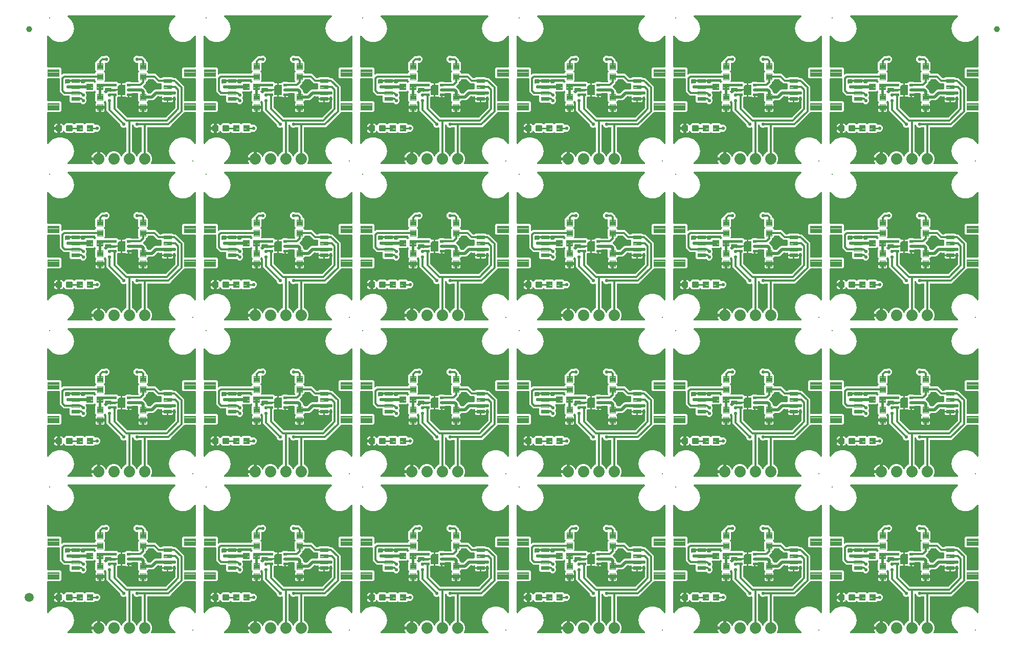
<source format=gtl>
G04 EAGLE Gerber RS-274X export*
G75*
%MOMM*%
%FSLAX34Y34*%
%LPD*%
%INTop Copper*%
%IPPOS*%
%AMOC8*
5,1,8,0,0,1.08239X$1,22.5*%
G01*
%ADD10C,0.200000*%
%ADD11C,0.096000*%
%ADD12C,0.102000*%
%ADD13C,0.100000*%
%ADD14C,0.300000*%
%ADD15C,1.879600*%
%ADD16C,0.100581*%
%ADD17C,1.000000*%
%ADD18C,1.500000*%
%ADD19C,0.508000*%
%ADD20C,0.406400*%
%ADD21C,0.554000*%
%ADD22C,0.304800*%
%ADD23C,0.254000*%

G36*
X199608Y339865D02*
X199608Y339865D01*
X199707Y339868D01*
X199766Y339885D01*
X199826Y339893D01*
X199918Y339929D01*
X200013Y339957D01*
X200065Y339987D01*
X200121Y340010D01*
X200201Y340068D01*
X200287Y340118D01*
X200362Y340184D01*
X200379Y340196D01*
X200387Y340206D01*
X200408Y340224D01*
X216008Y355825D01*
X216069Y355903D01*
X216137Y355975D01*
X216166Y356028D01*
X216203Y356076D01*
X216242Y356167D01*
X216290Y356254D01*
X216305Y356312D01*
X216329Y356368D01*
X216345Y356466D01*
X216370Y356562D01*
X216376Y356662D01*
X216379Y356682D01*
X216378Y356694D01*
X216380Y356722D01*
X216380Y373912D01*
X216365Y374030D01*
X216358Y374149D01*
X216345Y374187D01*
X216340Y374228D01*
X216296Y374338D01*
X216260Y374451D01*
X216238Y374486D01*
X216223Y374523D01*
X216153Y374619D01*
X216089Y374720D01*
X216060Y374748D01*
X216036Y374781D01*
X215944Y374857D01*
X215858Y374938D01*
X215822Y374958D01*
X215791Y374983D01*
X215684Y375034D01*
X215579Y375092D01*
X215540Y375102D01*
X215503Y375119D01*
X215387Y375141D01*
X215271Y375171D01*
X215211Y375175D01*
X215191Y375179D01*
X215171Y375177D01*
X215111Y375181D01*
X213760Y375181D01*
X213642Y375166D01*
X213523Y375159D01*
X213485Y375146D01*
X213444Y375141D01*
X213334Y375098D01*
X213221Y375061D01*
X213186Y375039D01*
X213149Y375024D01*
X213053Y374955D01*
X212952Y374891D01*
X212924Y374861D01*
X212891Y374838D01*
X212815Y374746D01*
X212734Y374659D01*
X212714Y374624D01*
X212689Y374593D01*
X212638Y374485D01*
X212580Y374381D01*
X212570Y374341D01*
X212553Y374305D01*
X212531Y374188D01*
X212501Y374073D01*
X212497Y374013D01*
X212493Y373993D01*
X212495Y373972D01*
X212491Y373912D01*
X212491Y372579D01*
X203430Y372579D01*
X203312Y372564D01*
X203193Y372557D01*
X203186Y372555D01*
X203130Y372569D01*
X203070Y372573D01*
X203050Y372577D01*
X203030Y372575D01*
X202970Y372579D01*
X193909Y372579D01*
X193909Y374019D01*
X193910Y374044D01*
X193929Y374142D01*
X193927Y374175D01*
X193932Y374208D01*
X193922Y374290D01*
X193924Y374321D01*
X193915Y374361D01*
X193909Y374459D01*
X193899Y374491D01*
X193895Y374524D01*
X193866Y374600D01*
X193859Y374632D01*
X193841Y374670D01*
X193811Y374761D01*
X193793Y374790D01*
X193781Y374821D01*
X193735Y374886D01*
X193720Y374918D01*
X193690Y374952D01*
X193641Y375030D01*
X193617Y375053D01*
X193597Y375080D01*
X193539Y375129D01*
X193513Y375160D01*
X193473Y375189D01*
X193409Y375248D01*
X193380Y375264D01*
X193355Y375286D01*
X193290Y375317D01*
X193253Y375343D01*
X193201Y375363D01*
X193131Y375402D01*
X193099Y375410D01*
X193068Y375425D01*
X193004Y375438D01*
X192956Y375456D01*
X192894Y375463D01*
X192823Y375481D01*
X192775Y375484D01*
X192757Y375488D01*
X192735Y375487D01*
X192662Y375491D01*
X192658Y375491D01*
X192649Y375490D01*
X192640Y375491D01*
X192535Y375476D01*
X192439Y375471D01*
X192397Y375458D01*
X192343Y375451D01*
X192334Y375448D01*
X192325Y375447D01*
X192173Y375395D01*
X191657Y375181D01*
X189343Y375181D01*
X188827Y375395D01*
X188818Y375397D01*
X188810Y375402D01*
X188666Y375439D01*
X188521Y375479D01*
X188511Y375479D01*
X188502Y375481D01*
X188342Y375491D01*
X187071Y375491D01*
X186972Y375479D01*
X186873Y375476D01*
X186815Y375459D01*
X186755Y375451D01*
X186663Y375415D01*
X186568Y375387D01*
X186516Y375357D01*
X186459Y375334D01*
X186379Y375276D01*
X186294Y375226D01*
X186219Y375160D01*
X186202Y375148D01*
X186194Y375138D01*
X186173Y375120D01*
X180576Y369522D01*
X178522Y368671D01*
X171878Y368671D01*
X171760Y368656D01*
X171641Y368649D01*
X171603Y368636D01*
X171562Y368631D01*
X171452Y368588D01*
X171339Y368551D01*
X171304Y368529D01*
X171267Y368514D01*
X171171Y368445D01*
X171070Y368381D01*
X171042Y368351D01*
X171009Y368328D01*
X170933Y368236D01*
X170852Y368149D01*
X170832Y368114D01*
X170807Y368083D01*
X170756Y367975D01*
X170710Y367891D01*
X169117Y366298D01*
X169044Y366204D01*
X168965Y366115D01*
X168947Y366079D01*
X168922Y366047D01*
X168875Y365938D01*
X168821Y365832D01*
X168812Y365792D01*
X168796Y365755D01*
X168777Y365637D01*
X168751Y365521D01*
X168752Y365481D01*
X168746Y365441D01*
X168757Y365322D01*
X168761Y365204D01*
X168772Y365165D01*
X168776Y365124D01*
X168816Y365012D01*
X168849Y364898D01*
X168870Y364863D01*
X168883Y364825D01*
X168950Y364727D01*
X169011Y364624D01*
X169050Y364579D01*
X169062Y364562D01*
X169077Y364549D01*
X169117Y364503D01*
X169493Y364127D01*
X169894Y363434D01*
X170101Y362660D01*
X170101Y359759D01*
X163790Y359759D01*
X163672Y359744D01*
X163553Y359737D01*
X163515Y359724D01*
X163475Y359719D01*
X163364Y359676D01*
X163251Y359639D01*
X163217Y359617D01*
X163179Y359602D01*
X163083Y359533D01*
X162982Y359469D01*
X162954Y359439D01*
X162922Y359416D01*
X162846Y359324D01*
X162764Y359237D01*
X162745Y359202D01*
X162719Y359171D01*
X162668Y359063D01*
X162611Y358959D01*
X162601Y358919D01*
X162583Y358883D01*
X162563Y358776D01*
X162559Y358806D01*
X162515Y358916D01*
X162479Y359029D01*
X162457Y359064D01*
X162442Y359101D01*
X162372Y359197D01*
X162309Y359298D01*
X162279Y359326D01*
X162255Y359359D01*
X162164Y359435D01*
X162077Y359516D01*
X162042Y359536D01*
X162010Y359561D01*
X161903Y359612D01*
X161798Y359670D01*
X161759Y359680D01*
X161723Y359697D01*
X161606Y359719D01*
X161490Y359749D01*
X161430Y359753D01*
X161410Y359757D01*
X161390Y359755D01*
X161330Y359759D01*
X155019Y359759D01*
X155019Y362660D01*
X155226Y363434D01*
X155627Y364127D01*
X156003Y364503D01*
X156076Y364597D01*
X156155Y364687D01*
X156173Y364723D01*
X156198Y364755D01*
X156245Y364864D01*
X156299Y364970D01*
X156308Y365009D01*
X156324Y365046D01*
X156343Y365164D01*
X156369Y365280D01*
X156368Y365320D01*
X156374Y365360D01*
X156363Y365479D01*
X156359Y365598D01*
X156348Y365637D01*
X156344Y365677D01*
X156304Y365789D01*
X156271Y365904D01*
X156250Y365938D01*
X156237Y365976D01*
X156170Y366075D01*
X156109Y366177D01*
X156070Y366223D01*
X156058Y366240D01*
X156043Y366253D01*
X156003Y366298D01*
X154511Y367790D01*
X154511Y379222D01*
X154496Y379340D01*
X154489Y379459D01*
X154476Y379497D01*
X154471Y379538D01*
X154428Y379648D01*
X154391Y379761D01*
X154369Y379796D01*
X154354Y379833D01*
X154285Y379929D01*
X154221Y380030D01*
X154191Y380058D01*
X154168Y380091D01*
X154076Y380167D01*
X153989Y380248D01*
X153954Y380268D01*
X153923Y380293D01*
X153815Y380344D01*
X153711Y380402D01*
X153671Y380412D01*
X153635Y380429D01*
X153518Y380451D01*
X153403Y380481D01*
X153343Y380485D01*
X153323Y380489D01*
X153302Y380487D01*
X153242Y380491D01*
X145060Y380491D01*
X144942Y380476D01*
X144823Y380469D01*
X144785Y380456D01*
X144744Y380451D01*
X144634Y380408D01*
X144521Y380371D01*
X144486Y380349D01*
X144449Y380334D01*
X144353Y380265D01*
X144252Y380201D01*
X144224Y380171D01*
X144191Y380148D01*
X144115Y380056D01*
X144034Y379969D01*
X144014Y379934D01*
X143989Y379903D01*
X143938Y379795D01*
X143880Y379691D01*
X143870Y379651D01*
X143853Y379615D01*
X143831Y379498D01*
X143801Y379383D01*
X143799Y379349D01*
X138500Y379349D01*
X138382Y379334D01*
X138263Y379327D01*
X138225Y379315D01*
X138185Y379310D01*
X138074Y379266D01*
X137961Y379229D01*
X137927Y379207D01*
X137889Y379193D01*
X137793Y379123D01*
X137692Y379059D01*
X137692Y379058D01*
X137664Y379029D01*
X137632Y379006D01*
X137632Y379005D01*
X137631Y379005D01*
X137555Y378913D01*
X137474Y378827D01*
X137454Y378791D01*
X137428Y378760D01*
X137378Y378653D01*
X137320Y378548D01*
X137310Y378509D01*
X137293Y378473D01*
X137271Y378356D01*
X137241Y378240D01*
X137237Y378180D01*
X137233Y378160D01*
X137234Y378140D01*
X137231Y378080D01*
X137231Y373539D01*
X135850Y373539D01*
X135076Y373746D01*
X134383Y374147D01*
X133863Y374667D01*
X133784Y374728D01*
X133712Y374796D01*
X133659Y374825D01*
X133611Y374862D01*
X133521Y374901D01*
X133434Y374949D01*
X133375Y374964D01*
X133320Y374988D01*
X133222Y375004D01*
X133126Y375029D01*
X133026Y375035D01*
X133006Y375038D01*
X132993Y375037D01*
X132965Y375039D01*
X128269Y375039D01*
X128269Y377575D01*
X133250Y377575D01*
X133255Y377579D01*
X133254Y377580D01*
X133255Y377580D01*
X133255Y394580D01*
X133251Y394585D01*
X133250Y394584D01*
X133250Y394585D01*
X128269Y394585D01*
X128269Y397121D01*
X132247Y397121D01*
X132345Y397134D01*
X132444Y397137D01*
X132502Y397153D01*
X132562Y397161D01*
X132654Y397198D01*
X132750Y397225D01*
X132802Y397256D01*
X132858Y397278D01*
X132938Y397336D01*
X133023Y397387D01*
X133099Y397453D01*
X133115Y397465D01*
X133123Y397474D01*
X133144Y397493D01*
X134780Y399129D01*
X142220Y399129D01*
X142324Y399024D01*
X142402Y398964D01*
X142475Y398896D01*
X142528Y398867D01*
X142575Y398830D01*
X142666Y398790D01*
X142753Y398742D01*
X142812Y398727D01*
X142867Y398703D01*
X142965Y398688D01*
X143061Y398663D01*
X143161Y398657D01*
X143181Y398653D01*
X143194Y398655D01*
X143222Y398653D01*
X154384Y398653D01*
X154522Y398670D01*
X154661Y398683D01*
X154680Y398690D01*
X154700Y398693D01*
X154829Y398744D01*
X154960Y398791D01*
X154977Y398802D01*
X154996Y398810D01*
X155108Y398891D01*
X155223Y398969D01*
X155237Y398985D01*
X155253Y398996D01*
X155342Y399104D01*
X155434Y399208D01*
X155443Y399226D01*
X155456Y399241D01*
X155515Y399367D01*
X155578Y399491D01*
X155583Y399511D01*
X155591Y399529D01*
X155617Y399666D01*
X155648Y399801D01*
X155647Y399822D01*
X155651Y399841D01*
X155642Y399980D01*
X155638Y400119D01*
X155633Y400139D01*
X155631Y400159D01*
X155589Y400291D01*
X155550Y400425D01*
X155540Y400442D01*
X155533Y400461D01*
X155459Y400579D01*
X155388Y400699D01*
X155370Y400720D01*
X155363Y400730D01*
X155348Y400744D01*
X155282Y400819D01*
X154511Y401590D01*
X154511Y414530D01*
X155644Y415662D01*
X155717Y415757D01*
X155796Y415846D01*
X155814Y415882D01*
X155839Y415914D01*
X155886Y416023D01*
X155940Y416129D01*
X155949Y416168D01*
X155965Y416206D01*
X155984Y416323D01*
X156010Y416439D01*
X156009Y416480D01*
X156015Y416520D01*
X156004Y416638D01*
X156000Y416757D01*
X155989Y416796D01*
X155985Y416836D01*
X155945Y416949D01*
X155912Y417063D01*
X155891Y417097D01*
X155878Y417136D01*
X155811Y417234D01*
X155750Y417337D01*
X155710Y417382D01*
X155699Y417399D01*
X155684Y417412D01*
X155644Y417457D01*
X154511Y418590D01*
X154511Y429792D01*
X154496Y429910D01*
X154489Y430029D01*
X154476Y430067D01*
X154471Y430108D01*
X154428Y430218D01*
X154391Y430331D01*
X154369Y430366D01*
X154354Y430403D01*
X154285Y430499D01*
X154221Y430600D01*
X154191Y430628D01*
X154168Y430661D01*
X154076Y430737D01*
X153989Y430818D01*
X153954Y430838D01*
X153923Y430863D01*
X153815Y430914D01*
X153711Y430972D01*
X153671Y430982D01*
X153635Y430999D01*
X153518Y431021D01*
X153403Y431051D01*
X153343Y431055D01*
X153323Y431059D01*
X153302Y431057D01*
X153242Y431061D01*
X151243Y431061D01*
X149104Y431947D01*
X147467Y433584D01*
X146581Y435723D01*
X146581Y438037D01*
X147467Y440176D01*
X149104Y441813D01*
X151243Y442699D01*
X153557Y442699D01*
X155703Y441810D01*
X155763Y441764D01*
X155835Y441696D01*
X155888Y441667D01*
X155936Y441630D01*
X156027Y441590D01*
X156113Y441542D01*
X156172Y441527D01*
X156228Y441503D01*
X156326Y441488D01*
X156421Y441463D01*
X156521Y441457D01*
X156542Y441453D01*
X156554Y441455D01*
X156582Y441453D01*
X161914Y441453D01*
X164082Y439284D01*
X167133Y436234D01*
X167133Y434878D01*
X167148Y434760D01*
X167155Y434641D01*
X167168Y434603D01*
X167173Y434562D01*
X167216Y434452D01*
X167253Y434339D01*
X167275Y434304D01*
X167290Y434267D01*
X167359Y434171D01*
X167423Y434070D01*
X167453Y434042D01*
X167476Y434009D01*
X167568Y433933D01*
X167655Y433852D01*
X167690Y433832D01*
X167721Y433807D01*
X167829Y433756D01*
X167933Y433698D01*
X167973Y433688D01*
X168009Y433671D01*
X168126Y433649D01*
X168241Y433619D01*
X168301Y433615D01*
X168321Y433611D01*
X168342Y433613D01*
X168402Y433609D01*
X168530Y433609D01*
X170609Y431530D01*
X170609Y418590D01*
X169476Y417457D01*
X169403Y417363D01*
X169324Y417274D01*
X169306Y417238D01*
X169281Y417206D01*
X169234Y417097D01*
X169180Y416991D01*
X169171Y416952D01*
X169155Y416914D01*
X169136Y416797D01*
X169110Y416681D01*
X169111Y416640D01*
X169105Y416600D01*
X169116Y416482D01*
X169120Y416363D01*
X169131Y416324D01*
X169135Y416284D01*
X169175Y416172D01*
X169208Y416057D01*
X169229Y416022D01*
X169242Y415984D01*
X169309Y415886D01*
X169370Y415783D01*
X169410Y415738D01*
X169421Y415721D01*
X169436Y415708D01*
X169476Y415662D01*
X170609Y414530D01*
X170609Y413902D01*
X170624Y413784D01*
X170631Y413665D01*
X170644Y413627D01*
X170649Y413586D01*
X170692Y413476D01*
X170729Y413363D01*
X170751Y413328D01*
X170766Y413291D01*
X170835Y413195D01*
X170899Y413094D01*
X170929Y413066D01*
X170952Y413033D01*
X171044Y412957D01*
X171131Y412876D01*
X171166Y412856D01*
X171197Y412831D01*
X171305Y412780D01*
X171409Y412722D01*
X171449Y412712D01*
X171485Y412695D01*
X171602Y412673D01*
X171717Y412643D01*
X171777Y412639D01*
X171797Y412635D01*
X171818Y412637D01*
X171878Y412633D01*
X183114Y412633D01*
X189722Y406024D01*
X189801Y405964D01*
X189873Y405896D01*
X189926Y405867D01*
X189974Y405830D01*
X190065Y405790D01*
X190151Y405742D01*
X190210Y405727D01*
X190265Y405703D01*
X190363Y405688D01*
X190459Y405663D01*
X190559Y405657D01*
X190580Y405653D01*
X190592Y405655D01*
X190620Y405653D01*
X193484Y405653D01*
X193582Y405665D01*
X193681Y405668D01*
X193740Y405685D01*
X193800Y405693D01*
X193892Y405729D01*
X193987Y405757D01*
X194039Y405787D01*
X194095Y405810D01*
X194176Y405868D01*
X194261Y405918D01*
X194336Y405984D01*
X194353Y405996D01*
X194361Y406006D01*
X194382Y406024D01*
X195486Y407129D01*
X210914Y407129D01*
X212018Y406024D01*
X212097Y405964D01*
X212169Y405896D01*
X212222Y405867D01*
X212270Y405830D01*
X212361Y405790D01*
X212447Y405742D01*
X212506Y405727D01*
X212561Y405703D01*
X212659Y405688D01*
X212755Y405663D01*
X212855Y405657D01*
X212876Y405653D01*
X212888Y405655D01*
X212916Y405653D01*
X216764Y405653D01*
X227582Y394834D01*
X230633Y391784D01*
X230633Y368398D01*
X230648Y368280D01*
X230655Y368161D01*
X230668Y368123D01*
X230673Y368082D01*
X230716Y367972D01*
X230753Y367859D01*
X230775Y367824D01*
X230790Y367787D01*
X230859Y367691D01*
X230923Y367590D01*
X230953Y367562D01*
X230976Y367529D01*
X231068Y367453D01*
X231155Y367372D01*
X231190Y367352D01*
X231221Y367327D01*
X231329Y367276D01*
X231433Y367218D01*
X231473Y367208D01*
X231509Y367191D01*
X231626Y367169D01*
X231741Y367139D01*
X231801Y367135D01*
X231821Y367131D01*
X231842Y367133D01*
X231902Y367129D01*
X248666Y367129D01*
X248784Y367144D01*
X248903Y367151D01*
X248941Y367164D01*
X248982Y367169D01*
X249092Y367212D01*
X249205Y367249D01*
X249240Y367271D01*
X249277Y367286D01*
X249373Y367355D01*
X249474Y367419D01*
X249502Y367449D01*
X249535Y367472D01*
X249611Y367564D01*
X249692Y367651D01*
X249712Y367686D01*
X249737Y367717D01*
X249788Y367825D01*
X249846Y367929D01*
X249856Y367969D01*
X249873Y368005D01*
X249895Y368122D01*
X249925Y368237D01*
X249929Y368297D01*
X249933Y368317D01*
X249931Y368338D01*
X249935Y368398D01*
X249935Y403762D01*
X249920Y403880D01*
X249913Y403999D01*
X249900Y404037D01*
X249895Y404078D01*
X249852Y404188D01*
X249815Y404301D01*
X249793Y404336D01*
X249778Y404373D01*
X249709Y404469D01*
X249645Y404570D01*
X249615Y404598D01*
X249592Y404631D01*
X249500Y404707D01*
X249413Y404788D01*
X249378Y404808D01*
X249347Y404833D01*
X249239Y404884D01*
X249135Y404942D01*
X249095Y404952D01*
X249059Y404969D01*
X248942Y404991D01*
X248827Y405021D01*
X248767Y405025D01*
X248747Y405029D01*
X248726Y405027D01*
X248666Y405031D01*
X228968Y405031D01*
X226901Y407098D01*
X226901Y421062D01*
X228968Y423129D01*
X248666Y423129D01*
X248784Y423144D01*
X248903Y423151D01*
X248941Y423164D01*
X248982Y423169D01*
X249092Y423212D01*
X249205Y423249D01*
X249240Y423271D01*
X249277Y423286D01*
X249373Y423355D01*
X249474Y423419D01*
X249502Y423449D01*
X249535Y423472D01*
X249611Y423564D01*
X249692Y423651D01*
X249712Y423686D01*
X249737Y423717D01*
X249788Y423825D01*
X249846Y423929D01*
X249856Y423969D01*
X249873Y424005D01*
X249895Y424122D01*
X249925Y424237D01*
X249929Y424297D01*
X249933Y424317D01*
X249931Y424338D01*
X249935Y424398D01*
X249935Y474683D01*
X249917Y474828D01*
X249902Y474973D01*
X249897Y474986D01*
X249895Y474999D01*
X249842Y475134D01*
X249791Y475271D01*
X249783Y475282D01*
X249778Y475295D01*
X249693Y475413D01*
X249610Y475532D01*
X249600Y475541D01*
X249592Y475552D01*
X249479Y475645D01*
X249369Y475740D01*
X249357Y475746D01*
X249347Y475755D01*
X249215Y475817D01*
X249084Y475882D01*
X249071Y475885D01*
X249059Y475890D01*
X248917Y475917D01*
X248773Y475948D01*
X248760Y475948D01*
X248747Y475950D01*
X248602Y475941D01*
X248456Y475935D01*
X248443Y475931D01*
X248429Y475930D01*
X248291Y475886D01*
X248151Y475843D01*
X248139Y475836D01*
X248127Y475832D01*
X248004Y475755D01*
X247879Y475679D01*
X247869Y475669D01*
X247858Y475662D01*
X247758Y475556D01*
X247656Y475452D01*
X247646Y475437D01*
X247640Y475431D01*
X247632Y475416D01*
X247567Y475318D01*
X246185Y472925D01*
X240078Y467800D01*
X232586Y465073D01*
X224614Y465073D01*
X217122Y467800D01*
X211015Y472924D01*
X207029Y479829D01*
X205645Y487680D01*
X207029Y495531D01*
X211015Y502435D01*
X216185Y506774D01*
X216209Y506800D01*
X216238Y506820D01*
X216317Y506916D01*
X216401Y507007D01*
X216418Y507038D01*
X216441Y507065D01*
X216494Y507178D01*
X216553Y507287D01*
X216561Y507321D01*
X216576Y507353D01*
X216599Y507475D01*
X216630Y507595D01*
X216629Y507631D01*
X216636Y507666D01*
X216628Y507789D01*
X216627Y507913D01*
X216618Y507948D01*
X216616Y507983D01*
X216578Y508101D01*
X216546Y508221D01*
X216529Y508252D01*
X216518Y508285D01*
X216452Y508390D01*
X216391Y508499D01*
X216367Y508524D01*
X216348Y508554D01*
X216258Y508639D01*
X216172Y508729D01*
X216142Y508748D01*
X216116Y508772D01*
X216008Y508832D01*
X215903Y508898D01*
X215869Y508909D01*
X215838Y508926D01*
X215718Y508957D01*
X215600Y508994D01*
X215564Y508996D01*
X215530Y509005D01*
X215369Y509015D01*
X38631Y509015D01*
X38595Y509011D01*
X38560Y509013D01*
X38438Y508991D01*
X38315Y508975D01*
X38282Y508962D01*
X38247Y508956D01*
X38135Y508904D01*
X38019Y508858D01*
X37991Y508838D01*
X37959Y508823D01*
X37862Y508744D01*
X37762Y508672D01*
X37739Y508644D01*
X37712Y508622D01*
X37639Y508522D01*
X37559Y508427D01*
X37544Y508395D01*
X37523Y508366D01*
X37477Y508251D01*
X37424Y508139D01*
X37417Y508104D01*
X37404Y508071D01*
X37387Y507948D01*
X37364Y507827D01*
X37366Y507791D01*
X37361Y507756D01*
X37376Y507633D01*
X37384Y507509D01*
X37395Y507475D01*
X37399Y507440D01*
X37444Y507324D01*
X37482Y507207D01*
X37501Y507177D01*
X37513Y507144D01*
X37586Y507043D01*
X37652Y506938D01*
X37678Y506914D01*
X37698Y506885D01*
X37815Y506774D01*
X42985Y502436D01*
X46971Y495531D01*
X48355Y487680D01*
X46971Y479829D01*
X42985Y472925D01*
X36878Y467800D01*
X29386Y465073D01*
X21414Y465073D01*
X13922Y467800D01*
X7815Y472924D01*
X6433Y475318D01*
X6345Y475434D01*
X6260Y475552D01*
X6249Y475561D01*
X6241Y475571D01*
X6127Y475662D01*
X6015Y475755D01*
X6002Y475761D01*
X5992Y475769D01*
X5858Y475829D01*
X5727Y475890D01*
X5714Y475893D01*
X5701Y475898D01*
X5557Y475923D01*
X5414Y475950D01*
X5401Y475949D01*
X5388Y475952D01*
X5242Y475939D01*
X5097Y475930D01*
X5084Y475926D01*
X5071Y475925D01*
X4933Y475877D01*
X4795Y475832D01*
X4783Y475825D01*
X4770Y475821D01*
X4649Y475740D01*
X4526Y475662D01*
X4517Y475652D01*
X4505Y475645D01*
X4408Y475537D01*
X4308Y475431D01*
X4301Y475419D01*
X4292Y475409D01*
X4225Y475279D01*
X4154Y475152D01*
X4151Y475139D01*
X4145Y475127D01*
X4111Y474985D01*
X4075Y474844D01*
X4074Y474826D01*
X4072Y474817D01*
X4072Y474800D01*
X4065Y474683D01*
X4065Y424398D01*
X4080Y424280D01*
X4087Y424161D01*
X4100Y424123D01*
X4105Y424082D01*
X4148Y423972D01*
X4185Y423859D01*
X4207Y423824D01*
X4222Y423787D01*
X4291Y423691D01*
X4355Y423590D01*
X4385Y423562D01*
X4408Y423529D01*
X4500Y423453D01*
X4587Y423372D01*
X4622Y423352D01*
X4653Y423327D01*
X4761Y423276D01*
X4865Y423218D01*
X4905Y423208D01*
X4941Y423191D01*
X5058Y423169D01*
X5173Y423139D01*
X5233Y423135D01*
X5253Y423131D01*
X5274Y423133D01*
X5334Y423129D01*
X25032Y423129D01*
X27099Y421062D01*
X27099Y412550D01*
X27116Y412412D01*
X27129Y412273D01*
X27136Y412254D01*
X27139Y412234D01*
X27190Y412105D01*
X27237Y411974D01*
X27248Y411957D01*
X27256Y411939D01*
X27337Y411826D01*
X27415Y411711D01*
X27431Y411698D01*
X27442Y411681D01*
X27550Y411592D01*
X27654Y411501D01*
X27672Y411491D01*
X27687Y411478D01*
X27813Y411419D01*
X27937Y411356D01*
X27957Y411351D01*
X27975Y411343D01*
X28112Y411317D01*
X28247Y411286D01*
X28268Y411287D01*
X28287Y411283D01*
X28426Y411292D01*
X28565Y411296D01*
X28585Y411302D01*
X28605Y411303D01*
X28737Y411346D01*
X28871Y411384D01*
X28888Y411395D01*
X28907Y411401D01*
X29025Y411475D01*
X29145Y411546D01*
X29166Y411564D01*
X29176Y411571D01*
X29190Y411586D01*
X29265Y411652D01*
X30337Y412723D01*
X82122Y412723D01*
X82240Y412738D01*
X82359Y412746D01*
X82397Y412758D01*
X82438Y412763D01*
X82548Y412807D01*
X82661Y412844D01*
X82696Y412865D01*
X82733Y412880D01*
X82829Y412950D01*
X82930Y413014D01*
X82958Y413043D01*
X82991Y413067D01*
X83067Y413159D01*
X83148Y413245D01*
X83168Y413281D01*
X83193Y413312D01*
X83244Y413420D01*
X83302Y413524D01*
X83312Y413563D01*
X83329Y413600D01*
X83351Y413717D01*
X83381Y413832D01*
X83385Y413892D01*
X83389Y413912D01*
X83387Y413932D01*
X83391Y413993D01*
X83391Y414530D01*
X84524Y415662D01*
X84597Y415757D01*
X84676Y415846D01*
X84694Y415882D01*
X84719Y415914D01*
X84766Y416023D01*
X84820Y416129D01*
X84829Y416168D01*
X84845Y416206D01*
X84864Y416323D01*
X84890Y416439D01*
X84889Y416480D01*
X84895Y416520D01*
X84884Y416638D01*
X84880Y416757D01*
X84869Y416796D01*
X84865Y416836D01*
X84825Y416949D01*
X84792Y417063D01*
X84771Y417097D01*
X84758Y417136D01*
X84691Y417234D01*
X84630Y417337D01*
X84590Y417382D01*
X84579Y417399D01*
X84564Y417412D01*
X84524Y417457D01*
X83391Y418590D01*
X83391Y431530D01*
X85470Y433609D01*
X85598Y433609D01*
X85716Y433624D01*
X85835Y433631D01*
X85873Y433644D01*
X85914Y433649D01*
X86024Y433692D01*
X86137Y433729D01*
X86172Y433751D01*
X86209Y433766D01*
X86305Y433835D01*
X86406Y433899D01*
X86434Y433929D01*
X86467Y433952D01*
X86543Y434044D01*
X86624Y434131D01*
X86644Y434166D01*
X86669Y434197D01*
X86720Y434305D01*
X86778Y434409D01*
X86788Y434449D01*
X86805Y434485D01*
X86827Y434602D01*
X86857Y434717D01*
X86861Y434777D01*
X86865Y434797D01*
X86863Y434818D01*
X86867Y434878D01*
X86867Y434964D01*
X93356Y441453D01*
X97418Y441453D01*
X97516Y441465D01*
X97615Y441468D01*
X97674Y441485D01*
X97734Y441493D01*
X97826Y441529D01*
X97921Y441557D01*
X97973Y441587D01*
X98029Y441610D01*
X98109Y441668D01*
X98195Y441718D01*
X98270Y441784D01*
X98287Y441796D01*
X98294Y441806D01*
X98301Y441812D01*
X100443Y442699D01*
X102757Y442699D01*
X104896Y441813D01*
X106533Y440176D01*
X107419Y438037D01*
X107419Y435723D01*
X106533Y433584D01*
X104896Y431947D01*
X102757Y431061D01*
X100758Y431061D01*
X100640Y431046D01*
X100521Y431039D01*
X100483Y431026D01*
X100442Y431021D01*
X100332Y430978D01*
X100219Y430941D01*
X100184Y430919D01*
X100147Y430904D01*
X100051Y430835D01*
X99950Y430771D01*
X99922Y430741D01*
X99889Y430718D01*
X99813Y430626D01*
X99732Y430539D01*
X99712Y430504D01*
X99687Y430473D01*
X99636Y430365D01*
X99578Y430261D01*
X99568Y430221D01*
X99551Y430185D01*
X99529Y430068D01*
X99499Y429953D01*
X99495Y429893D01*
X99491Y429873D01*
X99493Y429852D01*
X99489Y429792D01*
X99489Y418590D01*
X98356Y417457D01*
X98283Y417363D01*
X98204Y417274D01*
X98186Y417238D01*
X98161Y417206D01*
X98114Y417097D01*
X98060Y416991D01*
X98051Y416952D01*
X98035Y416914D01*
X98016Y416797D01*
X97990Y416681D01*
X97991Y416640D01*
X97985Y416600D01*
X97996Y416482D01*
X98000Y416363D01*
X98011Y416324D01*
X98015Y416284D01*
X98055Y416172D01*
X98088Y416057D01*
X98109Y416022D01*
X98122Y415984D01*
X98189Y415886D01*
X98250Y415783D01*
X98290Y415738D01*
X98301Y415721D01*
X98316Y415708D01*
X98356Y415662D01*
X99489Y414530D01*
X99489Y401590D01*
X99226Y401328D01*
X99141Y401218D01*
X99052Y401111D01*
X99044Y401092D01*
X99031Y401076D01*
X98976Y400948D01*
X98917Y400823D01*
X98913Y400803D01*
X98905Y400784D01*
X98883Y400646D01*
X98857Y400510D01*
X98858Y400490D01*
X98855Y400470D01*
X98868Y400331D01*
X98877Y400193D01*
X98883Y400174D01*
X98885Y400154D01*
X98932Y400023D01*
X98975Y399891D01*
X98986Y399873D01*
X98992Y399854D01*
X99070Y399740D01*
X99145Y399622D01*
X99160Y399608D01*
X99171Y399591D01*
X99275Y399499D01*
X99376Y399404D01*
X99394Y399394D01*
X99409Y399381D01*
X99533Y399318D01*
X99655Y399250D01*
X99675Y399245D01*
X99693Y399236D01*
X99829Y399206D01*
X99963Y399171D01*
X99991Y399169D01*
X100003Y399166D01*
X100023Y399167D01*
X100124Y399161D01*
X116591Y399161D01*
X116661Y399141D01*
X116671Y399141D01*
X116680Y399139D01*
X116840Y399129D01*
X119220Y399129D01*
X121121Y397227D01*
X121211Y397158D01*
X121296Y397082D01*
X121336Y397061D01*
X121373Y397032D01*
X121477Y396987D01*
X121578Y396935D01*
X121622Y396924D01*
X121664Y396906D01*
X121777Y396888D01*
X121887Y396862D01*
X121933Y396863D01*
X121979Y396856D01*
X122092Y396867D01*
X122205Y396869D01*
X122249Y396882D01*
X122295Y396886D01*
X122335Y396900D01*
X122358Y396905D01*
X123165Y397121D01*
X125731Y397121D01*
X125731Y394585D01*
X123500Y394585D01*
X123498Y394583D01*
X123497Y394583D01*
X120747Y391833D01*
X120747Y391832D01*
X120745Y391831D01*
X120746Y391830D01*
X120745Y391830D01*
X120745Y387349D01*
X115500Y387349D01*
X110209Y387349D01*
X110209Y387730D01*
X110194Y387848D01*
X110187Y387967D01*
X110174Y388005D01*
X110169Y388046D01*
X110126Y388156D01*
X110089Y388269D01*
X110067Y388304D01*
X110052Y388341D01*
X109982Y388438D01*
X109919Y388538D01*
X109889Y388566D01*
X109866Y388599D01*
X109774Y388675D01*
X109687Y388756D01*
X109652Y388776D01*
X109621Y388801D01*
X109513Y388852D01*
X109409Y388910D01*
X109369Y388920D01*
X109333Y388937D01*
X109216Y388959D01*
X109101Y388989D01*
X109041Y388993D01*
X109021Y388997D01*
X109000Y388995D01*
X108940Y388999D01*
X100868Y388999D01*
X100750Y388984D01*
X100631Y388977D01*
X100593Y388964D01*
X100552Y388959D01*
X100442Y388916D01*
X100329Y388879D01*
X100294Y388857D01*
X100257Y388842D01*
X100161Y388773D01*
X100060Y388709D01*
X100032Y388679D01*
X99999Y388656D01*
X99923Y388564D01*
X99842Y388477D01*
X99822Y388442D01*
X99797Y388411D01*
X99746Y388303D01*
X99688Y388199D01*
X99678Y388159D01*
X99661Y388123D01*
X99639Y388006D01*
X99609Y387891D01*
X99605Y387831D01*
X99601Y387811D01*
X99603Y387790D01*
X99599Y387730D01*
X99599Y385190D01*
X98211Y383802D01*
X98138Y383708D01*
X98059Y383619D01*
X98041Y383583D01*
X98016Y383551D01*
X97969Y383442D01*
X97915Y383336D01*
X97906Y383297D01*
X97890Y383259D01*
X97871Y383142D01*
X97845Y383026D01*
X97846Y382985D01*
X97840Y382945D01*
X97851Y382827D01*
X97855Y382708D01*
X97866Y382669D01*
X97870Y382629D01*
X97910Y382517D01*
X97943Y382402D01*
X97964Y382367D01*
X97977Y382329D01*
X98044Y382231D01*
X98105Y382128D01*
X98145Y382083D01*
X98156Y382066D01*
X98171Y382053D01*
X98211Y382007D01*
X99842Y380376D01*
X99937Y380303D01*
X100026Y380225D01*
X100062Y380206D01*
X100094Y380181D01*
X100203Y380134D01*
X100309Y380080D01*
X100348Y380071D01*
X100386Y380055D01*
X100503Y380036D01*
X100619Y380010D01*
X100660Y380011D01*
X100700Y380005D01*
X100818Y380016D01*
X100937Y380020D01*
X100976Y380031D01*
X101016Y380035D01*
X101128Y380075D01*
X101243Y380108D01*
X101277Y380129D01*
X101316Y380143D01*
X101414Y380210D01*
X101517Y380270D01*
X101562Y380310D01*
X101579Y380321D01*
X101592Y380336D01*
X101637Y380376D01*
X103384Y382123D01*
X105523Y383009D01*
X107837Y383009D01*
X108464Y382749D01*
X108473Y382747D01*
X108481Y382742D01*
X108561Y382722D01*
X108584Y382711D01*
X108642Y382701D01*
X108770Y382665D01*
X108780Y382665D01*
X108789Y382663D01*
X108884Y382657D01*
X108897Y382655D01*
X108908Y382655D01*
X108949Y382653D01*
X108964Y382653D01*
X109032Y382661D01*
X109088Y382660D01*
X109137Y382672D01*
X109214Y382678D01*
X109246Y382688D01*
X109280Y382693D01*
X109368Y382727D01*
X109398Y382735D01*
X109421Y382747D01*
X109516Y382779D01*
X109544Y382797D01*
X109576Y382810D01*
X109672Y382880D01*
X109679Y382883D01*
X109683Y382887D01*
X109783Y382952D01*
X109806Y382977D01*
X109833Y382996D01*
X109913Y383093D01*
X109998Y383186D01*
X110014Y383215D01*
X110036Y383241D01*
X110089Y383355D01*
X110149Y383466D01*
X110157Y383499D01*
X110171Y383529D01*
X110195Y383652D01*
X110225Y383775D01*
X110225Y383808D01*
X110231Y383841D01*
X110223Y383967D01*
X110222Y384093D01*
X110212Y384141D01*
X110211Y384159D01*
X110209Y384165D01*
X110209Y384811D01*
X115500Y384811D01*
X120745Y384811D01*
X120745Y377580D01*
X120749Y377575D01*
X120750Y377576D01*
X120750Y377575D01*
X125731Y377575D01*
X125731Y375039D01*
X121753Y375039D01*
X121655Y375026D01*
X121556Y375023D01*
X121498Y375006D01*
X121438Y374999D01*
X121345Y374962D01*
X121250Y374935D01*
X121198Y374904D01*
X121142Y374882D01*
X121062Y374824D01*
X120976Y374773D01*
X120901Y374707D01*
X120885Y374695D01*
X120877Y374686D01*
X120856Y374667D01*
X120444Y374256D01*
X120384Y374178D01*
X120316Y374105D01*
X120287Y374052D01*
X120250Y374005D01*
X120210Y373914D01*
X120162Y373827D01*
X120147Y373768D01*
X120123Y373713D01*
X120108Y373615D01*
X120083Y373519D01*
X120077Y373419D01*
X120073Y373399D01*
X120075Y373386D01*
X120073Y373358D01*
X120073Y356820D01*
X120085Y356722D01*
X120088Y356623D01*
X120105Y356564D01*
X120113Y356504D01*
X120149Y356412D01*
X120177Y356317D01*
X120207Y356265D01*
X120230Y356209D01*
X120288Y356129D01*
X120338Y356043D01*
X120404Y355968D01*
X120416Y355951D01*
X120426Y355943D01*
X120444Y355922D01*
X136142Y340224D01*
X136221Y340164D01*
X136293Y340096D01*
X136346Y340067D01*
X136394Y340030D01*
X136485Y339990D01*
X136571Y339942D01*
X136630Y339927D01*
X136685Y339903D01*
X136783Y339888D01*
X136879Y339863D01*
X136979Y339857D01*
X137000Y339853D01*
X137012Y339855D01*
X137040Y339853D01*
X199510Y339853D01*
X199608Y339865D01*
G37*
G36*
X199608Y598945D02*
X199608Y598945D01*
X199707Y598948D01*
X199766Y598965D01*
X199826Y598973D01*
X199918Y599009D01*
X200013Y599037D01*
X200065Y599067D01*
X200121Y599090D01*
X200201Y599148D01*
X200287Y599198D01*
X200362Y599264D01*
X200379Y599276D01*
X200387Y599286D01*
X200408Y599304D01*
X216008Y614905D01*
X216069Y614983D01*
X216137Y615055D01*
X216166Y615108D01*
X216203Y615156D01*
X216242Y615247D01*
X216290Y615334D01*
X216305Y615392D01*
X216329Y615448D01*
X216345Y615546D01*
X216370Y615642D01*
X216376Y615742D01*
X216379Y615762D01*
X216378Y615774D01*
X216380Y615802D01*
X216380Y632992D01*
X216365Y633110D01*
X216358Y633229D01*
X216345Y633267D01*
X216340Y633308D01*
X216296Y633418D01*
X216260Y633531D01*
X216238Y633566D01*
X216223Y633603D01*
X216153Y633699D01*
X216089Y633800D01*
X216060Y633828D01*
X216036Y633861D01*
X215944Y633937D01*
X215858Y634018D01*
X215822Y634038D01*
X215791Y634063D01*
X215684Y634114D01*
X215579Y634172D01*
X215540Y634182D01*
X215503Y634199D01*
X215387Y634221D01*
X215271Y634251D01*
X215211Y634255D01*
X215191Y634259D01*
X215171Y634257D01*
X215111Y634261D01*
X213760Y634261D01*
X213642Y634246D01*
X213523Y634239D01*
X213485Y634226D01*
X213444Y634221D01*
X213334Y634178D01*
X213221Y634141D01*
X213186Y634119D01*
X213149Y634104D01*
X213053Y634035D01*
X212952Y633971D01*
X212924Y633941D01*
X212891Y633918D01*
X212815Y633826D01*
X212734Y633739D01*
X212714Y633704D01*
X212689Y633673D01*
X212638Y633565D01*
X212580Y633461D01*
X212570Y633421D01*
X212553Y633385D01*
X212531Y633268D01*
X212501Y633153D01*
X212497Y633093D01*
X212493Y633073D01*
X212495Y633052D01*
X212491Y632992D01*
X212491Y631659D01*
X203430Y631659D01*
X203312Y631644D01*
X203193Y631637D01*
X203186Y631635D01*
X203130Y631649D01*
X203070Y631653D01*
X203050Y631657D01*
X203030Y631655D01*
X202970Y631659D01*
X193909Y631659D01*
X193909Y633099D01*
X193910Y633124D01*
X193929Y633222D01*
X193927Y633255D01*
X193932Y633288D01*
X193922Y633370D01*
X193924Y633401D01*
X193915Y633441D01*
X193909Y633539D01*
X193899Y633571D01*
X193895Y633604D01*
X193866Y633680D01*
X193859Y633712D01*
X193841Y633750D01*
X193811Y633841D01*
X193793Y633870D01*
X193781Y633901D01*
X193735Y633966D01*
X193720Y633998D01*
X193690Y634032D01*
X193641Y634110D01*
X193617Y634133D01*
X193597Y634160D01*
X193539Y634209D01*
X193513Y634240D01*
X193473Y634269D01*
X193409Y634328D01*
X193380Y634344D01*
X193355Y634366D01*
X193290Y634397D01*
X193253Y634423D01*
X193201Y634443D01*
X193131Y634482D01*
X193099Y634490D01*
X193068Y634505D01*
X193004Y634518D01*
X192956Y634536D01*
X192894Y634543D01*
X192823Y634561D01*
X192775Y634564D01*
X192757Y634568D01*
X192735Y634567D01*
X192662Y634571D01*
X192658Y634571D01*
X192649Y634570D01*
X192640Y634571D01*
X192535Y634556D01*
X192439Y634551D01*
X192397Y634538D01*
X192343Y634531D01*
X192334Y634528D01*
X192325Y634527D01*
X192173Y634475D01*
X191657Y634261D01*
X189343Y634261D01*
X188827Y634475D01*
X188818Y634477D01*
X188810Y634482D01*
X188666Y634519D01*
X188521Y634559D01*
X188511Y634559D01*
X188502Y634561D01*
X188342Y634571D01*
X187071Y634571D01*
X186972Y634559D01*
X186873Y634556D01*
X186815Y634539D01*
X186755Y634531D01*
X186663Y634495D01*
X186568Y634467D01*
X186516Y634437D01*
X186459Y634414D01*
X186379Y634356D01*
X186294Y634306D01*
X186219Y634240D01*
X186202Y634228D01*
X186194Y634218D01*
X186173Y634200D01*
X180576Y628602D01*
X178522Y627751D01*
X171878Y627751D01*
X171760Y627736D01*
X171641Y627729D01*
X171603Y627716D01*
X171562Y627711D01*
X171452Y627668D01*
X171339Y627631D01*
X171304Y627609D01*
X171267Y627594D01*
X171171Y627525D01*
X171070Y627461D01*
X171042Y627431D01*
X171009Y627408D01*
X170933Y627316D01*
X170852Y627229D01*
X170832Y627194D01*
X170807Y627163D01*
X170756Y627055D01*
X170710Y626971D01*
X169117Y625378D01*
X169044Y625284D01*
X168965Y625195D01*
X168947Y625159D01*
X168922Y625127D01*
X168875Y625018D01*
X168821Y624912D01*
X168812Y624872D01*
X168796Y624835D01*
X168777Y624717D01*
X168751Y624601D01*
X168752Y624561D01*
X168746Y624521D01*
X168757Y624402D01*
X168761Y624284D01*
X168772Y624245D01*
X168776Y624204D01*
X168816Y624092D01*
X168849Y623978D01*
X168870Y623943D01*
X168883Y623905D01*
X168950Y623807D01*
X169011Y623704D01*
X169050Y623659D01*
X169062Y623642D01*
X169077Y623629D01*
X169117Y623583D01*
X169493Y623207D01*
X169894Y622514D01*
X170101Y621740D01*
X170101Y618839D01*
X163790Y618839D01*
X163672Y618824D01*
X163553Y618817D01*
X163515Y618804D01*
X163475Y618799D01*
X163364Y618756D01*
X163251Y618719D01*
X163217Y618697D01*
X163179Y618682D01*
X163083Y618613D01*
X162982Y618549D01*
X162954Y618519D01*
X162922Y618496D01*
X162846Y618404D01*
X162764Y618317D01*
X162745Y618282D01*
X162719Y618251D01*
X162668Y618143D01*
X162611Y618039D01*
X162601Y617999D01*
X162583Y617963D01*
X162563Y617856D01*
X162559Y617886D01*
X162515Y617996D01*
X162479Y618109D01*
X162457Y618144D01*
X162442Y618181D01*
X162372Y618277D01*
X162309Y618378D01*
X162279Y618406D01*
X162255Y618439D01*
X162164Y618515D01*
X162077Y618596D01*
X162042Y618616D01*
X162010Y618641D01*
X161903Y618692D01*
X161798Y618750D01*
X161759Y618760D01*
X161723Y618777D01*
X161606Y618799D01*
X161490Y618829D01*
X161430Y618833D01*
X161410Y618837D01*
X161390Y618835D01*
X161330Y618839D01*
X155019Y618839D01*
X155019Y621740D01*
X155226Y622514D01*
X155627Y623207D01*
X156003Y623583D01*
X156076Y623677D01*
X156155Y623767D01*
X156173Y623803D01*
X156198Y623835D01*
X156245Y623944D01*
X156299Y624050D01*
X156308Y624089D01*
X156324Y624126D01*
X156343Y624244D01*
X156369Y624360D01*
X156368Y624400D01*
X156374Y624440D01*
X156363Y624559D01*
X156359Y624678D01*
X156348Y624717D01*
X156344Y624757D01*
X156304Y624869D01*
X156271Y624984D01*
X156250Y625018D01*
X156237Y625056D01*
X156170Y625155D01*
X156109Y625257D01*
X156070Y625303D01*
X156058Y625320D01*
X156043Y625333D01*
X156003Y625378D01*
X154511Y626870D01*
X154511Y638302D01*
X154496Y638420D01*
X154489Y638539D01*
X154476Y638577D01*
X154471Y638618D01*
X154428Y638728D01*
X154391Y638841D01*
X154369Y638876D01*
X154354Y638913D01*
X154285Y639009D01*
X154221Y639110D01*
X154191Y639138D01*
X154168Y639171D01*
X154076Y639247D01*
X153989Y639328D01*
X153954Y639348D01*
X153923Y639373D01*
X153815Y639424D01*
X153711Y639482D01*
X153671Y639492D01*
X153635Y639509D01*
X153518Y639531D01*
X153403Y639561D01*
X153343Y639565D01*
X153323Y639569D01*
X153302Y639567D01*
X153242Y639571D01*
X145060Y639571D01*
X144942Y639556D01*
X144823Y639549D01*
X144785Y639536D01*
X144744Y639531D01*
X144634Y639488D01*
X144521Y639451D01*
X144486Y639429D01*
X144449Y639414D01*
X144353Y639345D01*
X144252Y639281D01*
X144224Y639251D01*
X144191Y639228D01*
X144115Y639136D01*
X144034Y639049D01*
X144014Y639014D01*
X143989Y638983D01*
X143938Y638875D01*
X143880Y638771D01*
X143870Y638731D01*
X143853Y638695D01*
X143831Y638578D01*
X143801Y638463D01*
X143799Y638429D01*
X138500Y638429D01*
X138382Y638414D01*
X138263Y638407D01*
X138225Y638395D01*
X138185Y638390D01*
X138074Y638346D01*
X137961Y638309D01*
X137927Y638287D01*
X137889Y638273D01*
X137793Y638203D01*
X137692Y638139D01*
X137692Y638138D01*
X137664Y638109D01*
X137632Y638086D01*
X137632Y638085D01*
X137631Y638085D01*
X137555Y637993D01*
X137474Y637907D01*
X137454Y637871D01*
X137428Y637840D01*
X137378Y637733D01*
X137320Y637628D01*
X137310Y637589D01*
X137293Y637553D01*
X137271Y637436D01*
X137241Y637320D01*
X137237Y637260D01*
X137233Y637240D01*
X137234Y637220D01*
X137231Y637160D01*
X137231Y632619D01*
X135850Y632619D01*
X135076Y632826D01*
X134383Y633227D01*
X133863Y633747D01*
X133784Y633808D01*
X133712Y633876D01*
X133659Y633905D01*
X133611Y633942D01*
X133521Y633981D01*
X133434Y634029D01*
X133375Y634044D01*
X133320Y634068D01*
X133222Y634084D01*
X133126Y634109D01*
X133026Y634115D01*
X133006Y634118D01*
X132993Y634117D01*
X132965Y634119D01*
X128269Y634119D01*
X128269Y636655D01*
X133250Y636655D01*
X133255Y636659D01*
X133254Y636660D01*
X133255Y636660D01*
X133255Y653660D01*
X133251Y653665D01*
X133250Y653664D01*
X133250Y653665D01*
X128269Y653665D01*
X128269Y656201D01*
X132247Y656201D01*
X132345Y656214D01*
X132444Y656217D01*
X132502Y656233D01*
X132562Y656241D01*
X132654Y656278D01*
X132750Y656305D01*
X132802Y656336D01*
X132858Y656358D01*
X132938Y656416D01*
X133023Y656467D01*
X133099Y656533D01*
X133115Y656545D01*
X133123Y656554D01*
X133144Y656573D01*
X134780Y658209D01*
X142220Y658209D01*
X142324Y658104D01*
X142402Y658044D01*
X142475Y657976D01*
X142528Y657947D01*
X142575Y657910D01*
X142666Y657870D01*
X142753Y657822D01*
X142812Y657807D01*
X142867Y657783D01*
X142965Y657768D01*
X143061Y657743D01*
X143161Y657737D01*
X143181Y657733D01*
X143194Y657735D01*
X143222Y657733D01*
X154384Y657733D01*
X154522Y657750D01*
X154661Y657763D01*
X154680Y657770D01*
X154700Y657773D01*
X154829Y657824D01*
X154960Y657871D01*
X154977Y657882D01*
X154996Y657890D01*
X155108Y657971D01*
X155223Y658049D01*
X155237Y658065D01*
X155253Y658076D01*
X155342Y658184D01*
X155434Y658288D01*
X155443Y658306D01*
X155456Y658321D01*
X155515Y658447D01*
X155578Y658571D01*
X155583Y658591D01*
X155591Y658609D01*
X155617Y658746D01*
X155648Y658881D01*
X155647Y658902D01*
X155651Y658921D01*
X155642Y659060D01*
X155638Y659199D01*
X155633Y659219D01*
X155631Y659239D01*
X155589Y659371D01*
X155550Y659505D01*
X155540Y659522D01*
X155533Y659541D01*
X155459Y659659D01*
X155388Y659779D01*
X155370Y659800D01*
X155363Y659810D01*
X155348Y659824D01*
X155282Y659899D01*
X154511Y660670D01*
X154511Y673610D01*
X155644Y674742D01*
X155717Y674837D01*
X155796Y674926D01*
X155814Y674962D01*
X155839Y674994D01*
X155886Y675103D01*
X155940Y675209D01*
X155949Y675248D01*
X155965Y675286D01*
X155984Y675403D01*
X156010Y675519D01*
X156009Y675560D01*
X156015Y675600D01*
X156004Y675718D01*
X156000Y675837D01*
X155989Y675876D01*
X155985Y675916D01*
X155945Y676029D01*
X155912Y676143D01*
X155891Y676177D01*
X155878Y676216D01*
X155811Y676314D01*
X155750Y676417D01*
X155710Y676462D01*
X155699Y676479D01*
X155684Y676492D01*
X155644Y676537D01*
X154511Y677670D01*
X154511Y688872D01*
X154496Y688990D01*
X154489Y689109D01*
X154476Y689147D01*
X154471Y689188D01*
X154428Y689298D01*
X154391Y689411D01*
X154369Y689446D01*
X154354Y689483D01*
X154285Y689579D01*
X154221Y689680D01*
X154191Y689708D01*
X154168Y689741D01*
X154076Y689817D01*
X153989Y689898D01*
X153954Y689918D01*
X153923Y689943D01*
X153815Y689994D01*
X153711Y690052D01*
X153671Y690062D01*
X153635Y690079D01*
X153518Y690101D01*
X153403Y690131D01*
X153343Y690135D01*
X153323Y690139D01*
X153302Y690137D01*
X153242Y690141D01*
X151243Y690141D01*
X149104Y691027D01*
X147467Y692664D01*
X146581Y694803D01*
X146581Y697117D01*
X147467Y699256D01*
X149104Y700893D01*
X151243Y701779D01*
X153557Y701779D01*
X155703Y700890D01*
X155763Y700844D01*
X155835Y700776D01*
X155888Y700747D01*
X155936Y700710D01*
X156027Y700670D01*
X156113Y700622D01*
X156172Y700607D01*
X156228Y700583D01*
X156326Y700568D01*
X156421Y700543D01*
X156521Y700537D01*
X156542Y700533D01*
X156554Y700535D01*
X156582Y700533D01*
X161914Y700533D01*
X164082Y698364D01*
X167133Y695314D01*
X167133Y693958D01*
X167148Y693840D01*
X167155Y693721D01*
X167168Y693683D01*
X167173Y693642D01*
X167216Y693532D01*
X167253Y693419D01*
X167275Y693384D01*
X167290Y693347D01*
X167359Y693251D01*
X167423Y693150D01*
X167453Y693122D01*
X167476Y693089D01*
X167568Y693013D01*
X167655Y692932D01*
X167690Y692912D01*
X167721Y692887D01*
X167829Y692836D01*
X167933Y692778D01*
X167973Y692768D01*
X168009Y692751D01*
X168126Y692729D01*
X168241Y692699D01*
X168301Y692695D01*
X168321Y692691D01*
X168342Y692693D01*
X168402Y692689D01*
X168530Y692689D01*
X170609Y690610D01*
X170609Y677670D01*
X169476Y676537D01*
X169403Y676443D01*
X169324Y676354D01*
X169306Y676318D01*
X169281Y676286D01*
X169234Y676177D01*
X169180Y676071D01*
X169171Y676032D01*
X169155Y675994D01*
X169136Y675877D01*
X169110Y675761D01*
X169111Y675720D01*
X169105Y675680D01*
X169116Y675562D01*
X169120Y675443D01*
X169131Y675404D01*
X169135Y675364D01*
X169175Y675252D01*
X169208Y675137D01*
X169229Y675102D01*
X169242Y675064D01*
X169309Y674966D01*
X169370Y674863D01*
X169410Y674818D01*
X169421Y674801D01*
X169436Y674788D01*
X169476Y674742D01*
X170609Y673610D01*
X170609Y672982D01*
X170624Y672864D01*
X170631Y672745D01*
X170644Y672707D01*
X170649Y672666D01*
X170692Y672556D01*
X170729Y672443D01*
X170751Y672408D01*
X170766Y672371D01*
X170835Y672275D01*
X170899Y672174D01*
X170929Y672146D01*
X170952Y672113D01*
X171044Y672037D01*
X171131Y671956D01*
X171166Y671936D01*
X171197Y671911D01*
X171305Y671860D01*
X171409Y671802D01*
X171449Y671792D01*
X171485Y671775D01*
X171602Y671753D01*
X171717Y671723D01*
X171777Y671719D01*
X171797Y671715D01*
X171818Y671717D01*
X171878Y671713D01*
X183114Y671713D01*
X189722Y665104D01*
X189801Y665044D01*
X189873Y664976D01*
X189926Y664947D01*
X189974Y664910D01*
X190065Y664870D01*
X190151Y664822D01*
X190210Y664807D01*
X190265Y664783D01*
X190363Y664768D01*
X190459Y664743D01*
X190559Y664737D01*
X190580Y664733D01*
X190592Y664735D01*
X190620Y664733D01*
X193484Y664733D01*
X193582Y664745D01*
X193681Y664748D01*
X193740Y664765D01*
X193800Y664773D01*
X193892Y664809D01*
X193987Y664837D01*
X194039Y664867D01*
X194095Y664890D01*
X194176Y664948D01*
X194261Y664998D01*
X194336Y665064D01*
X194353Y665076D01*
X194361Y665086D01*
X194382Y665104D01*
X195486Y666209D01*
X210914Y666209D01*
X212018Y665104D01*
X212097Y665044D01*
X212169Y664976D01*
X212222Y664947D01*
X212270Y664910D01*
X212361Y664870D01*
X212447Y664822D01*
X212506Y664807D01*
X212561Y664783D01*
X212659Y664768D01*
X212755Y664743D01*
X212855Y664737D01*
X212876Y664733D01*
X212888Y664735D01*
X212916Y664733D01*
X216764Y664733D01*
X227582Y653914D01*
X230633Y650864D01*
X230633Y627478D01*
X230648Y627360D01*
X230655Y627241D01*
X230668Y627203D01*
X230673Y627162D01*
X230716Y627052D01*
X230753Y626939D01*
X230775Y626904D01*
X230790Y626867D01*
X230859Y626771D01*
X230923Y626670D01*
X230953Y626642D01*
X230976Y626609D01*
X231068Y626533D01*
X231155Y626452D01*
X231190Y626432D01*
X231221Y626407D01*
X231329Y626356D01*
X231433Y626298D01*
X231473Y626288D01*
X231509Y626271D01*
X231626Y626249D01*
X231741Y626219D01*
X231801Y626215D01*
X231821Y626211D01*
X231842Y626213D01*
X231902Y626209D01*
X248666Y626209D01*
X248784Y626224D01*
X248903Y626231D01*
X248941Y626244D01*
X248982Y626249D01*
X249092Y626292D01*
X249205Y626329D01*
X249240Y626351D01*
X249277Y626366D01*
X249373Y626435D01*
X249474Y626499D01*
X249502Y626529D01*
X249535Y626552D01*
X249611Y626644D01*
X249692Y626731D01*
X249712Y626766D01*
X249737Y626797D01*
X249788Y626905D01*
X249846Y627009D01*
X249856Y627049D01*
X249873Y627085D01*
X249895Y627202D01*
X249925Y627317D01*
X249929Y627377D01*
X249933Y627397D01*
X249931Y627418D01*
X249935Y627478D01*
X249935Y662842D01*
X249920Y662960D01*
X249913Y663079D01*
X249900Y663117D01*
X249895Y663158D01*
X249852Y663268D01*
X249815Y663381D01*
X249793Y663416D01*
X249778Y663453D01*
X249709Y663549D01*
X249645Y663650D01*
X249615Y663678D01*
X249592Y663711D01*
X249500Y663787D01*
X249413Y663868D01*
X249378Y663888D01*
X249347Y663913D01*
X249239Y663964D01*
X249135Y664022D01*
X249095Y664032D01*
X249059Y664049D01*
X248942Y664071D01*
X248827Y664101D01*
X248767Y664105D01*
X248747Y664109D01*
X248726Y664107D01*
X248666Y664111D01*
X228968Y664111D01*
X226901Y666178D01*
X226901Y680142D01*
X228968Y682209D01*
X248666Y682209D01*
X248784Y682224D01*
X248903Y682231D01*
X248941Y682244D01*
X248982Y682249D01*
X249092Y682292D01*
X249205Y682329D01*
X249240Y682351D01*
X249277Y682366D01*
X249373Y682435D01*
X249474Y682499D01*
X249502Y682529D01*
X249535Y682552D01*
X249611Y682644D01*
X249692Y682731D01*
X249712Y682766D01*
X249737Y682797D01*
X249788Y682905D01*
X249846Y683009D01*
X249856Y683049D01*
X249873Y683085D01*
X249895Y683202D01*
X249925Y683317D01*
X249929Y683377D01*
X249933Y683397D01*
X249931Y683418D01*
X249935Y683478D01*
X249935Y733763D01*
X249917Y733908D01*
X249902Y734053D01*
X249897Y734066D01*
X249895Y734079D01*
X249842Y734214D01*
X249791Y734351D01*
X249783Y734362D01*
X249778Y734375D01*
X249693Y734492D01*
X249610Y734612D01*
X249599Y734621D01*
X249592Y734632D01*
X249480Y734725D01*
X249369Y734820D01*
X249357Y734826D01*
X249347Y734835D01*
X249215Y734897D01*
X249084Y734962D01*
X249071Y734965D01*
X249059Y734970D01*
X248917Y734998D01*
X248773Y735028D01*
X248760Y735028D01*
X248747Y735030D01*
X248602Y735021D01*
X248456Y735015D01*
X248442Y735011D01*
X248429Y735010D01*
X248291Y734966D01*
X248151Y734923D01*
X248139Y734916D01*
X248127Y734912D01*
X248004Y734835D01*
X247879Y734759D01*
X247869Y734749D01*
X247858Y734742D01*
X247758Y734636D01*
X247656Y734532D01*
X247646Y734517D01*
X247640Y734511D01*
X247632Y734496D01*
X247567Y734398D01*
X246185Y732005D01*
X240078Y726880D01*
X232586Y724153D01*
X224614Y724153D01*
X217122Y726880D01*
X211015Y732004D01*
X207029Y738909D01*
X205645Y746760D01*
X207029Y754611D01*
X211015Y761515D01*
X216185Y765854D01*
X216209Y765880D01*
X216238Y765900D01*
X216317Y765996D01*
X216401Y766087D01*
X216418Y766118D01*
X216441Y766145D01*
X216494Y766258D01*
X216553Y766367D01*
X216561Y766401D01*
X216576Y766433D01*
X216599Y766555D01*
X216630Y766675D01*
X216629Y766711D01*
X216636Y766746D01*
X216628Y766869D01*
X216627Y766993D01*
X216618Y767028D01*
X216616Y767063D01*
X216578Y767181D01*
X216546Y767301D01*
X216529Y767332D01*
X216518Y767365D01*
X216452Y767470D01*
X216391Y767579D01*
X216367Y767604D01*
X216348Y767634D01*
X216258Y767719D01*
X216172Y767809D01*
X216142Y767828D01*
X216116Y767852D01*
X216008Y767912D01*
X215903Y767978D01*
X215869Y767989D01*
X215838Y768006D01*
X215718Y768037D01*
X215600Y768074D01*
X215564Y768076D01*
X215530Y768085D01*
X215369Y768095D01*
X38631Y768095D01*
X38595Y768091D01*
X38560Y768093D01*
X38438Y768071D01*
X38315Y768055D01*
X38282Y768042D01*
X38247Y768036D01*
X38135Y767984D01*
X38019Y767938D01*
X37991Y767918D01*
X37959Y767903D01*
X37862Y767824D01*
X37762Y767752D01*
X37739Y767724D01*
X37712Y767702D01*
X37639Y767602D01*
X37559Y767507D01*
X37544Y767475D01*
X37523Y767446D01*
X37477Y767331D01*
X37424Y767219D01*
X37417Y767184D01*
X37404Y767151D01*
X37387Y767028D01*
X37364Y766907D01*
X37366Y766871D01*
X37361Y766836D01*
X37376Y766713D01*
X37384Y766589D01*
X37395Y766555D01*
X37399Y766520D01*
X37444Y766404D01*
X37482Y766287D01*
X37501Y766257D01*
X37513Y766224D01*
X37586Y766123D01*
X37652Y766018D01*
X37678Y765994D01*
X37698Y765965D01*
X37815Y765854D01*
X42985Y761516D01*
X46971Y754611D01*
X48355Y746760D01*
X46971Y738909D01*
X42985Y732005D01*
X36878Y726880D01*
X29386Y724153D01*
X21414Y724153D01*
X13922Y726880D01*
X7815Y732004D01*
X6433Y734398D01*
X6345Y734514D01*
X6260Y734632D01*
X6249Y734641D01*
X6241Y734651D01*
X6127Y734742D01*
X6015Y734835D01*
X6002Y734841D01*
X5992Y734849D01*
X5858Y734909D01*
X5727Y734970D01*
X5714Y734973D01*
X5701Y734978D01*
X5557Y735003D01*
X5414Y735030D01*
X5401Y735029D01*
X5388Y735032D01*
X5242Y735019D01*
X5097Y735010D01*
X5084Y735006D01*
X5071Y735005D01*
X4933Y734957D01*
X4795Y734912D01*
X4783Y734905D01*
X4770Y734901D01*
X4649Y734820D01*
X4526Y734742D01*
X4517Y734732D01*
X4505Y734725D01*
X4408Y734617D01*
X4308Y734511D01*
X4301Y734499D01*
X4292Y734489D01*
X4225Y734359D01*
X4154Y734232D01*
X4151Y734219D01*
X4145Y734207D01*
X4111Y734065D01*
X4075Y733924D01*
X4074Y733906D01*
X4072Y733897D01*
X4072Y733880D01*
X4065Y733763D01*
X4065Y683478D01*
X4080Y683360D01*
X4087Y683241D01*
X4100Y683203D01*
X4105Y683162D01*
X4148Y683052D01*
X4185Y682939D01*
X4207Y682904D01*
X4222Y682867D01*
X4291Y682771D01*
X4355Y682670D01*
X4385Y682642D01*
X4408Y682609D01*
X4500Y682533D01*
X4587Y682452D01*
X4622Y682432D01*
X4653Y682407D01*
X4761Y682356D01*
X4865Y682298D01*
X4905Y682288D01*
X4941Y682271D01*
X5058Y682249D01*
X5173Y682219D01*
X5233Y682215D01*
X5253Y682211D01*
X5274Y682213D01*
X5334Y682209D01*
X25032Y682209D01*
X27099Y680142D01*
X27099Y671630D01*
X27116Y671492D01*
X27129Y671353D01*
X27136Y671334D01*
X27139Y671314D01*
X27190Y671185D01*
X27237Y671054D01*
X27248Y671037D01*
X27256Y671019D01*
X27337Y670906D01*
X27415Y670791D01*
X27431Y670778D01*
X27442Y670761D01*
X27550Y670672D01*
X27654Y670581D01*
X27672Y670571D01*
X27687Y670558D01*
X27813Y670499D01*
X27937Y670436D01*
X27957Y670431D01*
X27975Y670423D01*
X28112Y670397D01*
X28247Y670366D01*
X28268Y670367D01*
X28287Y670363D01*
X28426Y670372D01*
X28565Y670376D01*
X28585Y670382D01*
X28605Y670383D01*
X28737Y670426D01*
X28871Y670464D01*
X28888Y670475D01*
X28907Y670481D01*
X29025Y670555D01*
X29145Y670626D01*
X29166Y670644D01*
X29176Y670651D01*
X29190Y670666D01*
X29265Y670732D01*
X30337Y671803D01*
X82122Y671803D01*
X82240Y671818D01*
X82359Y671826D01*
X82397Y671838D01*
X82438Y671843D01*
X82548Y671887D01*
X82661Y671924D01*
X82696Y671945D01*
X82733Y671960D01*
X82829Y672030D01*
X82930Y672094D01*
X82958Y672123D01*
X82991Y672147D01*
X83067Y672239D01*
X83148Y672325D01*
X83168Y672361D01*
X83193Y672392D01*
X83244Y672500D01*
X83302Y672604D01*
X83312Y672643D01*
X83329Y672680D01*
X83351Y672797D01*
X83381Y672912D01*
X83385Y672972D01*
X83389Y672992D01*
X83387Y673012D01*
X83391Y673073D01*
X83391Y673610D01*
X84524Y674742D01*
X84597Y674837D01*
X84676Y674926D01*
X84694Y674962D01*
X84719Y674994D01*
X84766Y675103D01*
X84820Y675209D01*
X84829Y675248D01*
X84845Y675286D01*
X84864Y675403D01*
X84890Y675519D01*
X84889Y675560D01*
X84895Y675600D01*
X84884Y675718D01*
X84880Y675837D01*
X84869Y675876D01*
X84865Y675916D01*
X84825Y676029D01*
X84792Y676143D01*
X84771Y676177D01*
X84758Y676216D01*
X84691Y676314D01*
X84630Y676417D01*
X84590Y676462D01*
X84579Y676479D01*
X84564Y676492D01*
X84524Y676537D01*
X83391Y677670D01*
X83391Y690610D01*
X85470Y692689D01*
X85598Y692689D01*
X85716Y692704D01*
X85835Y692711D01*
X85873Y692724D01*
X85914Y692729D01*
X86024Y692772D01*
X86137Y692809D01*
X86172Y692831D01*
X86209Y692846D01*
X86305Y692915D01*
X86406Y692979D01*
X86434Y693009D01*
X86467Y693032D01*
X86543Y693124D01*
X86624Y693211D01*
X86644Y693246D01*
X86669Y693277D01*
X86720Y693385D01*
X86778Y693489D01*
X86788Y693529D01*
X86805Y693565D01*
X86827Y693682D01*
X86857Y693797D01*
X86861Y693857D01*
X86865Y693877D01*
X86863Y693898D01*
X86867Y693958D01*
X86867Y694044D01*
X93356Y700533D01*
X97418Y700533D01*
X97516Y700545D01*
X97615Y700548D01*
X97674Y700565D01*
X97734Y700573D01*
X97826Y700609D01*
X97921Y700637D01*
X97973Y700667D01*
X98029Y700690D01*
X98109Y700748D01*
X98195Y700798D01*
X98270Y700864D01*
X98287Y700876D01*
X98294Y700886D01*
X98301Y700892D01*
X100443Y701779D01*
X102757Y701779D01*
X104896Y700893D01*
X106533Y699256D01*
X107419Y697117D01*
X107419Y694803D01*
X106533Y692664D01*
X104896Y691027D01*
X102757Y690141D01*
X100758Y690141D01*
X100640Y690126D01*
X100521Y690119D01*
X100483Y690106D01*
X100442Y690101D01*
X100332Y690058D01*
X100219Y690021D01*
X100184Y689999D01*
X100147Y689984D01*
X100051Y689915D01*
X99950Y689851D01*
X99922Y689821D01*
X99889Y689798D01*
X99813Y689706D01*
X99732Y689619D01*
X99712Y689584D01*
X99687Y689553D01*
X99636Y689445D01*
X99578Y689341D01*
X99568Y689301D01*
X99551Y689265D01*
X99529Y689148D01*
X99499Y689033D01*
X99495Y688973D01*
X99491Y688953D01*
X99493Y688932D01*
X99489Y688872D01*
X99489Y677670D01*
X98356Y676537D01*
X98283Y676443D01*
X98204Y676354D01*
X98186Y676318D01*
X98161Y676286D01*
X98114Y676177D01*
X98060Y676071D01*
X98051Y676032D01*
X98035Y675994D01*
X98016Y675877D01*
X97990Y675761D01*
X97991Y675720D01*
X97985Y675680D01*
X97996Y675562D01*
X98000Y675443D01*
X98011Y675404D01*
X98015Y675364D01*
X98055Y675252D01*
X98088Y675137D01*
X98109Y675102D01*
X98122Y675064D01*
X98189Y674966D01*
X98250Y674863D01*
X98290Y674818D01*
X98301Y674801D01*
X98316Y674788D01*
X98356Y674742D01*
X99489Y673610D01*
X99489Y660670D01*
X99226Y660408D01*
X99141Y660298D01*
X99052Y660191D01*
X99044Y660172D01*
X99031Y660156D01*
X98976Y660028D01*
X98917Y659903D01*
X98913Y659883D01*
X98905Y659864D01*
X98883Y659726D01*
X98857Y659590D01*
X98858Y659570D01*
X98855Y659550D01*
X98868Y659411D01*
X98877Y659273D01*
X98883Y659254D01*
X98885Y659234D01*
X98932Y659103D01*
X98975Y658971D01*
X98986Y658953D01*
X98992Y658934D01*
X99070Y658820D01*
X99145Y658702D01*
X99160Y658688D01*
X99171Y658671D01*
X99275Y658579D01*
X99376Y658484D01*
X99394Y658474D01*
X99409Y658461D01*
X99533Y658398D01*
X99655Y658330D01*
X99675Y658325D01*
X99693Y658316D01*
X99829Y658286D01*
X99963Y658251D01*
X99991Y658249D01*
X100003Y658246D01*
X100023Y658247D01*
X100124Y658241D01*
X116591Y658241D01*
X116661Y658221D01*
X116671Y658221D01*
X116680Y658219D01*
X116840Y658209D01*
X119220Y658209D01*
X121121Y656307D01*
X121211Y656238D01*
X121296Y656162D01*
X121336Y656141D01*
X121373Y656112D01*
X121477Y656067D01*
X121578Y656015D01*
X121622Y656004D01*
X121664Y655986D01*
X121777Y655968D01*
X121887Y655942D01*
X121933Y655943D01*
X121979Y655936D01*
X122092Y655947D01*
X122205Y655949D01*
X122249Y655962D01*
X122295Y655966D01*
X122335Y655980D01*
X122358Y655985D01*
X123165Y656201D01*
X125731Y656201D01*
X125731Y653665D01*
X123500Y653665D01*
X123498Y653663D01*
X123497Y653663D01*
X120747Y650913D01*
X120747Y650912D01*
X120745Y650911D01*
X120746Y650910D01*
X120745Y650910D01*
X120745Y646429D01*
X115500Y646429D01*
X110209Y646429D01*
X110209Y646810D01*
X110194Y646928D01*
X110187Y647047D01*
X110174Y647085D01*
X110169Y647126D01*
X110126Y647236D01*
X110089Y647349D01*
X110067Y647384D01*
X110052Y647421D01*
X109982Y647518D01*
X109919Y647618D01*
X109889Y647646D01*
X109866Y647679D01*
X109774Y647755D01*
X109687Y647836D01*
X109652Y647856D01*
X109621Y647881D01*
X109513Y647932D01*
X109409Y647990D01*
X109369Y648000D01*
X109333Y648017D01*
X109216Y648039D01*
X109101Y648069D01*
X109041Y648073D01*
X109021Y648077D01*
X109000Y648075D01*
X108940Y648079D01*
X100868Y648079D01*
X100750Y648064D01*
X100631Y648057D01*
X100593Y648044D01*
X100552Y648039D01*
X100442Y647996D01*
X100329Y647959D01*
X100294Y647937D01*
X100257Y647922D01*
X100161Y647853D01*
X100060Y647789D01*
X100032Y647759D01*
X99999Y647736D01*
X99923Y647644D01*
X99842Y647557D01*
X99822Y647522D01*
X99797Y647491D01*
X99746Y647383D01*
X99688Y647279D01*
X99678Y647239D01*
X99661Y647203D01*
X99639Y647086D01*
X99609Y646971D01*
X99605Y646911D01*
X99601Y646891D01*
X99603Y646870D01*
X99599Y646810D01*
X99599Y644270D01*
X98211Y642882D01*
X98138Y642788D01*
X98059Y642699D01*
X98041Y642663D01*
X98016Y642631D01*
X97969Y642522D01*
X97915Y642416D01*
X97906Y642377D01*
X97890Y642339D01*
X97871Y642222D01*
X97845Y642106D01*
X97846Y642065D01*
X97840Y642025D01*
X97851Y641907D01*
X97855Y641788D01*
X97866Y641749D01*
X97870Y641709D01*
X97910Y641597D01*
X97943Y641482D01*
X97964Y641447D01*
X97977Y641409D01*
X98044Y641311D01*
X98105Y641208D01*
X98145Y641163D01*
X98156Y641146D01*
X98171Y641133D01*
X98211Y641087D01*
X99842Y639456D01*
X99937Y639383D01*
X100026Y639305D01*
X100062Y639286D01*
X100094Y639261D01*
X100203Y639214D01*
X100309Y639160D01*
X100348Y639151D01*
X100386Y639135D01*
X100503Y639116D01*
X100619Y639090D01*
X100660Y639091D01*
X100700Y639085D01*
X100818Y639096D01*
X100937Y639100D01*
X100976Y639111D01*
X101016Y639115D01*
X101128Y639155D01*
X101243Y639188D01*
X101277Y639209D01*
X101316Y639223D01*
X101414Y639290D01*
X101517Y639350D01*
X101562Y639390D01*
X101579Y639401D01*
X101592Y639416D01*
X101637Y639456D01*
X103384Y641203D01*
X105523Y642089D01*
X107837Y642089D01*
X108464Y641829D01*
X108473Y641827D01*
X108481Y641822D01*
X108561Y641802D01*
X108584Y641791D01*
X108642Y641781D01*
X108770Y641745D01*
X108780Y641745D01*
X108789Y641743D01*
X108884Y641737D01*
X108897Y641735D01*
X108908Y641735D01*
X108949Y641733D01*
X108964Y641733D01*
X109032Y641741D01*
X109088Y641740D01*
X109137Y641752D01*
X109214Y641758D01*
X109246Y641768D01*
X109280Y641773D01*
X109368Y641807D01*
X109398Y641815D01*
X109421Y641827D01*
X109516Y641859D01*
X109544Y641877D01*
X109576Y641890D01*
X109672Y641960D01*
X109679Y641963D01*
X109683Y641967D01*
X109783Y642032D01*
X109806Y642057D01*
X109833Y642076D01*
X109913Y642173D01*
X109998Y642266D01*
X110014Y642295D01*
X110036Y642321D01*
X110089Y642435D01*
X110149Y642546D01*
X110157Y642579D01*
X110171Y642609D01*
X110195Y642732D01*
X110225Y642855D01*
X110225Y642888D01*
X110231Y642921D01*
X110223Y643047D01*
X110222Y643173D01*
X110212Y643221D01*
X110211Y643239D01*
X110209Y643245D01*
X110209Y643891D01*
X115500Y643891D01*
X120745Y643891D01*
X120745Y636660D01*
X120749Y636655D01*
X120750Y636656D01*
X120750Y636655D01*
X125731Y636655D01*
X125731Y634119D01*
X121753Y634119D01*
X121655Y634106D01*
X121556Y634103D01*
X121498Y634086D01*
X121438Y634079D01*
X121345Y634042D01*
X121250Y634015D01*
X121198Y633984D01*
X121142Y633962D01*
X121062Y633904D01*
X120976Y633853D01*
X120901Y633787D01*
X120885Y633775D01*
X120877Y633766D01*
X120856Y633747D01*
X120444Y633336D01*
X120384Y633258D01*
X120316Y633185D01*
X120287Y633132D01*
X120250Y633085D01*
X120210Y632994D01*
X120162Y632907D01*
X120147Y632848D01*
X120123Y632793D01*
X120108Y632695D01*
X120083Y632599D01*
X120077Y632499D01*
X120073Y632479D01*
X120075Y632466D01*
X120073Y632438D01*
X120073Y615900D01*
X120085Y615802D01*
X120088Y615703D01*
X120105Y615644D01*
X120113Y615584D01*
X120149Y615492D01*
X120177Y615397D01*
X120207Y615345D01*
X120230Y615289D01*
X120288Y615209D01*
X120338Y615123D01*
X120404Y615048D01*
X120416Y615031D01*
X120426Y615023D01*
X120444Y615002D01*
X136142Y599304D01*
X136221Y599244D01*
X136293Y599176D01*
X136346Y599147D01*
X136394Y599110D01*
X136485Y599070D01*
X136571Y599022D01*
X136630Y599007D01*
X136685Y598983D01*
X136783Y598968D01*
X136879Y598943D01*
X136979Y598937D01*
X137000Y598933D01*
X137012Y598935D01*
X137040Y598933D01*
X199510Y598933D01*
X199608Y598945D01*
G37*
G36*
X199608Y80785D02*
X199608Y80785D01*
X199707Y80788D01*
X199766Y80805D01*
X199826Y80813D01*
X199918Y80849D01*
X200013Y80877D01*
X200065Y80907D01*
X200121Y80930D01*
X200201Y80988D01*
X200287Y81038D01*
X200362Y81104D01*
X200379Y81116D01*
X200387Y81126D01*
X200408Y81144D01*
X216008Y96745D01*
X216069Y96823D01*
X216137Y96895D01*
X216166Y96948D01*
X216203Y96996D01*
X216242Y97087D01*
X216290Y97174D01*
X216305Y97232D01*
X216329Y97288D01*
X216345Y97386D01*
X216370Y97482D01*
X216376Y97582D01*
X216379Y97602D01*
X216378Y97614D01*
X216380Y97642D01*
X216380Y114832D01*
X216365Y114950D01*
X216358Y115069D01*
X216345Y115107D01*
X216340Y115148D01*
X216296Y115258D01*
X216260Y115371D01*
X216238Y115406D01*
X216223Y115443D01*
X216153Y115539D01*
X216089Y115640D01*
X216060Y115668D01*
X216036Y115701D01*
X215944Y115777D01*
X215858Y115858D01*
X215822Y115878D01*
X215791Y115903D01*
X215684Y115954D01*
X215579Y116012D01*
X215540Y116022D01*
X215503Y116039D01*
X215387Y116061D01*
X215271Y116091D01*
X215211Y116095D01*
X215191Y116099D01*
X215171Y116097D01*
X215111Y116101D01*
X213760Y116101D01*
X213642Y116086D01*
X213523Y116079D01*
X213485Y116066D01*
X213444Y116061D01*
X213334Y116018D01*
X213221Y115981D01*
X213186Y115959D01*
X213149Y115944D01*
X213053Y115875D01*
X212952Y115811D01*
X212924Y115781D01*
X212891Y115758D01*
X212815Y115666D01*
X212734Y115579D01*
X212714Y115544D01*
X212689Y115513D01*
X212638Y115405D01*
X212580Y115301D01*
X212570Y115261D01*
X212553Y115225D01*
X212531Y115108D01*
X212501Y114993D01*
X212497Y114933D01*
X212493Y114913D01*
X212495Y114892D01*
X212491Y114832D01*
X212491Y113499D01*
X203430Y113499D01*
X203312Y113484D01*
X203193Y113477D01*
X203186Y113475D01*
X203130Y113489D01*
X203070Y113493D01*
X203050Y113497D01*
X203030Y113495D01*
X202970Y113499D01*
X193909Y113499D01*
X193909Y114939D01*
X193910Y114964D01*
X193929Y115062D01*
X193927Y115095D01*
X193932Y115128D01*
X193922Y115210D01*
X193924Y115241D01*
X193915Y115281D01*
X193909Y115379D01*
X193899Y115411D01*
X193895Y115444D01*
X193866Y115520D01*
X193859Y115552D01*
X193841Y115590D01*
X193811Y115681D01*
X193793Y115710D01*
X193781Y115741D01*
X193735Y115806D01*
X193720Y115838D01*
X193690Y115872D01*
X193641Y115950D01*
X193617Y115973D01*
X193597Y116000D01*
X193539Y116049D01*
X193513Y116080D01*
X193473Y116109D01*
X193409Y116168D01*
X193380Y116184D01*
X193355Y116206D01*
X193290Y116237D01*
X193253Y116263D01*
X193201Y116283D01*
X193131Y116322D01*
X193099Y116330D01*
X193068Y116345D01*
X193004Y116358D01*
X192956Y116376D01*
X192894Y116383D01*
X192823Y116401D01*
X192775Y116404D01*
X192757Y116408D01*
X192735Y116407D01*
X192662Y116411D01*
X192658Y116411D01*
X192649Y116410D01*
X192640Y116411D01*
X192535Y116396D01*
X192439Y116391D01*
X192397Y116378D01*
X192343Y116371D01*
X192334Y116368D01*
X192325Y116367D01*
X192173Y116315D01*
X191657Y116101D01*
X189343Y116101D01*
X188827Y116315D01*
X188818Y116317D01*
X188810Y116322D01*
X188666Y116359D01*
X188521Y116399D01*
X188511Y116399D01*
X188502Y116401D01*
X188342Y116411D01*
X187071Y116411D01*
X186972Y116399D01*
X186873Y116396D01*
X186815Y116379D01*
X186755Y116371D01*
X186663Y116335D01*
X186568Y116307D01*
X186516Y116277D01*
X186459Y116254D01*
X186379Y116196D01*
X186294Y116146D01*
X186219Y116080D01*
X186202Y116068D01*
X186194Y116058D01*
X186173Y116040D01*
X180576Y110442D01*
X178522Y109591D01*
X171878Y109591D01*
X171760Y109576D01*
X171641Y109569D01*
X171603Y109556D01*
X171562Y109551D01*
X171452Y109508D01*
X171339Y109471D01*
X171304Y109449D01*
X171267Y109434D01*
X171171Y109365D01*
X171070Y109301D01*
X171042Y109271D01*
X171009Y109248D01*
X170933Y109156D01*
X170852Y109069D01*
X170832Y109034D01*
X170807Y109003D01*
X170756Y108895D01*
X170710Y108811D01*
X169117Y107218D01*
X169044Y107124D01*
X168965Y107035D01*
X168947Y106999D01*
X168922Y106967D01*
X168875Y106858D01*
X168821Y106752D01*
X168812Y106712D01*
X168796Y106675D01*
X168777Y106557D01*
X168751Y106441D01*
X168752Y106401D01*
X168746Y106361D01*
X168757Y106242D01*
X168761Y106124D01*
X168772Y106085D01*
X168776Y106044D01*
X168816Y105932D01*
X168849Y105818D01*
X168870Y105783D01*
X168883Y105745D01*
X168950Y105647D01*
X169011Y105544D01*
X169050Y105499D01*
X169062Y105482D01*
X169077Y105469D01*
X169117Y105423D01*
X169493Y105047D01*
X169894Y104354D01*
X170101Y103580D01*
X170101Y100679D01*
X163790Y100679D01*
X163672Y100664D01*
X163553Y100657D01*
X163515Y100644D01*
X163475Y100639D01*
X163364Y100596D01*
X163251Y100559D01*
X163217Y100537D01*
X163179Y100522D01*
X163083Y100453D01*
X162982Y100389D01*
X162954Y100359D01*
X162922Y100336D01*
X162846Y100244D01*
X162764Y100157D01*
X162745Y100122D01*
X162719Y100091D01*
X162668Y99983D01*
X162611Y99879D01*
X162601Y99839D01*
X162583Y99803D01*
X162563Y99696D01*
X162559Y99726D01*
X162515Y99836D01*
X162479Y99949D01*
X162457Y99984D01*
X162442Y100021D01*
X162372Y100117D01*
X162309Y100218D01*
X162279Y100246D01*
X162255Y100279D01*
X162164Y100355D01*
X162077Y100436D01*
X162042Y100456D01*
X162010Y100481D01*
X161903Y100532D01*
X161798Y100590D01*
X161759Y100600D01*
X161723Y100617D01*
X161606Y100639D01*
X161490Y100669D01*
X161430Y100673D01*
X161410Y100677D01*
X161390Y100675D01*
X161330Y100679D01*
X155019Y100679D01*
X155019Y103580D01*
X155226Y104354D01*
X155627Y105047D01*
X156003Y105423D01*
X156076Y105517D01*
X156155Y105607D01*
X156173Y105643D01*
X156198Y105675D01*
X156245Y105784D01*
X156299Y105890D01*
X156308Y105929D01*
X156324Y105966D01*
X156343Y106084D01*
X156369Y106200D01*
X156368Y106240D01*
X156374Y106280D01*
X156363Y106399D01*
X156359Y106518D01*
X156348Y106557D01*
X156344Y106597D01*
X156304Y106709D01*
X156271Y106824D01*
X156250Y106858D01*
X156237Y106896D01*
X156170Y106995D01*
X156109Y107097D01*
X156070Y107143D01*
X156058Y107160D01*
X156043Y107173D01*
X156003Y107218D01*
X154511Y108710D01*
X154511Y120142D01*
X154496Y120260D01*
X154489Y120379D01*
X154476Y120417D01*
X154471Y120458D01*
X154428Y120568D01*
X154391Y120681D01*
X154369Y120716D01*
X154354Y120753D01*
X154285Y120849D01*
X154221Y120950D01*
X154191Y120978D01*
X154168Y121011D01*
X154076Y121087D01*
X153989Y121168D01*
X153954Y121188D01*
X153923Y121213D01*
X153815Y121264D01*
X153711Y121322D01*
X153671Y121332D01*
X153635Y121349D01*
X153518Y121371D01*
X153403Y121401D01*
X153343Y121405D01*
X153323Y121409D01*
X153302Y121407D01*
X153242Y121411D01*
X145060Y121411D01*
X144942Y121396D01*
X144823Y121389D01*
X144785Y121376D01*
X144744Y121371D01*
X144634Y121328D01*
X144521Y121291D01*
X144486Y121269D01*
X144449Y121254D01*
X144353Y121185D01*
X144252Y121121D01*
X144224Y121091D01*
X144191Y121068D01*
X144115Y120976D01*
X144034Y120889D01*
X144014Y120854D01*
X143989Y120823D01*
X143938Y120715D01*
X143880Y120611D01*
X143870Y120571D01*
X143853Y120535D01*
X143831Y120418D01*
X143801Y120303D01*
X143799Y120269D01*
X138500Y120269D01*
X138382Y120254D01*
X138263Y120247D01*
X138225Y120235D01*
X138185Y120230D01*
X138074Y120186D01*
X137961Y120149D01*
X137927Y120127D01*
X137889Y120113D01*
X137793Y120043D01*
X137692Y119979D01*
X137692Y119978D01*
X137664Y119949D01*
X137632Y119926D01*
X137632Y119925D01*
X137631Y119925D01*
X137555Y119833D01*
X137474Y119747D01*
X137454Y119711D01*
X137428Y119680D01*
X137378Y119573D01*
X137320Y119468D01*
X137310Y119429D01*
X137293Y119393D01*
X137271Y119276D01*
X137241Y119160D01*
X137237Y119100D01*
X137233Y119080D01*
X137234Y119060D01*
X137231Y119000D01*
X137231Y114459D01*
X135850Y114459D01*
X135076Y114666D01*
X134383Y115067D01*
X133863Y115587D01*
X133784Y115648D01*
X133712Y115716D01*
X133659Y115745D01*
X133611Y115782D01*
X133521Y115821D01*
X133434Y115869D01*
X133375Y115884D01*
X133320Y115908D01*
X133222Y115924D01*
X133126Y115949D01*
X133026Y115955D01*
X133006Y115958D01*
X132993Y115957D01*
X132965Y115959D01*
X128269Y115959D01*
X128269Y118495D01*
X133250Y118495D01*
X133255Y118499D01*
X133254Y118500D01*
X133255Y118500D01*
X133255Y135500D01*
X133251Y135505D01*
X133250Y135504D01*
X133250Y135505D01*
X128269Y135505D01*
X128269Y138041D01*
X132247Y138041D01*
X132345Y138054D01*
X132444Y138057D01*
X132502Y138073D01*
X132562Y138081D01*
X132654Y138118D01*
X132750Y138145D01*
X132802Y138176D01*
X132858Y138198D01*
X132938Y138256D01*
X133023Y138307D01*
X133099Y138373D01*
X133115Y138385D01*
X133123Y138394D01*
X133144Y138413D01*
X134780Y140049D01*
X142220Y140049D01*
X142324Y139944D01*
X142402Y139884D01*
X142475Y139816D01*
X142528Y139787D01*
X142575Y139750D01*
X142666Y139710D01*
X142753Y139662D01*
X142812Y139647D01*
X142867Y139623D01*
X142965Y139608D01*
X143061Y139583D01*
X143161Y139577D01*
X143181Y139573D01*
X143194Y139575D01*
X143222Y139573D01*
X154384Y139573D01*
X154522Y139590D01*
X154661Y139603D01*
X154680Y139610D01*
X154700Y139613D01*
X154829Y139664D01*
X154960Y139711D01*
X154977Y139722D01*
X154996Y139730D01*
X155108Y139811D01*
X155223Y139889D01*
X155237Y139905D01*
X155253Y139916D01*
X155342Y140024D01*
X155434Y140128D01*
X155443Y140146D01*
X155456Y140161D01*
X155515Y140287D01*
X155578Y140411D01*
X155583Y140431D01*
X155591Y140449D01*
X155617Y140586D01*
X155648Y140721D01*
X155647Y140742D01*
X155651Y140761D01*
X155642Y140900D01*
X155638Y141039D01*
X155633Y141059D01*
X155631Y141079D01*
X155589Y141211D01*
X155550Y141345D01*
X155540Y141362D01*
X155533Y141381D01*
X155459Y141499D01*
X155388Y141619D01*
X155370Y141640D01*
X155363Y141650D01*
X155348Y141664D01*
X155282Y141739D01*
X154511Y142510D01*
X154511Y155450D01*
X155644Y156582D01*
X155717Y156677D01*
X155796Y156766D01*
X155814Y156802D01*
X155839Y156834D01*
X155886Y156943D01*
X155940Y157049D01*
X155949Y157088D01*
X155965Y157126D01*
X155984Y157243D01*
X156010Y157359D01*
X156009Y157400D01*
X156015Y157440D01*
X156004Y157558D01*
X156000Y157677D01*
X155989Y157716D01*
X155985Y157756D01*
X155945Y157869D01*
X155912Y157983D01*
X155891Y158017D01*
X155878Y158056D01*
X155811Y158154D01*
X155750Y158257D01*
X155710Y158302D01*
X155699Y158319D01*
X155684Y158332D01*
X155644Y158377D01*
X154511Y159510D01*
X154511Y170712D01*
X154496Y170830D01*
X154489Y170949D01*
X154476Y170987D01*
X154471Y171028D01*
X154428Y171138D01*
X154391Y171251D01*
X154369Y171286D01*
X154354Y171323D01*
X154285Y171419D01*
X154221Y171520D01*
X154191Y171548D01*
X154168Y171581D01*
X154076Y171657D01*
X153989Y171738D01*
X153954Y171758D01*
X153923Y171783D01*
X153815Y171834D01*
X153711Y171892D01*
X153671Y171902D01*
X153635Y171919D01*
X153518Y171941D01*
X153403Y171971D01*
X153343Y171975D01*
X153323Y171979D01*
X153302Y171977D01*
X153242Y171981D01*
X151243Y171981D01*
X149104Y172867D01*
X147467Y174504D01*
X146581Y176643D01*
X146581Y178957D01*
X147467Y181096D01*
X149104Y182733D01*
X151243Y183619D01*
X153557Y183619D01*
X155703Y182730D01*
X155763Y182684D01*
X155835Y182616D01*
X155888Y182587D01*
X155936Y182550D01*
X156027Y182510D01*
X156113Y182462D01*
X156172Y182447D01*
X156228Y182423D01*
X156326Y182408D01*
X156421Y182383D01*
X156521Y182377D01*
X156542Y182373D01*
X156554Y182375D01*
X156582Y182373D01*
X161914Y182373D01*
X164082Y180204D01*
X167133Y177154D01*
X167133Y175798D01*
X167148Y175680D01*
X167155Y175561D01*
X167168Y175523D01*
X167173Y175482D01*
X167216Y175372D01*
X167253Y175259D01*
X167275Y175224D01*
X167290Y175187D01*
X167359Y175091D01*
X167423Y174990D01*
X167453Y174962D01*
X167476Y174929D01*
X167568Y174853D01*
X167655Y174772D01*
X167690Y174752D01*
X167721Y174727D01*
X167829Y174676D01*
X167933Y174618D01*
X167973Y174608D01*
X168009Y174591D01*
X168126Y174569D01*
X168241Y174539D01*
X168301Y174535D01*
X168321Y174531D01*
X168342Y174533D01*
X168402Y174529D01*
X168530Y174529D01*
X170609Y172450D01*
X170609Y159510D01*
X169476Y158377D01*
X169403Y158283D01*
X169324Y158194D01*
X169306Y158158D01*
X169281Y158126D01*
X169234Y158017D01*
X169180Y157911D01*
X169171Y157872D01*
X169155Y157834D01*
X169136Y157717D01*
X169110Y157601D01*
X169111Y157560D01*
X169105Y157520D01*
X169116Y157402D01*
X169120Y157283D01*
X169131Y157244D01*
X169135Y157204D01*
X169175Y157092D01*
X169208Y156977D01*
X169229Y156942D01*
X169242Y156904D01*
X169309Y156806D01*
X169370Y156703D01*
X169410Y156658D01*
X169421Y156641D01*
X169436Y156628D01*
X169476Y156582D01*
X170609Y155450D01*
X170609Y154822D01*
X170624Y154704D01*
X170631Y154585D01*
X170644Y154547D01*
X170649Y154506D01*
X170692Y154396D01*
X170729Y154283D01*
X170751Y154248D01*
X170766Y154211D01*
X170835Y154115D01*
X170899Y154014D01*
X170929Y153986D01*
X170952Y153953D01*
X171044Y153877D01*
X171131Y153796D01*
X171166Y153776D01*
X171197Y153751D01*
X171305Y153700D01*
X171409Y153642D01*
X171449Y153632D01*
X171485Y153615D01*
X171602Y153593D01*
X171717Y153563D01*
X171777Y153559D01*
X171797Y153555D01*
X171818Y153557D01*
X171878Y153553D01*
X183114Y153553D01*
X189722Y146944D01*
X189801Y146884D01*
X189873Y146816D01*
X189926Y146787D01*
X189974Y146750D01*
X190065Y146710D01*
X190151Y146662D01*
X190210Y146647D01*
X190265Y146623D01*
X190363Y146608D01*
X190459Y146583D01*
X190559Y146577D01*
X190580Y146573D01*
X190592Y146575D01*
X190620Y146573D01*
X193484Y146573D01*
X193582Y146585D01*
X193681Y146588D01*
X193740Y146605D01*
X193800Y146613D01*
X193892Y146649D01*
X193987Y146677D01*
X194039Y146707D01*
X194095Y146730D01*
X194176Y146788D01*
X194261Y146838D01*
X194336Y146904D01*
X194353Y146916D01*
X194361Y146926D01*
X194382Y146944D01*
X195486Y148049D01*
X210914Y148049D01*
X212018Y146944D01*
X212097Y146884D01*
X212169Y146816D01*
X212222Y146787D01*
X212270Y146750D01*
X212361Y146710D01*
X212447Y146662D01*
X212506Y146647D01*
X212561Y146623D01*
X212659Y146608D01*
X212755Y146583D01*
X212855Y146577D01*
X212876Y146573D01*
X212888Y146575D01*
X212916Y146573D01*
X216764Y146573D01*
X227582Y135754D01*
X230633Y132704D01*
X230633Y109318D01*
X230648Y109200D01*
X230655Y109081D01*
X230668Y109043D01*
X230673Y109002D01*
X230716Y108892D01*
X230753Y108779D01*
X230775Y108744D01*
X230790Y108707D01*
X230859Y108611D01*
X230923Y108510D01*
X230953Y108482D01*
X230976Y108449D01*
X231068Y108373D01*
X231155Y108292D01*
X231190Y108272D01*
X231221Y108247D01*
X231329Y108196D01*
X231433Y108138D01*
X231473Y108128D01*
X231509Y108111D01*
X231626Y108089D01*
X231741Y108059D01*
X231801Y108055D01*
X231821Y108051D01*
X231842Y108053D01*
X231902Y108049D01*
X248666Y108049D01*
X248784Y108064D01*
X248903Y108071D01*
X248941Y108084D01*
X248982Y108089D01*
X249092Y108132D01*
X249205Y108169D01*
X249240Y108191D01*
X249277Y108206D01*
X249373Y108275D01*
X249474Y108339D01*
X249502Y108369D01*
X249535Y108392D01*
X249611Y108484D01*
X249692Y108571D01*
X249712Y108606D01*
X249737Y108637D01*
X249788Y108745D01*
X249846Y108849D01*
X249856Y108889D01*
X249873Y108925D01*
X249895Y109042D01*
X249925Y109157D01*
X249929Y109217D01*
X249933Y109237D01*
X249931Y109258D01*
X249935Y109318D01*
X249935Y144682D01*
X249920Y144800D01*
X249913Y144919D01*
X249900Y144957D01*
X249895Y144998D01*
X249852Y145108D01*
X249815Y145221D01*
X249793Y145256D01*
X249778Y145293D01*
X249709Y145389D01*
X249645Y145490D01*
X249615Y145518D01*
X249592Y145551D01*
X249500Y145627D01*
X249413Y145708D01*
X249378Y145728D01*
X249347Y145753D01*
X249239Y145804D01*
X249135Y145862D01*
X249095Y145872D01*
X249059Y145889D01*
X248942Y145911D01*
X248827Y145941D01*
X248767Y145945D01*
X248747Y145949D01*
X248726Y145947D01*
X248666Y145951D01*
X228968Y145951D01*
X226901Y148018D01*
X226901Y161982D01*
X228968Y164049D01*
X248666Y164049D01*
X248784Y164064D01*
X248903Y164071D01*
X248941Y164084D01*
X248982Y164089D01*
X249092Y164132D01*
X249205Y164169D01*
X249240Y164191D01*
X249277Y164206D01*
X249373Y164275D01*
X249474Y164339D01*
X249502Y164369D01*
X249535Y164392D01*
X249611Y164484D01*
X249692Y164571D01*
X249712Y164606D01*
X249737Y164637D01*
X249788Y164745D01*
X249846Y164849D01*
X249856Y164889D01*
X249873Y164925D01*
X249895Y165042D01*
X249925Y165157D01*
X249929Y165217D01*
X249933Y165237D01*
X249931Y165258D01*
X249935Y165318D01*
X249935Y215603D01*
X249917Y215748D01*
X249902Y215893D01*
X249897Y215906D01*
X249895Y215919D01*
X249842Y216054D01*
X249791Y216191D01*
X249783Y216202D01*
X249778Y216215D01*
X249693Y216332D01*
X249610Y216452D01*
X249599Y216461D01*
X249592Y216472D01*
X249480Y216565D01*
X249369Y216660D01*
X249357Y216666D01*
X249347Y216675D01*
X249215Y216737D01*
X249084Y216802D01*
X249071Y216805D01*
X249059Y216810D01*
X248917Y216838D01*
X248773Y216868D01*
X248760Y216868D01*
X248747Y216870D01*
X248602Y216861D01*
X248456Y216855D01*
X248442Y216851D01*
X248429Y216850D01*
X248291Y216806D01*
X248151Y216763D01*
X248139Y216756D01*
X248127Y216752D01*
X248004Y216675D01*
X247879Y216599D01*
X247869Y216589D01*
X247858Y216582D01*
X247758Y216476D01*
X247656Y216372D01*
X247646Y216357D01*
X247640Y216351D01*
X247632Y216336D01*
X247567Y216238D01*
X246185Y213845D01*
X240078Y208720D01*
X232586Y205993D01*
X224614Y205993D01*
X217122Y208720D01*
X211015Y213844D01*
X207029Y220749D01*
X205645Y228600D01*
X207029Y236451D01*
X211015Y243355D01*
X216185Y247694D01*
X216209Y247720D01*
X216238Y247740D01*
X216317Y247836D01*
X216401Y247927D01*
X216418Y247958D01*
X216441Y247985D01*
X216494Y248098D01*
X216553Y248207D01*
X216561Y248241D01*
X216576Y248273D01*
X216599Y248395D01*
X216630Y248515D01*
X216629Y248551D01*
X216636Y248586D01*
X216628Y248709D01*
X216627Y248833D01*
X216618Y248868D01*
X216616Y248903D01*
X216578Y249021D01*
X216546Y249141D01*
X216529Y249172D01*
X216518Y249205D01*
X216452Y249310D01*
X216391Y249419D01*
X216367Y249444D01*
X216348Y249474D01*
X216258Y249559D01*
X216172Y249649D01*
X216142Y249668D01*
X216116Y249692D01*
X216008Y249752D01*
X215903Y249818D01*
X215869Y249829D01*
X215838Y249846D01*
X215718Y249877D01*
X215600Y249914D01*
X215564Y249916D01*
X215530Y249925D01*
X215369Y249935D01*
X38631Y249935D01*
X38595Y249931D01*
X38560Y249933D01*
X38438Y249911D01*
X38315Y249895D01*
X38282Y249882D01*
X38247Y249876D01*
X38135Y249824D01*
X38019Y249778D01*
X37991Y249758D01*
X37959Y249743D01*
X37862Y249664D01*
X37762Y249592D01*
X37739Y249564D01*
X37712Y249542D01*
X37639Y249442D01*
X37559Y249347D01*
X37544Y249315D01*
X37523Y249286D01*
X37477Y249171D01*
X37424Y249059D01*
X37417Y249024D01*
X37404Y248991D01*
X37387Y248868D01*
X37364Y248747D01*
X37366Y248711D01*
X37361Y248676D01*
X37376Y248553D01*
X37384Y248429D01*
X37395Y248395D01*
X37399Y248360D01*
X37444Y248244D01*
X37482Y248127D01*
X37501Y248097D01*
X37513Y248064D01*
X37586Y247963D01*
X37652Y247858D01*
X37678Y247834D01*
X37698Y247805D01*
X37815Y247694D01*
X42985Y243356D01*
X46971Y236451D01*
X48355Y228600D01*
X46971Y220749D01*
X42985Y213845D01*
X36878Y208720D01*
X29386Y205993D01*
X21414Y205993D01*
X13922Y208720D01*
X7815Y213844D01*
X6433Y216238D01*
X6345Y216354D01*
X6260Y216472D01*
X6249Y216481D01*
X6241Y216491D01*
X6127Y216582D01*
X6015Y216675D01*
X6002Y216681D01*
X5992Y216689D01*
X5858Y216749D01*
X5727Y216810D01*
X5714Y216813D01*
X5701Y216818D01*
X5557Y216843D01*
X5414Y216870D01*
X5401Y216869D01*
X5388Y216872D01*
X5242Y216859D01*
X5097Y216850D01*
X5084Y216846D01*
X5071Y216845D01*
X4933Y216797D01*
X4795Y216752D01*
X4783Y216745D01*
X4770Y216741D01*
X4649Y216660D01*
X4526Y216582D01*
X4517Y216572D01*
X4505Y216565D01*
X4408Y216457D01*
X4308Y216351D01*
X4301Y216339D01*
X4292Y216329D01*
X4225Y216199D01*
X4154Y216072D01*
X4151Y216059D01*
X4145Y216047D01*
X4111Y215905D01*
X4075Y215764D01*
X4074Y215746D01*
X4072Y215737D01*
X4072Y215720D01*
X4065Y215603D01*
X4065Y165318D01*
X4080Y165200D01*
X4087Y165081D01*
X4100Y165043D01*
X4105Y165002D01*
X4148Y164892D01*
X4185Y164779D01*
X4207Y164744D01*
X4222Y164707D01*
X4291Y164611D01*
X4355Y164510D01*
X4385Y164482D01*
X4408Y164449D01*
X4500Y164373D01*
X4587Y164292D01*
X4622Y164272D01*
X4653Y164247D01*
X4761Y164196D01*
X4865Y164138D01*
X4905Y164128D01*
X4941Y164111D01*
X5058Y164089D01*
X5173Y164059D01*
X5233Y164055D01*
X5253Y164051D01*
X5274Y164053D01*
X5334Y164049D01*
X25032Y164049D01*
X27099Y161982D01*
X27099Y153470D01*
X27116Y153332D01*
X27129Y153193D01*
X27136Y153174D01*
X27139Y153154D01*
X27190Y153025D01*
X27237Y152894D01*
X27248Y152877D01*
X27256Y152859D01*
X27337Y152746D01*
X27415Y152631D01*
X27431Y152618D01*
X27442Y152601D01*
X27550Y152512D01*
X27654Y152421D01*
X27672Y152411D01*
X27687Y152398D01*
X27813Y152339D01*
X27937Y152276D01*
X27957Y152271D01*
X27975Y152263D01*
X28112Y152237D01*
X28247Y152206D01*
X28268Y152207D01*
X28287Y152203D01*
X28426Y152212D01*
X28565Y152216D01*
X28585Y152222D01*
X28605Y152223D01*
X28737Y152266D01*
X28871Y152304D01*
X28888Y152315D01*
X28907Y152321D01*
X29025Y152395D01*
X29145Y152466D01*
X29166Y152484D01*
X29176Y152491D01*
X29190Y152506D01*
X29265Y152572D01*
X30337Y153643D01*
X82122Y153643D01*
X82240Y153658D01*
X82359Y153666D01*
X82397Y153678D01*
X82438Y153683D01*
X82548Y153727D01*
X82661Y153764D01*
X82696Y153785D01*
X82733Y153800D01*
X82829Y153870D01*
X82930Y153934D01*
X82958Y153963D01*
X82991Y153987D01*
X83067Y154079D01*
X83148Y154165D01*
X83168Y154201D01*
X83193Y154232D01*
X83244Y154340D01*
X83302Y154444D01*
X83312Y154483D01*
X83329Y154520D01*
X83351Y154637D01*
X83381Y154752D01*
X83385Y154812D01*
X83389Y154832D01*
X83387Y154852D01*
X83391Y154913D01*
X83391Y155450D01*
X84524Y156582D01*
X84597Y156677D01*
X84676Y156766D01*
X84694Y156802D01*
X84719Y156834D01*
X84766Y156943D01*
X84820Y157049D01*
X84829Y157088D01*
X84845Y157126D01*
X84864Y157243D01*
X84890Y157359D01*
X84889Y157400D01*
X84895Y157440D01*
X84884Y157558D01*
X84880Y157677D01*
X84869Y157716D01*
X84865Y157756D01*
X84825Y157869D01*
X84792Y157983D01*
X84771Y158017D01*
X84758Y158056D01*
X84691Y158154D01*
X84630Y158257D01*
X84590Y158302D01*
X84579Y158319D01*
X84564Y158332D01*
X84524Y158377D01*
X83391Y159510D01*
X83391Y172450D01*
X85470Y174529D01*
X85598Y174529D01*
X85716Y174544D01*
X85835Y174551D01*
X85873Y174564D01*
X85914Y174569D01*
X86024Y174612D01*
X86137Y174649D01*
X86172Y174671D01*
X86209Y174686D01*
X86305Y174755D01*
X86406Y174819D01*
X86434Y174849D01*
X86467Y174872D01*
X86543Y174964D01*
X86624Y175051D01*
X86644Y175086D01*
X86669Y175117D01*
X86720Y175225D01*
X86778Y175329D01*
X86788Y175369D01*
X86805Y175405D01*
X86827Y175522D01*
X86857Y175637D01*
X86861Y175697D01*
X86865Y175717D01*
X86863Y175738D01*
X86867Y175798D01*
X86867Y175884D01*
X93356Y182373D01*
X97418Y182373D01*
X97516Y182385D01*
X97615Y182388D01*
X97674Y182405D01*
X97734Y182413D01*
X97826Y182449D01*
X97921Y182477D01*
X97973Y182507D01*
X98029Y182530D01*
X98109Y182588D01*
X98195Y182638D01*
X98270Y182704D01*
X98287Y182716D01*
X98294Y182726D01*
X98301Y182732D01*
X100443Y183619D01*
X102757Y183619D01*
X104896Y182733D01*
X106533Y181096D01*
X107419Y178957D01*
X107419Y176643D01*
X106533Y174504D01*
X104896Y172867D01*
X102757Y171981D01*
X100758Y171981D01*
X100640Y171966D01*
X100521Y171959D01*
X100483Y171946D01*
X100442Y171941D01*
X100332Y171898D01*
X100219Y171861D01*
X100184Y171839D01*
X100147Y171824D01*
X100051Y171755D01*
X99950Y171691D01*
X99922Y171661D01*
X99889Y171638D01*
X99813Y171546D01*
X99732Y171459D01*
X99712Y171424D01*
X99687Y171393D01*
X99636Y171285D01*
X99578Y171181D01*
X99568Y171141D01*
X99551Y171105D01*
X99529Y170988D01*
X99499Y170873D01*
X99495Y170813D01*
X99491Y170793D01*
X99493Y170772D01*
X99489Y170712D01*
X99489Y159510D01*
X98356Y158377D01*
X98283Y158283D01*
X98204Y158194D01*
X98186Y158158D01*
X98161Y158126D01*
X98114Y158017D01*
X98060Y157911D01*
X98051Y157872D01*
X98035Y157834D01*
X98016Y157717D01*
X97990Y157601D01*
X97991Y157560D01*
X97985Y157520D01*
X97996Y157402D01*
X98000Y157283D01*
X98011Y157244D01*
X98015Y157204D01*
X98055Y157092D01*
X98088Y156977D01*
X98109Y156942D01*
X98122Y156904D01*
X98189Y156806D01*
X98250Y156703D01*
X98290Y156658D01*
X98301Y156641D01*
X98316Y156628D01*
X98356Y156582D01*
X99489Y155450D01*
X99489Y142510D01*
X99226Y142248D01*
X99141Y142138D01*
X99052Y142031D01*
X99044Y142012D01*
X99031Y141996D01*
X98976Y141868D01*
X98917Y141743D01*
X98913Y141723D01*
X98905Y141704D01*
X98883Y141566D01*
X98857Y141430D01*
X98858Y141410D01*
X98855Y141390D01*
X98868Y141251D01*
X98877Y141113D01*
X98883Y141094D01*
X98885Y141074D01*
X98932Y140943D01*
X98975Y140811D01*
X98986Y140793D01*
X98992Y140774D01*
X99070Y140660D01*
X99145Y140542D01*
X99160Y140528D01*
X99171Y140511D01*
X99275Y140419D01*
X99376Y140324D01*
X99394Y140314D01*
X99409Y140301D01*
X99533Y140238D01*
X99655Y140170D01*
X99675Y140165D01*
X99693Y140156D01*
X99829Y140126D01*
X99963Y140091D01*
X99991Y140089D01*
X100003Y140086D01*
X100023Y140087D01*
X100124Y140081D01*
X116591Y140081D01*
X116661Y140061D01*
X116671Y140061D01*
X116680Y140059D01*
X116840Y140049D01*
X119220Y140049D01*
X121121Y138147D01*
X121211Y138078D01*
X121296Y138002D01*
X121336Y137981D01*
X121373Y137952D01*
X121477Y137907D01*
X121578Y137855D01*
X121622Y137844D01*
X121664Y137826D01*
X121777Y137808D01*
X121887Y137782D01*
X121933Y137783D01*
X121979Y137776D01*
X122092Y137787D01*
X122205Y137789D01*
X122249Y137802D01*
X122295Y137806D01*
X122335Y137820D01*
X122358Y137825D01*
X123165Y138041D01*
X125731Y138041D01*
X125731Y135505D01*
X123500Y135505D01*
X123498Y135503D01*
X123497Y135503D01*
X120747Y132753D01*
X120747Y132752D01*
X120745Y132751D01*
X120746Y132750D01*
X120745Y132750D01*
X120745Y128269D01*
X115500Y128269D01*
X110209Y128269D01*
X110209Y128650D01*
X110194Y128768D01*
X110187Y128887D01*
X110174Y128925D01*
X110169Y128966D01*
X110126Y129076D01*
X110089Y129189D01*
X110067Y129224D01*
X110052Y129261D01*
X109982Y129358D01*
X109919Y129458D01*
X109889Y129486D01*
X109866Y129519D01*
X109774Y129595D01*
X109687Y129676D01*
X109652Y129696D01*
X109621Y129721D01*
X109513Y129772D01*
X109409Y129830D01*
X109369Y129840D01*
X109333Y129857D01*
X109216Y129879D01*
X109101Y129909D01*
X109041Y129913D01*
X109021Y129917D01*
X109000Y129915D01*
X108940Y129919D01*
X100868Y129919D01*
X100750Y129904D01*
X100631Y129897D01*
X100593Y129884D01*
X100552Y129879D01*
X100442Y129836D01*
X100329Y129799D01*
X100294Y129777D01*
X100257Y129762D01*
X100161Y129693D01*
X100060Y129629D01*
X100032Y129599D01*
X99999Y129576D01*
X99923Y129484D01*
X99842Y129397D01*
X99822Y129362D01*
X99797Y129331D01*
X99746Y129223D01*
X99688Y129119D01*
X99678Y129079D01*
X99661Y129043D01*
X99639Y128926D01*
X99609Y128811D01*
X99605Y128751D01*
X99601Y128731D01*
X99603Y128710D01*
X99599Y128650D01*
X99599Y126110D01*
X98211Y124722D01*
X98138Y124628D01*
X98059Y124539D01*
X98041Y124503D01*
X98016Y124471D01*
X97969Y124362D01*
X97915Y124256D01*
X97906Y124217D01*
X97890Y124179D01*
X97871Y124062D01*
X97845Y123946D01*
X97846Y123905D01*
X97840Y123865D01*
X97851Y123747D01*
X97855Y123628D01*
X97866Y123589D01*
X97870Y123549D01*
X97910Y123437D01*
X97943Y123322D01*
X97964Y123287D01*
X97977Y123249D01*
X98044Y123151D01*
X98105Y123048D01*
X98145Y123003D01*
X98156Y122986D01*
X98171Y122973D01*
X98211Y122927D01*
X99842Y121296D01*
X99937Y121223D01*
X100026Y121145D01*
X100062Y121126D01*
X100094Y121101D01*
X100203Y121054D01*
X100309Y121000D01*
X100348Y120991D01*
X100386Y120975D01*
X100503Y120956D01*
X100619Y120930D01*
X100660Y120931D01*
X100700Y120925D01*
X100818Y120936D01*
X100937Y120940D01*
X100976Y120951D01*
X101016Y120955D01*
X101128Y120995D01*
X101243Y121028D01*
X101277Y121049D01*
X101316Y121063D01*
X101414Y121130D01*
X101517Y121190D01*
X101562Y121230D01*
X101579Y121241D01*
X101592Y121256D01*
X101637Y121296D01*
X103384Y123043D01*
X105523Y123929D01*
X107837Y123929D01*
X108464Y123669D01*
X108473Y123667D01*
X108481Y123662D01*
X108561Y123642D01*
X108584Y123631D01*
X108642Y123621D01*
X108770Y123585D01*
X108780Y123585D01*
X108789Y123583D01*
X108884Y123577D01*
X108897Y123575D01*
X108908Y123575D01*
X108949Y123573D01*
X108964Y123573D01*
X109032Y123581D01*
X109088Y123580D01*
X109137Y123592D01*
X109214Y123598D01*
X109246Y123608D01*
X109280Y123613D01*
X109368Y123647D01*
X109398Y123655D01*
X109421Y123667D01*
X109516Y123699D01*
X109544Y123717D01*
X109576Y123730D01*
X109672Y123800D01*
X109679Y123803D01*
X109683Y123807D01*
X109783Y123872D01*
X109806Y123897D01*
X109833Y123916D01*
X109913Y124013D01*
X109998Y124106D01*
X110014Y124135D01*
X110036Y124161D01*
X110089Y124275D01*
X110149Y124386D01*
X110157Y124419D01*
X110171Y124449D01*
X110195Y124572D01*
X110225Y124695D01*
X110225Y124728D01*
X110231Y124761D01*
X110223Y124887D01*
X110222Y125013D01*
X110212Y125061D01*
X110211Y125079D01*
X110209Y125085D01*
X110209Y125731D01*
X115500Y125731D01*
X120745Y125731D01*
X120745Y118500D01*
X120749Y118495D01*
X120750Y118496D01*
X120750Y118495D01*
X125731Y118495D01*
X125731Y115959D01*
X121753Y115959D01*
X121655Y115946D01*
X121556Y115943D01*
X121498Y115926D01*
X121438Y115919D01*
X121345Y115882D01*
X121250Y115855D01*
X121198Y115824D01*
X121142Y115802D01*
X121062Y115744D01*
X120976Y115693D01*
X120901Y115627D01*
X120885Y115615D01*
X120877Y115606D01*
X120856Y115587D01*
X120444Y115176D01*
X120384Y115098D01*
X120316Y115025D01*
X120287Y114972D01*
X120250Y114925D01*
X120210Y114834D01*
X120162Y114747D01*
X120147Y114688D01*
X120123Y114633D01*
X120108Y114535D01*
X120083Y114439D01*
X120077Y114339D01*
X120073Y114319D01*
X120075Y114306D01*
X120073Y114278D01*
X120073Y97740D01*
X120085Y97642D01*
X120088Y97543D01*
X120105Y97484D01*
X120113Y97424D01*
X120149Y97332D01*
X120177Y97237D01*
X120207Y97185D01*
X120230Y97129D01*
X120288Y97049D01*
X120338Y96963D01*
X120404Y96888D01*
X120416Y96871D01*
X120426Y96863D01*
X120444Y96842D01*
X136142Y81144D01*
X136221Y81084D01*
X136293Y81016D01*
X136346Y80987D01*
X136394Y80950D01*
X136485Y80910D01*
X136571Y80862D01*
X136630Y80847D01*
X136685Y80823D01*
X136783Y80808D01*
X136879Y80783D01*
X136979Y80777D01*
X137000Y80773D01*
X137012Y80775D01*
X137040Y80773D01*
X199510Y80773D01*
X199608Y80785D01*
G37*
G36*
X1235928Y858025D02*
X1235928Y858025D01*
X1236027Y858028D01*
X1236086Y858045D01*
X1236146Y858053D01*
X1236238Y858089D01*
X1236333Y858117D01*
X1236385Y858147D01*
X1236441Y858170D01*
X1236521Y858228D01*
X1236607Y858278D01*
X1236682Y858344D01*
X1236699Y858356D01*
X1236707Y858366D01*
X1236728Y858384D01*
X1252328Y873985D01*
X1252389Y874063D01*
X1252457Y874135D01*
X1252486Y874188D01*
X1252523Y874236D01*
X1252562Y874327D01*
X1252610Y874414D01*
X1252625Y874472D01*
X1252649Y874528D01*
X1252665Y874626D01*
X1252690Y874722D01*
X1252696Y874822D01*
X1252699Y874842D01*
X1252698Y874854D01*
X1252700Y874882D01*
X1252700Y892072D01*
X1252685Y892190D01*
X1252678Y892309D01*
X1252665Y892347D01*
X1252660Y892388D01*
X1252616Y892498D01*
X1252580Y892611D01*
X1252558Y892646D01*
X1252543Y892683D01*
X1252473Y892779D01*
X1252409Y892880D01*
X1252380Y892908D01*
X1252356Y892941D01*
X1252264Y893017D01*
X1252178Y893098D01*
X1252142Y893118D01*
X1252111Y893143D01*
X1252004Y893194D01*
X1251899Y893252D01*
X1251860Y893262D01*
X1251823Y893279D01*
X1251707Y893301D01*
X1251591Y893331D01*
X1251531Y893335D01*
X1251511Y893339D01*
X1251491Y893337D01*
X1251431Y893341D01*
X1250080Y893341D01*
X1249962Y893326D01*
X1249843Y893319D01*
X1249805Y893306D01*
X1249764Y893301D01*
X1249654Y893258D01*
X1249541Y893221D01*
X1249506Y893199D01*
X1249469Y893184D01*
X1249373Y893115D01*
X1249272Y893051D01*
X1249244Y893021D01*
X1249211Y892998D01*
X1249135Y892906D01*
X1249054Y892819D01*
X1249034Y892784D01*
X1249009Y892753D01*
X1248958Y892645D01*
X1248900Y892541D01*
X1248890Y892501D01*
X1248873Y892465D01*
X1248851Y892348D01*
X1248821Y892233D01*
X1248817Y892173D01*
X1248813Y892153D01*
X1248815Y892132D01*
X1248811Y892072D01*
X1248811Y890739D01*
X1239750Y890739D01*
X1239632Y890724D01*
X1239513Y890717D01*
X1239506Y890715D01*
X1239450Y890729D01*
X1239390Y890733D01*
X1239370Y890737D01*
X1239350Y890735D01*
X1239290Y890739D01*
X1230229Y890739D01*
X1230229Y892179D01*
X1230230Y892205D01*
X1230249Y892302D01*
X1230247Y892335D01*
X1230252Y892369D01*
X1230242Y892450D01*
X1230244Y892481D01*
X1230235Y892521D01*
X1230229Y892619D01*
X1230219Y892651D01*
X1230215Y892684D01*
X1230186Y892760D01*
X1230179Y892792D01*
X1230161Y892830D01*
X1230131Y892921D01*
X1230113Y892950D01*
X1230101Y892981D01*
X1230055Y893046D01*
X1230040Y893078D01*
X1230010Y893113D01*
X1229961Y893190D01*
X1229937Y893213D01*
X1229917Y893241D01*
X1229859Y893289D01*
X1229833Y893320D01*
X1229792Y893349D01*
X1229729Y893408D01*
X1229700Y893424D01*
X1229674Y893446D01*
X1229610Y893477D01*
X1229573Y893503D01*
X1229521Y893523D01*
X1229451Y893562D01*
X1229418Y893570D01*
X1229388Y893585D01*
X1229324Y893598D01*
X1229276Y893616D01*
X1229214Y893623D01*
X1229143Y893641D01*
X1229094Y893644D01*
X1229076Y893648D01*
X1229055Y893647D01*
X1228982Y893651D01*
X1228978Y893651D01*
X1228969Y893650D01*
X1228960Y893651D01*
X1228855Y893636D01*
X1228759Y893631D01*
X1228716Y893618D01*
X1228663Y893611D01*
X1228654Y893608D01*
X1228645Y893607D01*
X1228493Y893555D01*
X1227977Y893341D01*
X1225663Y893341D01*
X1225147Y893555D01*
X1225138Y893557D01*
X1225130Y893562D01*
X1224986Y893599D01*
X1224841Y893639D01*
X1224831Y893639D01*
X1224822Y893641D01*
X1224662Y893651D01*
X1223391Y893651D01*
X1223292Y893639D01*
X1223193Y893636D01*
X1223135Y893619D01*
X1223075Y893611D01*
X1222983Y893575D01*
X1222888Y893547D01*
X1222836Y893517D01*
X1222779Y893494D01*
X1222699Y893436D01*
X1222614Y893386D01*
X1222539Y893320D01*
X1222522Y893308D01*
X1222514Y893298D01*
X1222493Y893280D01*
X1216896Y887682D01*
X1214842Y886831D01*
X1208198Y886831D01*
X1208080Y886816D01*
X1207961Y886809D01*
X1207923Y886796D01*
X1207882Y886791D01*
X1207772Y886748D01*
X1207659Y886711D01*
X1207624Y886689D01*
X1207587Y886674D01*
X1207491Y886605D01*
X1207390Y886541D01*
X1207362Y886511D01*
X1207329Y886488D01*
X1207253Y886396D01*
X1207172Y886309D01*
X1207152Y886274D01*
X1207127Y886243D01*
X1207076Y886135D01*
X1207030Y886051D01*
X1205437Y884458D01*
X1205364Y884364D01*
X1205285Y884275D01*
X1205267Y884239D01*
X1205242Y884207D01*
X1205195Y884098D01*
X1205141Y883992D01*
X1205132Y883952D01*
X1205116Y883915D01*
X1205097Y883797D01*
X1205071Y883681D01*
X1205072Y883641D01*
X1205066Y883601D01*
X1205077Y883482D01*
X1205081Y883364D01*
X1205092Y883325D01*
X1205096Y883284D01*
X1205136Y883172D01*
X1205169Y883058D01*
X1205190Y883023D01*
X1205203Y882985D01*
X1205270Y882887D01*
X1205331Y882784D01*
X1205370Y882739D01*
X1205382Y882722D01*
X1205397Y882709D01*
X1205437Y882663D01*
X1205813Y882287D01*
X1206214Y881594D01*
X1206421Y880820D01*
X1206421Y877919D01*
X1200110Y877919D01*
X1199992Y877904D01*
X1199873Y877897D01*
X1199835Y877884D01*
X1199795Y877879D01*
X1199684Y877836D01*
X1199571Y877799D01*
X1199537Y877777D01*
X1199499Y877762D01*
X1199403Y877693D01*
X1199302Y877629D01*
X1199274Y877599D01*
X1199242Y877576D01*
X1199166Y877484D01*
X1199084Y877397D01*
X1199065Y877362D01*
X1199039Y877331D01*
X1198988Y877223D01*
X1198931Y877119D01*
X1198921Y877079D01*
X1198903Y877043D01*
X1198883Y876936D01*
X1198879Y876966D01*
X1198835Y877076D01*
X1198799Y877189D01*
X1198777Y877224D01*
X1198762Y877261D01*
X1198692Y877357D01*
X1198629Y877458D01*
X1198599Y877486D01*
X1198575Y877519D01*
X1198484Y877595D01*
X1198397Y877676D01*
X1198362Y877696D01*
X1198330Y877721D01*
X1198223Y877772D01*
X1198118Y877830D01*
X1198079Y877840D01*
X1198043Y877857D01*
X1197926Y877879D01*
X1197810Y877909D01*
X1197750Y877913D01*
X1197730Y877917D01*
X1197710Y877915D01*
X1197650Y877919D01*
X1191339Y877919D01*
X1191339Y880820D01*
X1191546Y881594D01*
X1191947Y882287D01*
X1192323Y882663D01*
X1192396Y882757D01*
X1192475Y882847D01*
X1192493Y882883D01*
X1192518Y882915D01*
X1192565Y883024D01*
X1192619Y883130D01*
X1192628Y883169D01*
X1192644Y883206D01*
X1192663Y883324D01*
X1192689Y883440D01*
X1192688Y883480D01*
X1192694Y883520D01*
X1192683Y883639D01*
X1192679Y883758D01*
X1192668Y883797D01*
X1192664Y883837D01*
X1192624Y883949D01*
X1192591Y884064D01*
X1192570Y884098D01*
X1192557Y884136D01*
X1192490Y884235D01*
X1192429Y884337D01*
X1192390Y884383D01*
X1192378Y884400D01*
X1192363Y884413D01*
X1192323Y884458D01*
X1190831Y885950D01*
X1190831Y897382D01*
X1190816Y897500D01*
X1190809Y897619D01*
X1190796Y897657D01*
X1190791Y897698D01*
X1190748Y897808D01*
X1190711Y897921D01*
X1190689Y897956D01*
X1190674Y897993D01*
X1190605Y898089D01*
X1190541Y898190D01*
X1190511Y898218D01*
X1190488Y898251D01*
X1190396Y898327D01*
X1190309Y898408D01*
X1190274Y898428D01*
X1190243Y898453D01*
X1190135Y898504D01*
X1190031Y898562D01*
X1189991Y898572D01*
X1189955Y898589D01*
X1189838Y898611D01*
X1189723Y898641D01*
X1189663Y898645D01*
X1189643Y898649D01*
X1189622Y898647D01*
X1189562Y898651D01*
X1181380Y898651D01*
X1181262Y898636D01*
X1181143Y898629D01*
X1181105Y898616D01*
X1181064Y898611D01*
X1180954Y898568D01*
X1180841Y898531D01*
X1180806Y898509D01*
X1180769Y898494D01*
X1180673Y898425D01*
X1180572Y898361D01*
X1180544Y898331D01*
X1180511Y898308D01*
X1180435Y898216D01*
X1180354Y898129D01*
X1180334Y898094D01*
X1180309Y898063D01*
X1180258Y897955D01*
X1180200Y897851D01*
X1180190Y897811D01*
X1180173Y897775D01*
X1180151Y897658D01*
X1180121Y897543D01*
X1180119Y897509D01*
X1174820Y897509D01*
X1174702Y897494D01*
X1174583Y897487D01*
X1174545Y897475D01*
X1174505Y897470D01*
X1174394Y897426D01*
X1174281Y897389D01*
X1174247Y897367D01*
X1174209Y897353D01*
X1174113Y897283D01*
X1174012Y897219D01*
X1174012Y897218D01*
X1173984Y897189D01*
X1173952Y897166D01*
X1173952Y897165D01*
X1173951Y897165D01*
X1173875Y897073D01*
X1173794Y896987D01*
X1173774Y896951D01*
X1173748Y896920D01*
X1173698Y896813D01*
X1173640Y896708D01*
X1173630Y896669D01*
X1173613Y896633D01*
X1173591Y896516D01*
X1173561Y896400D01*
X1173557Y896340D01*
X1173553Y896320D01*
X1173554Y896300D01*
X1173551Y896240D01*
X1173551Y891699D01*
X1172170Y891699D01*
X1171396Y891906D01*
X1170703Y892307D01*
X1170183Y892827D01*
X1170104Y892888D01*
X1170032Y892956D01*
X1169979Y892985D01*
X1169931Y893022D01*
X1169841Y893061D01*
X1169754Y893109D01*
X1169695Y893124D01*
X1169640Y893148D01*
X1169542Y893164D01*
X1169446Y893189D01*
X1169346Y893195D01*
X1169326Y893198D01*
X1169313Y893197D01*
X1169285Y893199D01*
X1164589Y893199D01*
X1164589Y895735D01*
X1169570Y895735D01*
X1169575Y895739D01*
X1169574Y895740D01*
X1169575Y895740D01*
X1169575Y912740D01*
X1169571Y912745D01*
X1169570Y912744D01*
X1169570Y912745D01*
X1164589Y912745D01*
X1164589Y915281D01*
X1168567Y915281D01*
X1168665Y915294D01*
X1168764Y915297D01*
X1168822Y915313D01*
X1168882Y915321D01*
X1168974Y915358D01*
X1169070Y915385D01*
X1169122Y915416D01*
X1169178Y915438D01*
X1169258Y915496D01*
X1169343Y915547D01*
X1169419Y915613D01*
X1169435Y915625D01*
X1169443Y915634D01*
X1169464Y915653D01*
X1171100Y917289D01*
X1178540Y917289D01*
X1178644Y917184D01*
X1178722Y917124D01*
X1178795Y917056D01*
X1178848Y917027D01*
X1178895Y916990D01*
X1178986Y916950D01*
X1179073Y916902D01*
X1179132Y916887D01*
X1179187Y916863D01*
X1179285Y916848D01*
X1179381Y916823D01*
X1179481Y916817D01*
X1179501Y916813D01*
X1179514Y916815D01*
X1179542Y916813D01*
X1190704Y916813D01*
X1190842Y916830D01*
X1190981Y916843D01*
X1191000Y916850D01*
X1191020Y916853D01*
X1191149Y916904D01*
X1191280Y916951D01*
X1191297Y916962D01*
X1191316Y916970D01*
X1191428Y917051D01*
X1191543Y917129D01*
X1191557Y917145D01*
X1191573Y917156D01*
X1191662Y917264D01*
X1191754Y917368D01*
X1191763Y917386D01*
X1191776Y917401D01*
X1191835Y917527D01*
X1191898Y917651D01*
X1191903Y917671D01*
X1191911Y917689D01*
X1191937Y917826D01*
X1191968Y917961D01*
X1191967Y917982D01*
X1191971Y918001D01*
X1191962Y918140D01*
X1191958Y918279D01*
X1191953Y918299D01*
X1191951Y918319D01*
X1191909Y918451D01*
X1191870Y918585D01*
X1191860Y918602D01*
X1191853Y918621D01*
X1191779Y918739D01*
X1191708Y918859D01*
X1191690Y918880D01*
X1191683Y918890D01*
X1191668Y918904D01*
X1191602Y918979D01*
X1190831Y919750D01*
X1190831Y932690D01*
X1191964Y933822D01*
X1192037Y933917D01*
X1192116Y934006D01*
X1192134Y934042D01*
X1192159Y934074D01*
X1192206Y934183D01*
X1192260Y934289D01*
X1192269Y934328D01*
X1192285Y934366D01*
X1192304Y934483D01*
X1192330Y934599D01*
X1192329Y934640D01*
X1192335Y934680D01*
X1192324Y934798D01*
X1192320Y934917D01*
X1192309Y934956D01*
X1192305Y934996D01*
X1192265Y935109D01*
X1192232Y935223D01*
X1192211Y935257D01*
X1192198Y935296D01*
X1192131Y935394D01*
X1192070Y935497D01*
X1192030Y935542D01*
X1192019Y935559D01*
X1192004Y935572D01*
X1191964Y935617D01*
X1190831Y936750D01*
X1190831Y947952D01*
X1190816Y948070D01*
X1190809Y948189D01*
X1190796Y948227D01*
X1190791Y948268D01*
X1190748Y948378D01*
X1190711Y948491D01*
X1190689Y948526D01*
X1190674Y948563D01*
X1190605Y948659D01*
X1190541Y948760D01*
X1190511Y948788D01*
X1190488Y948821D01*
X1190396Y948897D01*
X1190309Y948978D01*
X1190274Y948998D01*
X1190243Y949023D01*
X1190135Y949074D01*
X1190031Y949132D01*
X1189991Y949142D01*
X1189955Y949159D01*
X1189838Y949181D01*
X1189723Y949211D01*
X1189663Y949215D01*
X1189643Y949219D01*
X1189622Y949217D01*
X1189562Y949221D01*
X1187563Y949221D01*
X1185424Y950107D01*
X1183787Y951744D01*
X1182901Y953883D01*
X1182901Y956197D01*
X1183787Y958336D01*
X1185424Y959973D01*
X1187563Y960859D01*
X1189877Y960859D01*
X1192023Y959970D01*
X1192083Y959924D01*
X1192155Y959856D01*
X1192208Y959827D01*
X1192256Y959790D01*
X1192347Y959750D01*
X1192433Y959702D01*
X1192492Y959687D01*
X1192548Y959663D01*
X1192646Y959648D01*
X1192741Y959623D01*
X1192841Y959617D01*
X1192862Y959613D01*
X1192874Y959615D01*
X1192902Y959613D01*
X1198234Y959613D01*
X1203453Y954394D01*
X1203453Y953038D01*
X1203468Y952920D01*
X1203475Y952801D01*
X1203488Y952763D01*
X1203493Y952722D01*
X1203536Y952612D01*
X1203573Y952499D01*
X1203595Y952464D01*
X1203610Y952427D01*
X1203679Y952331D01*
X1203743Y952230D01*
X1203773Y952202D01*
X1203796Y952169D01*
X1203888Y952093D01*
X1203975Y952012D01*
X1204010Y951992D01*
X1204041Y951967D01*
X1204149Y951916D01*
X1204253Y951858D01*
X1204293Y951848D01*
X1204329Y951831D01*
X1204446Y951809D01*
X1204561Y951779D01*
X1204621Y951775D01*
X1204641Y951771D01*
X1204662Y951773D01*
X1204722Y951769D01*
X1204850Y951769D01*
X1206929Y949690D01*
X1206929Y936750D01*
X1205796Y935617D01*
X1205723Y935523D01*
X1205644Y935434D01*
X1205626Y935398D01*
X1205601Y935366D01*
X1205554Y935257D01*
X1205500Y935151D01*
X1205491Y935112D01*
X1205475Y935074D01*
X1205456Y934957D01*
X1205430Y934841D01*
X1205431Y934800D01*
X1205425Y934760D01*
X1205436Y934642D01*
X1205440Y934523D01*
X1205451Y934484D01*
X1205455Y934444D01*
X1205495Y934332D01*
X1205528Y934217D01*
X1205549Y934182D01*
X1205562Y934144D01*
X1205629Y934046D01*
X1205690Y933943D01*
X1205730Y933898D01*
X1205741Y933881D01*
X1205756Y933868D01*
X1205796Y933822D01*
X1206929Y932690D01*
X1206929Y932062D01*
X1206944Y931944D01*
X1206951Y931825D01*
X1206964Y931787D01*
X1206969Y931746D01*
X1207012Y931636D01*
X1207049Y931523D01*
X1207071Y931488D01*
X1207086Y931451D01*
X1207155Y931355D01*
X1207219Y931254D01*
X1207249Y931226D01*
X1207272Y931193D01*
X1207364Y931117D01*
X1207451Y931036D01*
X1207486Y931016D01*
X1207517Y930991D01*
X1207625Y930940D01*
X1207729Y930882D01*
X1207769Y930872D01*
X1207805Y930855D01*
X1207922Y930833D01*
X1208037Y930803D01*
X1208097Y930799D01*
X1208117Y930795D01*
X1208138Y930797D01*
X1208198Y930793D01*
X1219434Y930793D01*
X1222484Y927743D01*
X1222484Y927742D01*
X1226042Y924184D01*
X1226121Y924124D01*
X1226193Y924056D01*
X1226246Y924027D01*
X1226294Y923990D01*
X1226385Y923950D01*
X1226471Y923902D01*
X1226530Y923887D01*
X1226585Y923863D01*
X1226683Y923848D01*
X1226779Y923823D01*
X1226879Y923817D01*
X1226900Y923813D01*
X1226912Y923815D01*
X1226940Y923813D01*
X1229804Y923813D01*
X1229902Y923825D01*
X1230001Y923828D01*
X1230060Y923845D01*
X1230120Y923853D01*
X1230212Y923889D01*
X1230307Y923917D01*
X1230359Y923947D01*
X1230415Y923970D01*
X1230496Y924028D01*
X1230581Y924078D01*
X1230656Y924144D01*
X1230673Y924156D01*
X1230681Y924166D01*
X1230702Y924184D01*
X1231806Y925289D01*
X1247234Y925289D01*
X1248338Y924184D01*
X1248417Y924124D01*
X1248489Y924056D01*
X1248542Y924027D01*
X1248590Y923990D01*
X1248680Y923950D01*
X1248767Y923902D01*
X1248826Y923887D01*
X1248881Y923863D01*
X1248979Y923848D01*
X1249075Y923823D01*
X1249175Y923817D01*
X1249196Y923813D01*
X1249208Y923815D01*
X1249236Y923813D01*
X1253084Y923813D01*
X1266953Y909944D01*
X1266953Y886558D01*
X1266968Y886440D01*
X1266975Y886321D01*
X1266988Y886283D01*
X1266993Y886242D01*
X1267036Y886132D01*
X1267073Y886019D01*
X1267095Y885984D01*
X1267110Y885947D01*
X1267179Y885851D01*
X1267243Y885750D01*
X1267273Y885722D01*
X1267296Y885689D01*
X1267388Y885613D01*
X1267475Y885532D01*
X1267510Y885512D01*
X1267541Y885487D01*
X1267649Y885436D01*
X1267753Y885378D01*
X1267793Y885368D01*
X1267829Y885351D01*
X1267946Y885329D01*
X1268061Y885299D01*
X1268121Y885295D01*
X1268141Y885291D01*
X1268162Y885293D01*
X1268222Y885289D01*
X1284986Y885289D01*
X1285104Y885304D01*
X1285223Y885311D01*
X1285261Y885324D01*
X1285302Y885329D01*
X1285412Y885372D01*
X1285525Y885409D01*
X1285560Y885431D01*
X1285597Y885446D01*
X1285693Y885515D01*
X1285794Y885579D01*
X1285822Y885609D01*
X1285855Y885632D01*
X1285931Y885724D01*
X1286012Y885811D01*
X1286032Y885846D01*
X1286057Y885877D01*
X1286108Y885985D01*
X1286166Y886089D01*
X1286176Y886129D01*
X1286193Y886165D01*
X1286215Y886282D01*
X1286245Y886397D01*
X1286249Y886457D01*
X1286253Y886477D01*
X1286251Y886498D01*
X1286255Y886558D01*
X1286255Y921922D01*
X1286240Y922040D01*
X1286233Y922159D01*
X1286220Y922197D01*
X1286215Y922238D01*
X1286172Y922348D01*
X1286135Y922461D01*
X1286113Y922496D01*
X1286098Y922533D01*
X1286029Y922629D01*
X1285965Y922730D01*
X1285935Y922758D01*
X1285912Y922791D01*
X1285820Y922867D01*
X1285733Y922948D01*
X1285698Y922968D01*
X1285667Y922993D01*
X1285559Y923044D01*
X1285455Y923102D01*
X1285415Y923112D01*
X1285379Y923129D01*
X1285262Y923151D01*
X1285147Y923181D01*
X1285087Y923185D01*
X1285067Y923189D01*
X1285046Y923187D01*
X1284986Y923191D01*
X1265288Y923191D01*
X1263221Y925258D01*
X1263221Y939222D01*
X1265288Y941289D01*
X1284986Y941289D01*
X1285104Y941304D01*
X1285223Y941311D01*
X1285261Y941324D01*
X1285302Y941329D01*
X1285412Y941372D01*
X1285525Y941409D01*
X1285560Y941431D01*
X1285597Y941446D01*
X1285693Y941515D01*
X1285794Y941579D01*
X1285822Y941609D01*
X1285855Y941632D01*
X1285931Y941724D01*
X1286012Y941811D01*
X1286032Y941846D01*
X1286057Y941877D01*
X1286108Y941985D01*
X1286166Y942089D01*
X1286176Y942129D01*
X1286193Y942165D01*
X1286215Y942282D01*
X1286245Y942397D01*
X1286249Y942457D01*
X1286253Y942477D01*
X1286251Y942498D01*
X1286255Y942558D01*
X1286255Y992843D01*
X1286237Y992988D01*
X1286222Y993133D01*
X1286217Y993146D01*
X1286215Y993159D01*
X1286162Y993294D01*
X1286111Y993431D01*
X1286103Y993442D01*
X1286098Y993455D01*
X1286013Y993572D01*
X1285930Y993692D01*
X1285919Y993701D01*
X1285912Y993712D01*
X1285800Y993805D01*
X1285689Y993900D01*
X1285677Y993906D01*
X1285667Y993915D01*
X1285535Y993977D01*
X1285404Y994042D01*
X1285391Y994045D01*
X1285379Y994050D01*
X1285237Y994078D01*
X1285093Y994108D01*
X1285080Y994108D01*
X1285067Y994110D01*
X1284922Y994101D01*
X1284776Y994095D01*
X1284762Y994091D01*
X1284749Y994090D01*
X1284611Y994046D01*
X1284471Y994003D01*
X1284459Y993996D01*
X1284447Y993992D01*
X1284324Y993915D01*
X1284199Y993839D01*
X1284189Y993829D01*
X1284178Y993822D01*
X1284078Y993716D01*
X1283976Y993612D01*
X1283966Y993597D01*
X1283960Y993591D01*
X1283952Y993576D01*
X1283887Y993478D01*
X1282505Y991085D01*
X1276398Y985960D01*
X1268906Y983233D01*
X1260934Y983233D01*
X1253442Y985960D01*
X1247335Y991084D01*
X1243349Y997989D01*
X1241965Y1005840D01*
X1243349Y1013691D01*
X1247335Y1020595D01*
X1252505Y1024934D01*
X1252529Y1024960D01*
X1252558Y1024980D01*
X1252637Y1025076D01*
X1252721Y1025167D01*
X1252738Y1025198D01*
X1252761Y1025225D01*
X1252814Y1025338D01*
X1252873Y1025447D01*
X1252881Y1025481D01*
X1252896Y1025513D01*
X1252919Y1025635D01*
X1252950Y1025755D01*
X1252949Y1025791D01*
X1252956Y1025826D01*
X1252948Y1025949D01*
X1252947Y1026073D01*
X1252938Y1026108D01*
X1252936Y1026143D01*
X1252898Y1026261D01*
X1252866Y1026381D01*
X1252849Y1026412D01*
X1252838Y1026445D01*
X1252772Y1026550D01*
X1252711Y1026659D01*
X1252687Y1026684D01*
X1252668Y1026714D01*
X1252578Y1026799D01*
X1252492Y1026889D01*
X1252462Y1026908D01*
X1252436Y1026932D01*
X1252328Y1026992D01*
X1252223Y1027058D01*
X1252189Y1027069D01*
X1252158Y1027086D01*
X1252038Y1027117D01*
X1251920Y1027154D01*
X1251884Y1027156D01*
X1251850Y1027165D01*
X1251689Y1027175D01*
X1074951Y1027175D01*
X1074915Y1027171D01*
X1074880Y1027173D01*
X1074758Y1027151D01*
X1074635Y1027135D01*
X1074602Y1027122D01*
X1074567Y1027116D01*
X1074455Y1027064D01*
X1074339Y1027018D01*
X1074311Y1026998D01*
X1074279Y1026983D01*
X1074182Y1026904D01*
X1074082Y1026832D01*
X1074059Y1026804D01*
X1074032Y1026782D01*
X1073959Y1026682D01*
X1073879Y1026587D01*
X1073864Y1026555D01*
X1073843Y1026526D01*
X1073797Y1026411D01*
X1073744Y1026299D01*
X1073737Y1026264D01*
X1073724Y1026231D01*
X1073707Y1026108D01*
X1073684Y1025987D01*
X1073686Y1025951D01*
X1073681Y1025916D01*
X1073696Y1025793D01*
X1073704Y1025669D01*
X1073715Y1025635D01*
X1073719Y1025600D01*
X1073764Y1025484D01*
X1073802Y1025367D01*
X1073821Y1025337D01*
X1073833Y1025304D01*
X1073906Y1025203D01*
X1073972Y1025098D01*
X1073998Y1025074D01*
X1074018Y1025045D01*
X1074135Y1024934D01*
X1079305Y1020596D01*
X1083291Y1013691D01*
X1084675Y1005840D01*
X1083291Y997989D01*
X1079305Y991085D01*
X1073198Y985960D01*
X1065706Y983233D01*
X1057734Y983233D01*
X1050242Y985960D01*
X1044135Y991084D01*
X1042753Y993478D01*
X1042665Y993594D01*
X1042580Y993712D01*
X1042569Y993721D01*
X1042561Y993731D01*
X1042447Y993822D01*
X1042335Y993915D01*
X1042322Y993921D01*
X1042312Y993929D01*
X1042178Y993989D01*
X1042047Y994050D01*
X1042034Y994053D01*
X1042021Y994058D01*
X1041877Y994083D01*
X1041734Y994110D01*
X1041721Y994109D01*
X1041708Y994112D01*
X1041562Y994099D01*
X1041417Y994090D01*
X1041404Y994086D01*
X1041391Y994085D01*
X1041253Y994037D01*
X1041115Y993992D01*
X1041103Y993985D01*
X1041090Y993981D01*
X1040969Y993900D01*
X1040846Y993822D01*
X1040837Y993812D01*
X1040825Y993805D01*
X1040728Y993697D01*
X1040628Y993591D01*
X1040621Y993579D01*
X1040612Y993569D01*
X1040545Y993439D01*
X1040474Y993312D01*
X1040471Y993299D01*
X1040465Y993287D01*
X1040431Y993145D01*
X1040395Y993004D01*
X1040394Y992986D01*
X1040392Y992977D01*
X1040392Y992960D01*
X1040385Y992843D01*
X1040385Y942558D01*
X1040400Y942440D01*
X1040407Y942321D01*
X1040420Y942283D01*
X1040425Y942242D01*
X1040468Y942132D01*
X1040505Y942019D01*
X1040527Y941984D01*
X1040542Y941947D01*
X1040611Y941851D01*
X1040675Y941750D01*
X1040705Y941722D01*
X1040728Y941689D01*
X1040820Y941613D01*
X1040907Y941532D01*
X1040942Y941512D01*
X1040973Y941487D01*
X1041081Y941436D01*
X1041185Y941378D01*
X1041225Y941368D01*
X1041261Y941351D01*
X1041378Y941329D01*
X1041493Y941299D01*
X1041553Y941295D01*
X1041573Y941291D01*
X1041594Y941293D01*
X1041654Y941289D01*
X1061352Y941289D01*
X1063419Y939222D01*
X1063419Y930710D01*
X1063436Y930572D01*
X1063449Y930433D01*
X1063456Y930414D01*
X1063459Y930394D01*
X1063510Y930265D01*
X1063557Y930134D01*
X1063568Y930117D01*
X1063576Y930099D01*
X1063657Y929986D01*
X1063735Y929871D01*
X1063751Y929858D01*
X1063762Y929841D01*
X1063870Y929752D01*
X1063974Y929661D01*
X1063992Y929651D01*
X1064007Y929638D01*
X1064133Y929579D01*
X1064257Y929516D01*
X1064277Y929511D01*
X1064295Y929503D01*
X1064432Y929477D01*
X1064567Y929446D01*
X1064588Y929447D01*
X1064607Y929443D01*
X1064746Y929452D01*
X1064885Y929456D01*
X1064905Y929462D01*
X1064925Y929463D01*
X1065057Y929506D01*
X1065191Y929544D01*
X1065208Y929555D01*
X1065227Y929561D01*
X1065345Y929635D01*
X1065465Y929706D01*
X1065486Y929724D01*
X1065496Y929731D01*
X1065510Y929746D01*
X1065585Y929812D01*
X1066657Y930883D01*
X1118442Y930883D01*
X1118560Y930898D01*
X1118679Y930906D01*
X1118717Y930918D01*
X1118758Y930923D01*
X1118868Y930967D01*
X1118981Y931004D01*
X1119016Y931025D01*
X1119053Y931040D01*
X1119149Y931110D01*
X1119250Y931174D01*
X1119278Y931203D01*
X1119311Y931227D01*
X1119387Y931319D01*
X1119468Y931405D01*
X1119488Y931441D01*
X1119513Y931472D01*
X1119564Y931580D01*
X1119622Y931684D01*
X1119632Y931723D01*
X1119649Y931760D01*
X1119671Y931877D01*
X1119701Y931992D01*
X1119705Y932052D01*
X1119709Y932072D01*
X1119707Y932092D01*
X1119711Y932153D01*
X1119711Y932690D01*
X1120844Y933822D01*
X1120917Y933917D01*
X1120996Y934006D01*
X1121014Y934042D01*
X1121039Y934074D01*
X1121086Y934183D01*
X1121140Y934289D01*
X1121149Y934328D01*
X1121165Y934366D01*
X1121184Y934483D01*
X1121210Y934599D01*
X1121209Y934640D01*
X1121215Y934680D01*
X1121204Y934798D01*
X1121200Y934917D01*
X1121189Y934956D01*
X1121185Y934996D01*
X1121145Y935109D01*
X1121112Y935223D01*
X1121091Y935257D01*
X1121078Y935296D01*
X1121011Y935394D01*
X1120950Y935497D01*
X1120910Y935542D01*
X1120899Y935559D01*
X1120884Y935572D01*
X1120844Y935617D01*
X1119711Y936750D01*
X1119711Y949690D01*
X1121790Y951769D01*
X1121918Y951769D01*
X1122036Y951784D01*
X1122155Y951791D01*
X1122193Y951804D01*
X1122234Y951809D01*
X1122344Y951852D01*
X1122457Y951889D01*
X1122492Y951911D01*
X1122529Y951926D01*
X1122625Y951995D01*
X1122726Y952059D01*
X1122754Y952089D01*
X1122787Y952112D01*
X1122863Y952204D01*
X1122944Y952291D01*
X1122964Y952326D01*
X1122989Y952357D01*
X1123040Y952465D01*
X1123098Y952569D01*
X1123108Y952609D01*
X1123125Y952645D01*
X1123147Y952762D01*
X1123177Y952877D01*
X1123181Y952937D01*
X1123185Y952957D01*
X1123183Y952978D01*
X1123187Y953038D01*
X1123187Y953124D01*
X1129676Y959613D01*
X1133738Y959613D01*
X1133836Y959625D01*
X1133935Y959628D01*
X1133994Y959645D01*
X1134054Y959653D01*
X1134146Y959689D01*
X1134241Y959717D01*
X1134293Y959747D01*
X1134349Y959770D01*
X1134429Y959828D01*
X1134515Y959878D01*
X1134590Y959944D01*
X1134607Y959956D01*
X1134614Y959966D01*
X1134621Y959972D01*
X1136763Y960859D01*
X1139077Y960859D01*
X1141216Y959973D01*
X1142853Y958336D01*
X1143739Y956197D01*
X1143739Y953883D01*
X1142853Y951744D01*
X1141216Y950107D01*
X1139077Y949221D01*
X1137078Y949221D01*
X1136960Y949206D01*
X1136841Y949199D01*
X1136803Y949186D01*
X1136762Y949181D01*
X1136652Y949138D01*
X1136539Y949101D01*
X1136504Y949079D01*
X1136467Y949064D01*
X1136371Y948995D01*
X1136270Y948931D01*
X1136242Y948901D01*
X1136209Y948878D01*
X1136133Y948786D01*
X1136052Y948699D01*
X1136032Y948664D01*
X1136007Y948633D01*
X1135956Y948525D01*
X1135898Y948421D01*
X1135888Y948381D01*
X1135871Y948345D01*
X1135849Y948228D01*
X1135819Y948113D01*
X1135815Y948053D01*
X1135811Y948033D01*
X1135813Y948012D01*
X1135809Y947952D01*
X1135809Y936750D01*
X1134676Y935617D01*
X1134603Y935523D01*
X1134524Y935434D01*
X1134506Y935398D01*
X1134481Y935366D01*
X1134434Y935257D01*
X1134380Y935151D01*
X1134371Y935112D01*
X1134355Y935074D01*
X1134336Y934957D01*
X1134310Y934841D01*
X1134311Y934800D01*
X1134305Y934760D01*
X1134316Y934642D01*
X1134320Y934523D01*
X1134331Y934484D01*
X1134335Y934444D01*
X1134375Y934332D01*
X1134408Y934217D01*
X1134429Y934182D01*
X1134442Y934144D01*
X1134509Y934046D01*
X1134570Y933943D01*
X1134610Y933898D01*
X1134621Y933881D01*
X1134636Y933868D01*
X1134676Y933822D01*
X1135809Y932690D01*
X1135809Y919750D01*
X1135546Y919488D01*
X1135461Y919378D01*
X1135372Y919271D01*
X1135364Y919252D01*
X1135351Y919236D01*
X1135296Y919108D01*
X1135237Y918983D01*
X1135233Y918963D01*
X1135225Y918944D01*
X1135203Y918806D01*
X1135177Y918670D01*
X1135178Y918650D01*
X1135175Y918630D01*
X1135188Y918491D01*
X1135197Y918353D01*
X1135203Y918334D01*
X1135205Y918314D01*
X1135252Y918183D01*
X1135295Y918051D01*
X1135306Y918033D01*
X1135312Y918014D01*
X1135390Y917900D01*
X1135465Y917782D01*
X1135480Y917768D01*
X1135491Y917751D01*
X1135595Y917659D01*
X1135696Y917564D01*
X1135714Y917554D01*
X1135729Y917541D01*
X1135853Y917478D01*
X1135975Y917410D01*
X1135995Y917405D01*
X1136013Y917396D01*
X1136149Y917366D01*
X1136283Y917331D01*
X1136311Y917329D01*
X1136323Y917326D01*
X1136343Y917327D01*
X1136444Y917321D01*
X1152911Y917321D01*
X1152981Y917301D01*
X1152991Y917301D01*
X1153000Y917299D01*
X1153160Y917289D01*
X1155540Y917289D01*
X1157441Y915387D01*
X1157531Y915318D01*
X1157616Y915242D01*
X1157656Y915221D01*
X1157693Y915192D01*
X1157797Y915147D01*
X1157898Y915095D01*
X1157942Y915084D01*
X1157984Y915066D01*
X1158097Y915048D01*
X1158207Y915022D01*
X1158253Y915023D01*
X1158299Y915016D01*
X1158412Y915027D01*
X1158525Y915029D01*
X1158569Y915042D01*
X1158615Y915046D01*
X1158655Y915060D01*
X1158678Y915065D01*
X1159485Y915281D01*
X1162051Y915281D01*
X1162051Y912745D01*
X1159820Y912745D01*
X1159818Y912743D01*
X1159817Y912743D01*
X1157067Y909993D01*
X1157067Y909992D01*
X1157065Y909991D01*
X1157066Y909990D01*
X1157065Y909990D01*
X1157065Y905509D01*
X1151820Y905509D01*
X1146529Y905509D01*
X1146529Y905890D01*
X1146514Y906008D01*
X1146507Y906127D01*
X1146494Y906165D01*
X1146489Y906206D01*
X1146446Y906316D01*
X1146409Y906429D01*
X1146387Y906464D01*
X1146372Y906501D01*
X1146303Y906597D01*
X1146239Y906698D01*
X1146209Y906726D01*
X1146186Y906759D01*
X1146094Y906835D01*
X1146007Y906916D01*
X1145972Y906936D01*
X1145941Y906961D01*
X1145833Y907012D01*
X1145729Y907070D01*
X1145689Y907080D01*
X1145653Y907097D01*
X1145536Y907119D01*
X1145421Y907149D01*
X1145361Y907153D01*
X1145341Y907157D01*
X1145320Y907155D01*
X1145260Y907159D01*
X1137188Y907159D01*
X1137070Y907144D01*
X1136951Y907137D01*
X1136913Y907124D01*
X1136872Y907119D01*
X1136762Y907076D01*
X1136649Y907039D01*
X1136614Y907017D01*
X1136577Y907002D01*
X1136481Y906933D01*
X1136380Y906869D01*
X1136352Y906839D01*
X1136319Y906816D01*
X1136243Y906724D01*
X1136162Y906637D01*
X1136142Y906602D01*
X1136117Y906571D01*
X1136066Y906463D01*
X1136008Y906359D01*
X1135998Y906319D01*
X1135981Y906283D01*
X1135959Y906166D01*
X1135929Y906051D01*
X1135925Y905991D01*
X1135921Y905971D01*
X1135923Y905950D01*
X1135919Y905890D01*
X1135919Y903350D01*
X1134531Y901962D01*
X1134458Y901868D01*
X1134379Y901779D01*
X1134361Y901743D01*
X1134336Y901711D01*
X1134289Y901602D01*
X1134235Y901496D01*
X1134226Y901457D01*
X1134210Y901419D01*
X1134191Y901302D01*
X1134165Y901186D01*
X1134166Y901145D01*
X1134160Y901105D01*
X1134171Y900987D01*
X1134175Y900868D01*
X1134186Y900829D01*
X1134190Y900789D01*
X1134230Y900676D01*
X1134263Y900562D01*
X1134284Y900527D01*
X1134297Y900489D01*
X1134364Y900391D01*
X1134425Y900288D01*
X1134465Y900243D01*
X1134476Y900226D01*
X1134491Y900213D01*
X1134531Y900167D01*
X1136162Y898536D01*
X1136257Y898463D01*
X1136346Y898385D01*
X1136382Y898366D01*
X1136414Y898341D01*
X1136523Y898294D01*
X1136629Y898240D01*
X1136668Y898231D01*
X1136705Y898215D01*
X1136823Y898196D01*
X1136939Y898170D01*
X1136980Y898171D01*
X1137020Y898165D01*
X1137138Y898176D01*
X1137257Y898180D01*
X1137296Y898191D01*
X1137336Y898195D01*
X1137448Y898235D01*
X1137563Y898268D01*
X1137597Y898289D01*
X1137635Y898303D01*
X1137734Y898369D01*
X1137837Y898430D01*
X1137882Y898470D01*
X1137899Y898481D01*
X1137912Y898496D01*
X1137957Y898536D01*
X1139704Y900283D01*
X1141843Y901169D01*
X1144157Y901169D01*
X1144784Y900909D01*
X1144793Y900907D01*
X1144801Y900902D01*
X1144881Y900882D01*
X1144904Y900871D01*
X1144962Y900861D01*
X1145090Y900825D01*
X1145100Y900825D01*
X1145109Y900823D01*
X1145204Y900817D01*
X1145217Y900815D01*
X1145228Y900815D01*
X1145269Y900813D01*
X1145284Y900813D01*
X1145352Y900821D01*
X1145408Y900820D01*
X1145457Y900832D01*
X1145534Y900838D01*
X1145566Y900848D01*
X1145600Y900853D01*
X1145688Y900887D01*
X1145718Y900895D01*
X1145741Y900907D01*
X1145836Y900939D01*
X1145864Y900957D01*
X1145896Y900970D01*
X1145992Y901040D01*
X1145999Y901043D01*
X1146003Y901047D01*
X1146103Y901112D01*
X1146126Y901137D01*
X1146153Y901156D01*
X1146233Y901253D01*
X1146318Y901346D01*
X1146334Y901375D01*
X1146356Y901401D01*
X1146409Y901515D01*
X1146469Y901626D01*
X1146477Y901659D01*
X1146491Y901689D01*
X1146515Y901812D01*
X1146545Y901935D01*
X1146545Y901968D01*
X1146551Y902001D01*
X1146543Y902127D01*
X1146542Y902253D01*
X1146532Y902301D01*
X1146531Y902319D01*
X1146529Y902325D01*
X1146529Y902971D01*
X1151820Y902971D01*
X1157065Y902971D01*
X1157065Y895740D01*
X1157069Y895735D01*
X1157070Y895736D01*
X1157070Y895735D01*
X1162051Y895735D01*
X1162051Y893199D01*
X1158073Y893199D01*
X1157975Y893186D01*
X1157876Y893183D01*
X1157818Y893166D01*
X1157758Y893159D01*
X1157665Y893122D01*
X1157570Y893095D01*
X1157518Y893064D01*
X1157462Y893042D01*
X1157382Y892984D01*
X1157296Y892933D01*
X1157221Y892867D01*
X1157205Y892855D01*
X1157197Y892846D01*
X1157176Y892827D01*
X1156764Y892416D01*
X1156704Y892338D01*
X1156636Y892265D01*
X1156607Y892212D01*
X1156570Y892165D01*
X1156530Y892074D01*
X1156482Y891987D01*
X1156467Y891928D01*
X1156443Y891873D01*
X1156428Y891775D01*
X1156403Y891679D01*
X1156397Y891579D01*
X1156393Y891559D01*
X1156395Y891546D01*
X1156393Y891518D01*
X1156393Y874980D01*
X1156405Y874882D01*
X1156408Y874783D01*
X1156425Y874724D01*
X1156433Y874664D01*
X1156469Y874572D01*
X1156497Y874477D01*
X1156527Y874425D01*
X1156550Y874369D01*
X1156608Y874289D01*
X1156658Y874203D01*
X1156724Y874128D01*
X1156736Y874111D01*
X1156746Y874103D01*
X1156764Y874082D01*
X1172462Y858384D01*
X1172541Y858324D01*
X1172613Y858256D01*
X1172666Y858227D01*
X1172714Y858190D01*
X1172805Y858150D01*
X1172891Y858102D01*
X1172950Y858087D01*
X1173005Y858063D01*
X1173103Y858048D01*
X1173199Y858023D01*
X1173299Y858017D01*
X1173320Y858013D01*
X1173332Y858015D01*
X1173360Y858013D01*
X1235830Y858013D01*
X1235928Y858025D01*
G37*
G36*
X1235928Y339865D02*
X1235928Y339865D01*
X1236027Y339868D01*
X1236086Y339885D01*
X1236146Y339893D01*
X1236238Y339929D01*
X1236333Y339957D01*
X1236385Y339987D01*
X1236441Y340010D01*
X1236521Y340068D01*
X1236607Y340118D01*
X1236682Y340184D01*
X1236699Y340196D01*
X1236707Y340206D01*
X1236728Y340224D01*
X1252328Y355825D01*
X1252389Y355903D01*
X1252457Y355975D01*
X1252486Y356028D01*
X1252523Y356076D01*
X1252562Y356167D01*
X1252610Y356254D01*
X1252625Y356312D01*
X1252649Y356368D01*
X1252665Y356466D01*
X1252690Y356562D01*
X1252696Y356662D01*
X1252699Y356682D01*
X1252698Y356694D01*
X1252700Y356722D01*
X1252700Y373912D01*
X1252685Y374030D01*
X1252678Y374149D01*
X1252665Y374187D01*
X1252660Y374228D01*
X1252616Y374338D01*
X1252580Y374451D01*
X1252558Y374486D01*
X1252543Y374523D01*
X1252473Y374619D01*
X1252409Y374720D01*
X1252380Y374748D01*
X1252356Y374781D01*
X1252264Y374857D01*
X1252178Y374938D01*
X1252142Y374958D01*
X1252111Y374983D01*
X1252004Y375034D01*
X1251899Y375092D01*
X1251860Y375102D01*
X1251823Y375119D01*
X1251707Y375141D01*
X1251591Y375171D01*
X1251531Y375175D01*
X1251511Y375179D01*
X1251491Y375177D01*
X1251431Y375181D01*
X1250080Y375181D01*
X1249962Y375166D01*
X1249843Y375159D01*
X1249805Y375146D01*
X1249764Y375141D01*
X1249654Y375098D01*
X1249541Y375061D01*
X1249506Y375039D01*
X1249469Y375024D01*
X1249373Y374955D01*
X1249272Y374891D01*
X1249244Y374861D01*
X1249211Y374838D01*
X1249135Y374746D01*
X1249054Y374659D01*
X1249034Y374624D01*
X1249009Y374593D01*
X1248958Y374485D01*
X1248900Y374381D01*
X1248890Y374341D01*
X1248873Y374305D01*
X1248851Y374188D01*
X1248821Y374073D01*
X1248817Y374013D01*
X1248813Y373993D01*
X1248815Y373972D01*
X1248811Y373912D01*
X1248811Y372579D01*
X1239750Y372579D01*
X1239632Y372564D01*
X1239513Y372557D01*
X1239506Y372555D01*
X1239450Y372569D01*
X1239390Y372573D01*
X1239370Y372577D01*
X1239350Y372575D01*
X1239290Y372579D01*
X1230229Y372579D01*
X1230229Y374019D01*
X1230230Y374045D01*
X1230249Y374142D01*
X1230247Y374175D01*
X1230252Y374209D01*
X1230242Y374290D01*
X1230244Y374321D01*
X1230235Y374361D01*
X1230229Y374459D01*
X1230219Y374491D01*
X1230215Y374524D01*
X1230186Y374600D01*
X1230179Y374632D01*
X1230161Y374670D01*
X1230131Y374761D01*
X1230113Y374790D01*
X1230101Y374821D01*
X1230055Y374886D01*
X1230040Y374918D01*
X1230010Y374953D01*
X1229961Y375030D01*
X1229937Y375053D01*
X1229917Y375081D01*
X1229859Y375129D01*
X1229833Y375160D01*
X1229792Y375189D01*
X1229729Y375248D01*
X1229700Y375264D01*
X1229674Y375286D01*
X1229610Y375317D01*
X1229573Y375343D01*
X1229521Y375363D01*
X1229451Y375402D01*
X1229418Y375410D01*
X1229388Y375425D01*
X1229324Y375438D01*
X1229276Y375456D01*
X1229214Y375463D01*
X1229143Y375481D01*
X1229094Y375484D01*
X1229076Y375488D01*
X1229055Y375487D01*
X1228982Y375491D01*
X1228978Y375491D01*
X1228969Y375490D01*
X1228960Y375491D01*
X1228855Y375476D01*
X1228759Y375471D01*
X1228716Y375458D01*
X1228663Y375451D01*
X1228654Y375448D01*
X1228645Y375447D01*
X1228493Y375395D01*
X1227977Y375181D01*
X1225663Y375181D01*
X1225147Y375395D01*
X1225138Y375397D01*
X1225130Y375402D01*
X1224986Y375439D01*
X1224841Y375479D01*
X1224831Y375479D01*
X1224822Y375481D01*
X1224662Y375491D01*
X1223391Y375491D01*
X1223292Y375479D01*
X1223193Y375476D01*
X1223135Y375459D01*
X1223075Y375451D01*
X1222983Y375415D01*
X1222888Y375387D01*
X1222836Y375357D01*
X1222779Y375334D01*
X1222699Y375276D01*
X1222614Y375226D01*
X1222539Y375160D01*
X1222522Y375148D01*
X1222514Y375138D01*
X1222493Y375120D01*
X1216896Y369522D01*
X1214842Y368671D01*
X1208198Y368671D01*
X1208080Y368656D01*
X1207961Y368649D01*
X1207923Y368636D01*
X1207882Y368631D01*
X1207772Y368588D01*
X1207659Y368551D01*
X1207624Y368529D01*
X1207587Y368514D01*
X1207491Y368445D01*
X1207390Y368381D01*
X1207362Y368351D01*
X1207329Y368328D01*
X1207253Y368236D01*
X1207172Y368149D01*
X1207152Y368114D01*
X1207127Y368083D01*
X1207076Y367975D01*
X1207030Y367891D01*
X1205437Y366298D01*
X1205364Y366204D01*
X1205285Y366115D01*
X1205267Y366079D01*
X1205242Y366047D01*
X1205195Y365938D01*
X1205141Y365832D01*
X1205132Y365792D01*
X1205116Y365755D01*
X1205097Y365637D01*
X1205071Y365521D01*
X1205072Y365481D01*
X1205066Y365441D01*
X1205077Y365322D01*
X1205081Y365204D01*
X1205092Y365165D01*
X1205096Y365124D01*
X1205136Y365012D01*
X1205169Y364898D01*
X1205190Y364863D01*
X1205203Y364825D01*
X1205270Y364727D01*
X1205331Y364624D01*
X1205370Y364579D01*
X1205382Y364562D01*
X1205397Y364549D01*
X1205437Y364503D01*
X1205813Y364127D01*
X1206214Y363434D01*
X1206421Y362660D01*
X1206421Y359759D01*
X1200110Y359759D01*
X1199992Y359744D01*
X1199873Y359737D01*
X1199835Y359724D01*
X1199795Y359719D01*
X1199684Y359676D01*
X1199571Y359639D01*
X1199537Y359617D01*
X1199499Y359602D01*
X1199403Y359533D01*
X1199302Y359469D01*
X1199274Y359439D01*
X1199242Y359416D01*
X1199166Y359324D01*
X1199084Y359237D01*
X1199065Y359202D01*
X1199039Y359171D01*
X1198988Y359063D01*
X1198931Y358959D01*
X1198921Y358919D01*
X1198903Y358883D01*
X1198883Y358776D01*
X1198879Y358806D01*
X1198835Y358916D01*
X1198799Y359029D01*
X1198777Y359064D01*
X1198762Y359101D01*
X1198692Y359197D01*
X1198629Y359298D01*
X1198599Y359326D01*
X1198575Y359359D01*
X1198484Y359435D01*
X1198397Y359516D01*
X1198362Y359536D01*
X1198330Y359561D01*
X1198223Y359612D01*
X1198118Y359670D01*
X1198079Y359680D01*
X1198043Y359697D01*
X1197926Y359719D01*
X1197810Y359749D01*
X1197750Y359753D01*
X1197730Y359757D01*
X1197710Y359755D01*
X1197650Y359759D01*
X1191339Y359759D01*
X1191339Y362660D01*
X1191546Y363434D01*
X1191947Y364127D01*
X1192323Y364503D01*
X1192396Y364597D01*
X1192475Y364687D01*
X1192493Y364723D01*
X1192518Y364755D01*
X1192565Y364864D01*
X1192619Y364970D01*
X1192628Y365009D01*
X1192644Y365046D01*
X1192663Y365164D01*
X1192689Y365280D01*
X1192688Y365320D01*
X1192694Y365360D01*
X1192683Y365479D01*
X1192679Y365598D01*
X1192668Y365637D01*
X1192664Y365677D01*
X1192624Y365789D01*
X1192591Y365904D01*
X1192570Y365938D01*
X1192557Y365976D01*
X1192490Y366075D01*
X1192429Y366177D01*
X1192390Y366223D01*
X1192378Y366240D01*
X1192363Y366253D01*
X1192323Y366298D01*
X1190831Y367790D01*
X1190831Y379222D01*
X1190816Y379340D01*
X1190809Y379459D01*
X1190796Y379497D01*
X1190791Y379538D01*
X1190748Y379648D01*
X1190711Y379761D01*
X1190689Y379796D01*
X1190674Y379833D01*
X1190605Y379929D01*
X1190541Y380030D01*
X1190511Y380058D01*
X1190488Y380091D01*
X1190396Y380167D01*
X1190309Y380248D01*
X1190274Y380268D01*
X1190243Y380293D01*
X1190135Y380344D01*
X1190031Y380402D01*
X1189991Y380412D01*
X1189955Y380429D01*
X1189838Y380451D01*
X1189723Y380481D01*
X1189663Y380485D01*
X1189643Y380489D01*
X1189622Y380487D01*
X1189562Y380491D01*
X1181380Y380491D01*
X1181262Y380476D01*
X1181143Y380469D01*
X1181105Y380456D01*
X1181064Y380451D01*
X1180954Y380408D01*
X1180841Y380371D01*
X1180806Y380349D01*
X1180769Y380334D01*
X1180673Y380265D01*
X1180572Y380201D01*
X1180544Y380171D01*
X1180511Y380148D01*
X1180435Y380056D01*
X1180354Y379969D01*
X1180334Y379934D01*
X1180309Y379903D01*
X1180258Y379795D01*
X1180200Y379691D01*
X1180190Y379651D01*
X1180173Y379615D01*
X1180151Y379498D01*
X1180121Y379383D01*
X1180119Y379349D01*
X1174820Y379349D01*
X1174702Y379334D01*
X1174583Y379327D01*
X1174545Y379315D01*
X1174505Y379310D01*
X1174394Y379266D01*
X1174281Y379229D01*
X1174247Y379207D01*
X1174209Y379193D01*
X1174113Y379123D01*
X1174012Y379059D01*
X1174012Y379058D01*
X1173984Y379029D01*
X1173952Y379006D01*
X1173952Y379005D01*
X1173951Y379005D01*
X1173875Y378913D01*
X1173794Y378827D01*
X1173774Y378791D01*
X1173748Y378760D01*
X1173698Y378653D01*
X1173640Y378548D01*
X1173630Y378509D01*
X1173613Y378473D01*
X1173591Y378356D01*
X1173561Y378240D01*
X1173557Y378180D01*
X1173553Y378160D01*
X1173554Y378140D01*
X1173551Y378080D01*
X1173551Y373539D01*
X1172170Y373539D01*
X1171396Y373746D01*
X1170703Y374147D01*
X1170183Y374667D01*
X1170104Y374728D01*
X1170032Y374796D01*
X1169979Y374825D01*
X1169931Y374862D01*
X1169841Y374901D01*
X1169754Y374949D01*
X1169695Y374964D01*
X1169640Y374988D01*
X1169542Y375004D01*
X1169446Y375029D01*
X1169346Y375035D01*
X1169326Y375038D01*
X1169313Y375037D01*
X1169285Y375039D01*
X1164589Y375039D01*
X1164589Y377575D01*
X1169570Y377575D01*
X1169575Y377579D01*
X1169574Y377580D01*
X1169575Y377580D01*
X1169575Y394580D01*
X1169571Y394585D01*
X1169570Y394584D01*
X1169570Y394585D01*
X1164589Y394585D01*
X1164589Y397121D01*
X1168567Y397121D01*
X1168665Y397134D01*
X1168764Y397137D01*
X1168822Y397153D01*
X1168882Y397161D01*
X1168974Y397198D01*
X1169070Y397225D01*
X1169122Y397256D01*
X1169178Y397278D01*
X1169258Y397336D01*
X1169343Y397387D01*
X1169419Y397453D01*
X1169435Y397465D01*
X1169443Y397474D01*
X1169464Y397493D01*
X1171100Y399129D01*
X1178540Y399129D01*
X1178644Y399024D01*
X1178722Y398964D01*
X1178795Y398896D01*
X1178848Y398867D01*
X1178895Y398830D01*
X1178986Y398790D01*
X1179073Y398742D01*
X1179132Y398727D01*
X1179187Y398703D01*
X1179285Y398688D01*
X1179381Y398663D01*
X1179481Y398657D01*
X1179501Y398653D01*
X1179514Y398655D01*
X1179542Y398653D01*
X1190704Y398653D01*
X1190842Y398670D01*
X1190981Y398683D01*
X1191000Y398690D01*
X1191020Y398693D01*
X1191149Y398744D01*
X1191280Y398791D01*
X1191297Y398802D01*
X1191316Y398810D01*
X1191428Y398891D01*
X1191543Y398969D01*
X1191557Y398985D01*
X1191573Y398996D01*
X1191662Y399104D01*
X1191754Y399208D01*
X1191763Y399226D01*
X1191776Y399241D01*
X1191835Y399367D01*
X1191898Y399491D01*
X1191903Y399511D01*
X1191911Y399529D01*
X1191937Y399666D01*
X1191968Y399801D01*
X1191967Y399822D01*
X1191971Y399841D01*
X1191962Y399980D01*
X1191958Y400119D01*
X1191953Y400139D01*
X1191951Y400159D01*
X1191909Y400291D01*
X1191870Y400425D01*
X1191860Y400442D01*
X1191853Y400461D01*
X1191779Y400579D01*
X1191708Y400699D01*
X1191690Y400720D01*
X1191683Y400730D01*
X1191668Y400744D01*
X1191602Y400819D01*
X1190831Y401590D01*
X1190831Y414530D01*
X1191964Y415662D01*
X1192037Y415757D01*
X1192116Y415846D01*
X1192134Y415882D01*
X1192159Y415914D01*
X1192206Y416023D01*
X1192260Y416129D01*
X1192269Y416168D01*
X1192285Y416206D01*
X1192304Y416323D01*
X1192330Y416439D01*
X1192329Y416480D01*
X1192335Y416520D01*
X1192324Y416638D01*
X1192320Y416757D01*
X1192309Y416796D01*
X1192305Y416836D01*
X1192265Y416949D01*
X1192232Y417063D01*
X1192211Y417097D01*
X1192198Y417136D01*
X1192131Y417234D01*
X1192070Y417337D01*
X1192030Y417382D01*
X1192019Y417399D01*
X1192004Y417412D01*
X1191964Y417457D01*
X1190831Y418590D01*
X1190831Y429792D01*
X1190816Y429910D01*
X1190809Y430029D01*
X1190796Y430067D01*
X1190791Y430108D01*
X1190748Y430218D01*
X1190711Y430331D01*
X1190689Y430366D01*
X1190674Y430403D01*
X1190605Y430499D01*
X1190541Y430600D01*
X1190511Y430628D01*
X1190488Y430661D01*
X1190396Y430737D01*
X1190309Y430818D01*
X1190274Y430838D01*
X1190243Y430863D01*
X1190135Y430914D01*
X1190031Y430972D01*
X1189991Y430982D01*
X1189955Y430999D01*
X1189838Y431021D01*
X1189723Y431051D01*
X1189663Y431055D01*
X1189643Y431059D01*
X1189622Y431057D01*
X1189562Y431061D01*
X1187563Y431061D01*
X1185424Y431947D01*
X1183787Y433584D01*
X1182901Y435723D01*
X1182901Y438037D01*
X1183787Y440176D01*
X1185424Y441813D01*
X1187563Y442699D01*
X1189877Y442699D01*
X1192023Y441810D01*
X1192083Y441764D01*
X1192155Y441696D01*
X1192208Y441667D01*
X1192256Y441630D01*
X1192347Y441590D01*
X1192433Y441542D01*
X1192492Y441527D01*
X1192548Y441503D01*
X1192646Y441488D01*
X1192741Y441463D01*
X1192841Y441457D01*
X1192862Y441453D01*
X1192874Y441455D01*
X1192902Y441453D01*
X1198234Y441453D01*
X1203453Y436234D01*
X1203453Y434878D01*
X1203468Y434760D01*
X1203475Y434641D01*
X1203488Y434603D01*
X1203493Y434562D01*
X1203536Y434452D01*
X1203573Y434339D01*
X1203595Y434304D01*
X1203610Y434267D01*
X1203679Y434171D01*
X1203743Y434070D01*
X1203773Y434042D01*
X1203796Y434009D01*
X1203888Y433933D01*
X1203975Y433852D01*
X1204010Y433832D01*
X1204041Y433807D01*
X1204149Y433756D01*
X1204253Y433698D01*
X1204293Y433688D01*
X1204329Y433671D01*
X1204446Y433649D01*
X1204561Y433619D01*
X1204621Y433615D01*
X1204641Y433611D01*
X1204662Y433613D01*
X1204722Y433609D01*
X1204850Y433609D01*
X1206929Y431530D01*
X1206929Y418590D01*
X1205796Y417457D01*
X1205723Y417363D01*
X1205644Y417274D01*
X1205626Y417238D01*
X1205601Y417206D01*
X1205554Y417097D01*
X1205500Y416991D01*
X1205491Y416952D01*
X1205475Y416914D01*
X1205456Y416797D01*
X1205430Y416681D01*
X1205431Y416640D01*
X1205425Y416600D01*
X1205436Y416482D01*
X1205440Y416363D01*
X1205451Y416324D01*
X1205455Y416284D01*
X1205495Y416172D01*
X1205528Y416057D01*
X1205549Y416022D01*
X1205562Y415984D01*
X1205629Y415886D01*
X1205690Y415783D01*
X1205730Y415738D01*
X1205741Y415721D01*
X1205756Y415708D01*
X1205796Y415662D01*
X1206929Y414530D01*
X1206929Y413902D01*
X1206944Y413784D01*
X1206951Y413665D01*
X1206964Y413627D01*
X1206969Y413586D01*
X1207012Y413476D01*
X1207049Y413363D01*
X1207071Y413328D01*
X1207086Y413291D01*
X1207155Y413195D01*
X1207219Y413094D01*
X1207249Y413066D01*
X1207272Y413033D01*
X1207364Y412957D01*
X1207451Y412876D01*
X1207486Y412856D01*
X1207517Y412831D01*
X1207625Y412780D01*
X1207729Y412722D01*
X1207769Y412712D01*
X1207805Y412695D01*
X1207922Y412673D01*
X1208037Y412643D01*
X1208097Y412639D01*
X1208117Y412635D01*
X1208138Y412637D01*
X1208198Y412633D01*
X1219434Y412633D01*
X1222484Y409583D01*
X1222484Y409582D01*
X1226042Y406024D01*
X1226121Y405964D01*
X1226193Y405896D01*
X1226246Y405867D01*
X1226294Y405830D01*
X1226385Y405790D01*
X1226471Y405742D01*
X1226530Y405727D01*
X1226585Y405703D01*
X1226683Y405688D01*
X1226779Y405663D01*
X1226879Y405657D01*
X1226900Y405653D01*
X1226912Y405655D01*
X1226940Y405653D01*
X1229804Y405653D01*
X1229902Y405665D01*
X1230001Y405668D01*
X1230060Y405685D01*
X1230120Y405693D01*
X1230212Y405729D01*
X1230307Y405757D01*
X1230359Y405787D01*
X1230415Y405810D01*
X1230496Y405868D01*
X1230581Y405918D01*
X1230656Y405984D01*
X1230673Y405996D01*
X1230681Y406006D01*
X1230702Y406024D01*
X1231806Y407129D01*
X1247234Y407129D01*
X1248338Y406024D01*
X1248417Y405964D01*
X1248489Y405896D01*
X1248542Y405867D01*
X1248590Y405830D01*
X1248680Y405790D01*
X1248767Y405742D01*
X1248826Y405727D01*
X1248881Y405703D01*
X1248979Y405688D01*
X1249075Y405663D01*
X1249175Y405657D01*
X1249196Y405653D01*
X1249208Y405655D01*
X1249236Y405653D01*
X1253084Y405653D01*
X1266953Y391784D01*
X1266953Y368398D01*
X1266968Y368280D01*
X1266975Y368161D01*
X1266988Y368123D01*
X1266993Y368082D01*
X1267036Y367972D01*
X1267073Y367859D01*
X1267095Y367824D01*
X1267110Y367787D01*
X1267179Y367691D01*
X1267243Y367590D01*
X1267273Y367562D01*
X1267296Y367529D01*
X1267388Y367453D01*
X1267475Y367372D01*
X1267510Y367352D01*
X1267541Y367327D01*
X1267649Y367276D01*
X1267753Y367218D01*
X1267793Y367208D01*
X1267829Y367191D01*
X1267946Y367169D01*
X1268061Y367139D01*
X1268121Y367135D01*
X1268141Y367131D01*
X1268162Y367133D01*
X1268222Y367129D01*
X1284986Y367129D01*
X1285104Y367144D01*
X1285223Y367151D01*
X1285261Y367164D01*
X1285302Y367169D01*
X1285412Y367212D01*
X1285525Y367249D01*
X1285560Y367271D01*
X1285597Y367286D01*
X1285693Y367355D01*
X1285794Y367419D01*
X1285822Y367449D01*
X1285855Y367472D01*
X1285931Y367564D01*
X1286012Y367651D01*
X1286032Y367686D01*
X1286057Y367717D01*
X1286108Y367825D01*
X1286166Y367929D01*
X1286176Y367969D01*
X1286193Y368005D01*
X1286215Y368122D01*
X1286245Y368237D01*
X1286249Y368297D01*
X1286253Y368317D01*
X1286251Y368338D01*
X1286255Y368398D01*
X1286255Y403762D01*
X1286240Y403880D01*
X1286233Y403999D01*
X1286220Y404037D01*
X1286215Y404078D01*
X1286172Y404188D01*
X1286135Y404301D01*
X1286113Y404336D01*
X1286098Y404373D01*
X1286029Y404469D01*
X1285965Y404570D01*
X1285935Y404598D01*
X1285912Y404631D01*
X1285820Y404707D01*
X1285733Y404788D01*
X1285698Y404808D01*
X1285667Y404833D01*
X1285559Y404884D01*
X1285455Y404942D01*
X1285415Y404952D01*
X1285379Y404969D01*
X1285262Y404991D01*
X1285147Y405021D01*
X1285087Y405025D01*
X1285067Y405029D01*
X1285046Y405027D01*
X1284986Y405031D01*
X1265288Y405031D01*
X1263221Y407098D01*
X1263221Y421062D01*
X1265288Y423129D01*
X1284986Y423129D01*
X1285104Y423144D01*
X1285223Y423151D01*
X1285261Y423164D01*
X1285302Y423169D01*
X1285412Y423212D01*
X1285525Y423249D01*
X1285560Y423271D01*
X1285597Y423286D01*
X1285693Y423355D01*
X1285794Y423419D01*
X1285822Y423449D01*
X1285855Y423472D01*
X1285931Y423564D01*
X1286012Y423651D01*
X1286032Y423686D01*
X1286057Y423717D01*
X1286108Y423825D01*
X1286166Y423929D01*
X1286176Y423969D01*
X1286193Y424005D01*
X1286215Y424122D01*
X1286245Y424237D01*
X1286249Y424297D01*
X1286253Y424317D01*
X1286251Y424338D01*
X1286255Y424398D01*
X1286255Y474683D01*
X1286237Y474828D01*
X1286222Y474973D01*
X1286217Y474986D01*
X1286215Y474999D01*
X1286162Y475134D01*
X1286111Y475271D01*
X1286103Y475282D01*
X1286098Y475295D01*
X1286013Y475412D01*
X1285930Y475532D01*
X1285919Y475541D01*
X1285912Y475552D01*
X1285800Y475645D01*
X1285689Y475740D01*
X1285677Y475746D01*
X1285667Y475755D01*
X1285535Y475817D01*
X1285404Y475882D01*
X1285391Y475885D01*
X1285379Y475890D01*
X1285237Y475918D01*
X1285093Y475948D01*
X1285080Y475948D01*
X1285067Y475950D01*
X1284922Y475941D01*
X1284776Y475935D01*
X1284762Y475931D01*
X1284749Y475930D01*
X1284611Y475886D01*
X1284471Y475843D01*
X1284459Y475836D01*
X1284447Y475832D01*
X1284324Y475755D01*
X1284199Y475679D01*
X1284189Y475669D01*
X1284178Y475662D01*
X1284078Y475556D01*
X1283976Y475452D01*
X1283966Y475437D01*
X1283960Y475431D01*
X1283952Y475416D01*
X1283887Y475318D01*
X1282505Y472925D01*
X1276398Y467800D01*
X1268906Y465073D01*
X1260934Y465073D01*
X1253442Y467800D01*
X1247335Y472924D01*
X1243349Y479829D01*
X1241965Y487680D01*
X1243349Y495531D01*
X1247335Y502435D01*
X1252505Y506774D01*
X1252529Y506800D01*
X1252558Y506820D01*
X1252637Y506916D01*
X1252721Y507007D01*
X1252738Y507038D01*
X1252761Y507065D01*
X1252814Y507178D01*
X1252873Y507287D01*
X1252881Y507321D01*
X1252896Y507353D01*
X1252919Y507475D01*
X1252950Y507595D01*
X1252949Y507631D01*
X1252956Y507666D01*
X1252948Y507789D01*
X1252947Y507913D01*
X1252938Y507948D01*
X1252936Y507983D01*
X1252898Y508101D01*
X1252866Y508221D01*
X1252849Y508252D01*
X1252838Y508285D01*
X1252772Y508390D01*
X1252711Y508499D01*
X1252687Y508524D01*
X1252668Y508554D01*
X1252578Y508639D01*
X1252492Y508729D01*
X1252462Y508748D01*
X1252436Y508772D01*
X1252328Y508832D01*
X1252223Y508898D01*
X1252189Y508909D01*
X1252158Y508926D01*
X1252038Y508957D01*
X1251920Y508994D01*
X1251884Y508996D01*
X1251850Y509005D01*
X1251689Y509015D01*
X1074951Y509015D01*
X1074915Y509011D01*
X1074880Y509013D01*
X1074758Y508991D01*
X1074635Y508975D01*
X1074602Y508962D01*
X1074567Y508956D01*
X1074455Y508904D01*
X1074339Y508858D01*
X1074311Y508838D01*
X1074279Y508823D01*
X1074182Y508744D01*
X1074082Y508672D01*
X1074059Y508644D01*
X1074032Y508622D01*
X1073959Y508522D01*
X1073879Y508427D01*
X1073864Y508395D01*
X1073843Y508366D01*
X1073797Y508251D01*
X1073744Y508139D01*
X1073737Y508104D01*
X1073724Y508071D01*
X1073707Y507948D01*
X1073684Y507827D01*
X1073686Y507791D01*
X1073681Y507756D01*
X1073696Y507633D01*
X1073704Y507509D01*
X1073715Y507475D01*
X1073719Y507440D01*
X1073764Y507324D01*
X1073802Y507207D01*
X1073821Y507177D01*
X1073833Y507144D01*
X1073906Y507043D01*
X1073972Y506938D01*
X1073998Y506914D01*
X1074018Y506885D01*
X1074135Y506774D01*
X1079305Y502436D01*
X1083291Y495531D01*
X1084675Y487680D01*
X1083291Y479829D01*
X1079305Y472925D01*
X1073198Y467800D01*
X1065706Y465073D01*
X1057734Y465073D01*
X1050242Y467800D01*
X1044135Y472924D01*
X1042753Y475318D01*
X1042665Y475434D01*
X1042580Y475552D01*
X1042569Y475561D01*
X1042561Y475571D01*
X1042447Y475662D01*
X1042335Y475755D01*
X1042322Y475761D01*
X1042312Y475769D01*
X1042178Y475829D01*
X1042047Y475890D01*
X1042034Y475893D01*
X1042021Y475898D01*
X1041877Y475923D01*
X1041734Y475950D01*
X1041721Y475949D01*
X1041708Y475952D01*
X1041562Y475939D01*
X1041417Y475930D01*
X1041404Y475926D01*
X1041391Y475925D01*
X1041253Y475877D01*
X1041115Y475832D01*
X1041103Y475825D01*
X1041090Y475821D01*
X1040969Y475740D01*
X1040846Y475662D01*
X1040837Y475652D01*
X1040825Y475645D01*
X1040728Y475537D01*
X1040628Y475431D01*
X1040621Y475419D01*
X1040612Y475409D01*
X1040545Y475279D01*
X1040474Y475152D01*
X1040471Y475139D01*
X1040465Y475127D01*
X1040431Y474985D01*
X1040395Y474844D01*
X1040394Y474826D01*
X1040392Y474817D01*
X1040392Y474800D01*
X1040385Y474683D01*
X1040385Y424398D01*
X1040400Y424280D01*
X1040407Y424161D01*
X1040420Y424123D01*
X1040425Y424082D01*
X1040468Y423972D01*
X1040505Y423859D01*
X1040527Y423824D01*
X1040542Y423787D01*
X1040611Y423691D01*
X1040675Y423590D01*
X1040705Y423562D01*
X1040728Y423529D01*
X1040820Y423453D01*
X1040907Y423372D01*
X1040942Y423352D01*
X1040973Y423327D01*
X1041081Y423276D01*
X1041185Y423218D01*
X1041225Y423208D01*
X1041261Y423191D01*
X1041378Y423169D01*
X1041493Y423139D01*
X1041553Y423135D01*
X1041573Y423131D01*
X1041594Y423133D01*
X1041654Y423129D01*
X1061352Y423129D01*
X1063419Y421062D01*
X1063419Y412550D01*
X1063436Y412412D01*
X1063449Y412273D01*
X1063456Y412254D01*
X1063459Y412234D01*
X1063510Y412105D01*
X1063557Y411974D01*
X1063568Y411957D01*
X1063576Y411939D01*
X1063657Y411826D01*
X1063735Y411711D01*
X1063751Y411698D01*
X1063762Y411681D01*
X1063870Y411592D01*
X1063974Y411501D01*
X1063992Y411491D01*
X1064007Y411478D01*
X1064133Y411419D01*
X1064257Y411356D01*
X1064277Y411351D01*
X1064295Y411343D01*
X1064432Y411317D01*
X1064567Y411286D01*
X1064588Y411287D01*
X1064607Y411283D01*
X1064746Y411292D01*
X1064885Y411296D01*
X1064905Y411302D01*
X1064925Y411303D01*
X1065057Y411346D01*
X1065191Y411384D01*
X1065208Y411395D01*
X1065227Y411401D01*
X1065345Y411475D01*
X1065465Y411546D01*
X1065486Y411564D01*
X1065496Y411571D01*
X1065510Y411586D01*
X1065585Y411652D01*
X1066657Y412723D01*
X1118442Y412723D01*
X1118560Y412738D01*
X1118679Y412746D01*
X1118717Y412758D01*
X1118758Y412763D01*
X1118868Y412807D01*
X1118981Y412844D01*
X1119016Y412865D01*
X1119053Y412880D01*
X1119149Y412950D01*
X1119250Y413014D01*
X1119278Y413043D01*
X1119311Y413067D01*
X1119387Y413159D01*
X1119468Y413245D01*
X1119488Y413281D01*
X1119513Y413312D01*
X1119564Y413420D01*
X1119622Y413524D01*
X1119632Y413563D01*
X1119649Y413600D01*
X1119671Y413717D01*
X1119701Y413832D01*
X1119705Y413892D01*
X1119709Y413912D01*
X1119707Y413932D01*
X1119711Y413993D01*
X1119711Y414530D01*
X1120844Y415662D01*
X1120917Y415757D01*
X1120996Y415846D01*
X1121014Y415882D01*
X1121039Y415914D01*
X1121086Y416023D01*
X1121140Y416129D01*
X1121149Y416168D01*
X1121165Y416206D01*
X1121184Y416323D01*
X1121210Y416439D01*
X1121209Y416480D01*
X1121215Y416520D01*
X1121204Y416638D01*
X1121200Y416757D01*
X1121189Y416796D01*
X1121185Y416836D01*
X1121145Y416949D01*
X1121112Y417063D01*
X1121091Y417097D01*
X1121078Y417136D01*
X1121011Y417234D01*
X1120950Y417337D01*
X1120910Y417382D01*
X1120899Y417399D01*
X1120884Y417412D01*
X1120844Y417457D01*
X1119711Y418590D01*
X1119711Y431530D01*
X1121790Y433609D01*
X1121918Y433609D01*
X1122036Y433624D01*
X1122155Y433631D01*
X1122193Y433644D01*
X1122234Y433649D01*
X1122344Y433692D01*
X1122457Y433729D01*
X1122492Y433751D01*
X1122529Y433766D01*
X1122625Y433835D01*
X1122726Y433899D01*
X1122754Y433929D01*
X1122787Y433952D01*
X1122863Y434044D01*
X1122944Y434131D01*
X1122964Y434166D01*
X1122989Y434197D01*
X1123040Y434305D01*
X1123098Y434409D01*
X1123108Y434449D01*
X1123125Y434485D01*
X1123147Y434602D01*
X1123177Y434717D01*
X1123181Y434777D01*
X1123185Y434797D01*
X1123183Y434818D01*
X1123187Y434878D01*
X1123187Y434964D01*
X1129676Y441453D01*
X1133738Y441453D01*
X1133836Y441465D01*
X1133935Y441468D01*
X1133994Y441485D01*
X1134054Y441493D01*
X1134146Y441529D01*
X1134241Y441557D01*
X1134293Y441587D01*
X1134349Y441610D01*
X1134429Y441668D01*
X1134515Y441718D01*
X1134590Y441784D01*
X1134607Y441796D01*
X1134614Y441806D01*
X1134621Y441812D01*
X1136763Y442699D01*
X1139077Y442699D01*
X1141216Y441813D01*
X1142853Y440176D01*
X1143739Y438037D01*
X1143739Y435723D01*
X1142853Y433584D01*
X1141216Y431947D01*
X1139077Y431061D01*
X1137078Y431061D01*
X1136960Y431046D01*
X1136841Y431039D01*
X1136803Y431026D01*
X1136762Y431021D01*
X1136652Y430978D01*
X1136539Y430941D01*
X1136504Y430919D01*
X1136467Y430904D01*
X1136371Y430835D01*
X1136270Y430771D01*
X1136242Y430741D01*
X1136209Y430718D01*
X1136133Y430626D01*
X1136052Y430539D01*
X1136032Y430504D01*
X1136007Y430473D01*
X1135956Y430365D01*
X1135898Y430261D01*
X1135888Y430221D01*
X1135871Y430185D01*
X1135849Y430068D01*
X1135819Y429953D01*
X1135815Y429893D01*
X1135811Y429873D01*
X1135813Y429852D01*
X1135809Y429792D01*
X1135809Y418590D01*
X1134676Y417457D01*
X1134603Y417363D01*
X1134524Y417274D01*
X1134506Y417238D01*
X1134481Y417206D01*
X1134434Y417097D01*
X1134380Y416991D01*
X1134371Y416952D01*
X1134355Y416914D01*
X1134336Y416797D01*
X1134310Y416681D01*
X1134311Y416640D01*
X1134305Y416600D01*
X1134316Y416482D01*
X1134320Y416363D01*
X1134331Y416324D01*
X1134335Y416284D01*
X1134375Y416172D01*
X1134408Y416057D01*
X1134429Y416022D01*
X1134442Y415984D01*
X1134509Y415886D01*
X1134570Y415783D01*
X1134610Y415738D01*
X1134621Y415721D01*
X1134636Y415708D01*
X1134676Y415662D01*
X1135809Y414530D01*
X1135809Y401590D01*
X1135546Y401328D01*
X1135461Y401218D01*
X1135372Y401111D01*
X1135364Y401092D01*
X1135351Y401076D01*
X1135296Y400948D01*
X1135237Y400823D01*
X1135233Y400803D01*
X1135225Y400784D01*
X1135203Y400646D01*
X1135177Y400510D01*
X1135178Y400490D01*
X1135175Y400470D01*
X1135188Y400331D01*
X1135197Y400193D01*
X1135203Y400174D01*
X1135205Y400154D01*
X1135252Y400023D01*
X1135295Y399891D01*
X1135306Y399873D01*
X1135312Y399854D01*
X1135390Y399740D01*
X1135465Y399622D01*
X1135480Y399608D01*
X1135491Y399591D01*
X1135595Y399499D01*
X1135696Y399404D01*
X1135714Y399394D01*
X1135729Y399381D01*
X1135853Y399318D01*
X1135975Y399250D01*
X1135995Y399245D01*
X1136013Y399236D01*
X1136149Y399206D01*
X1136283Y399171D01*
X1136311Y399169D01*
X1136323Y399166D01*
X1136343Y399167D01*
X1136444Y399161D01*
X1152911Y399161D01*
X1152981Y399141D01*
X1152991Y399141D01*
X1153000Y399139D01*
X1153160Y399129D01*
X1155540Y399129D01*
X1157441Y397227D01*
X1157531Y397158D01*
X1157616Y397082D01*
X1157656Y397061D01*
X1157693Y397032D01*
X1157797Y396987D01*
X1157898Y396935D01*
X1157942Y396924D01*
X1157984Y396906D01*
X1158097Y396888D01*
X1158207Y396862D01*
X1158253Y396863D01*
X1158299Y396856D01*
X1158412Y396867D01*
X1158525Y396869D01*
X1158569Y396882D01*
X1158615Y396886D01*
X1158655Y396900D01*
X1158678Y396905D01*
X1159485Y397121D01*
X1162051Y397121D01*
X1162051Y394585D01*
X1159820Y394585D01*
X1159818Y394583D01*
X1159817Y394583D01*
X1157067Y391833D01*
X1157067Y391832D01*
X1157065Y391831D01*
X1157066Y391830D01*
X1157065Y391830D01*
X1157065Y387349D01*
X1151820Y387349D01*
X1146529Y387349D01*
X1146529Y387730D01*
X1146514Y387848D01*
X1146507Y387967D01*
X1146494Y388005D01*
X1146489Y388046D01*
X1146446Y388156D01*
X1146409Y388269D01*
X1146387Y388304D01*
X1146372Y388341D01*
X1146303Y388437D01*
X1146239Y388538D01*
X1146209Y388566D01*
X1146186Y388599D01*
X1146094Y388675D01*
X1146007Y388756D01*
X1145972Y388776D01*
X1145941Y388801D01*
X1145833Y388852D01*
X1145729Y388910D01*
X1145689Y388920D01*
X1145653Y388937D01*
X1145536Y388959D01*
X1145421Y388989D01*
X1145361Y388993D01*
X1145341Y388997D01*
X1145320Y388995D01*
X1145260Y388999D01*
X1137188Y388999D01*
X1137070Y388984D01*
X1136951Y388977D01*
X1136913Y388964D01*
X1136872Y388959D01*
X1136762Y388916D01*
X1136649Y388879D01*
X1136614Y388857D01*
X1136577Y388842D01*
X1136481Y388773D01*
X1136380Y388709D01*
X1136352Y388679D01*
X1136319Y388656D01*
X1136243Y388564D01*
X1136162Y388477D01*
X1136142Y388442D01*
X1136117Y388411D01*
X1136066Y388303D01*
X1136008Y388199D01*
X1135998Y388159D01*
X1135981Y388123D01*
X1135959Y388006D01*
X1135929Y387891D01*
X1135925Y387831D01*
X1135921Y387811D01*
X1135923Y387790D01*
X1135919Y387730D01*
X1135919Y385190D01*
X1134531Y383802D01*
X1134458Y383708D01*
X1134379Y383619D01*
X1134361Y383583D01*
X1134336Y383551D01*
X1134289Y383442D01*
X1134235Y383336D01*
X1134226Y383297D01*
X1134210Y383259D01*
X1134191Y383142D01*
X1134165Y383026D01*
X1134166Y382985D01*
X1134160Y382945D01*
X1134171Y382827D01*
X1134175Y382708D01*
X1134186Y382669D01*
X1134190Y382629D01*
X1134230Y382516D01*
X1134263Y382402D01*
X1134284Y382367D01*
X1134297Y382329D01*
X1134364Y382231D01*
X1134425Y382128D01*
X1134465Y382083D01*
X1134476Y382066D01*
X1134491Y382053D01*
X1134531Y382007D01*
X1136162Y380376D01*
X1136257Y380303D01*
X1136346Y380225D01*
X1136382Y380206D01*
X1136414Y380181D01*
X1136523Y380134D01*
X1136629Y380080D01*
X1136668Y380071D01*
X1136705Y380055D01*
X1136823Y380036D01*
X1136939Y380010D01*
X1136980Y380011D01*
X1137020Y380005D01*
X1137138Y380016D01*
X1137257Y380020D01*
X1137296Y380031D01*
X1137336Y380035D01*
X1137448Y380075D01*
X1137563Y380108D01*
X1137597Y380129D01*
X1137635Y380143D01*
X1137734Y380209D01*
X1137837Y380270D01*
X1137882Y380310D01*
X1137899Y380321D01*
X1137912Y380336D01*
X1137957Y380376D01*
X1139704Y382123D01*
X1141843Y383009D01*
X1144157Y383009D01*
X1144784Y382749D01*
X1144793Y382747D01*
X1144801Y382742D01*
X1144881Y382722D01*
X1144904Y382711D01*
X1144962Y382701D01*
X1145090Y382665D01*
X1145100Y382665D01*
X1145109Y382663D01*
X1145204Y382657D01*
X1145217Y382655D01*
X1145228Y382655D01*
X1145269Y382653D01*
X1145284Y382653D01*
X1145352Y382661D01*
X1145408Y382660D01*
X1145457Y382672D01*
X1145534Y382678D01*
X1145566Y382688D01*
X1145600Y382693D01*
X1145688Y382727D01*
X1145718Y382735D01*
X1145741Y382747D01*
X1145836Y382779D01*
X1145864Y382797D01*
X1145896Y382810D01*
X1145992Y382880D01*
X1145999Y382883D01*
X1146003Y382887D01*
X1146103Y382952D01*
X1146126Y382977D01*
X1146153Y382996D01*
X1146233Y383093D01*
X1146318Y383186D01*
X1146334Y383215D01*
X1146356Y383241D01*
X1146409Y383355D01*
X1146469Y383466D01*
X1146477Y383499D01*
X1146491Y383529D01*
X1146515Y383652D01*
X1146545Y383775D01*
X1146545Y383808D01*
X1146551Y383841D01*
X1146543Y383967D01*
X1146542Y384093D01*
X1146532Y384141D01*
X1146531Y384159D01*
X1146529Y384165D01*
X1146529Y384811D01*
X1151820Y384811D01*
X1157065Y384811D01*
X1157065Y377580D01*
X1157069Y377575D01*
X1157070Y377576D01*
X1157070Y377575D01*
X1162051Y377575D01*
X1162051Y375039D01*
X1158073Y375039D01*
X1157975Y375026D01*
X1157876Y375023D01*
X1157818Y375006D01*
X1157758Y374999D01*
X1157665Y374962D01*
X1157570Y374935D01*
X1157518Y374904D01*
X1157462Y374882D01*
X1157382Y374824D01*
X1157296Y374773D01*
X1157221Y374707D01*
X1157205Y374695D01*
X1157197Y374686D01*
X1157176Y374667D01*
X1156764Y374256D01*
X1156704Y374178D01*
X1156636Y374105D01*
X1156607Y374052D01*
X1156570Y374005D01*
X1156530Y373914D01*
X1156482Y373827D01*
X1156467Y373768D01*
X1156443Y373713D01*
X1156428Y373615D01*
X1156403Y373519D01*
X1156397Y373419D01*
X1156393Y373399D01*
X1156395Y373386D01*
X1156393Y373358D01*
X1156393Y356820D01*
X1156405Y356722D01*
X1156408Y356623D01*
X1156425Y356564D01*
X1156433Y356504D01*
X1156469Y356412D01*
X1156497Y356317D01*
X1156527Y356265D01*
X1156550Y356209D01*
X1156608Y356129D01*
X1156658Y356043D01*
X1156724Y355968D01*
X1156736Y355951D01*
X1156746Y355943D01*
X1156764Y355922D01*
X1172462Y340224D01*
X1172541Y340164D01*
X1172613Y340096D01*
X1172666Y340067D01*
X1172714Y340030D01*
X1172805Y339990D01*
X1172891Y339942D01*
X1172950Y339927D01*
X1173005Y339903D01*
X1173103Y339888D01*
X1173199Y339863D01*
X1173299Y339857D01*
X1173320Y339853D01*
X1173332Y339855D01*
X1173360Y339853D01*
X1235830Y339853D01*
X1235928Y339865D01*
G37*
G36*
X1235928Y80785D02*
X1235928Y80785D01*
X1236027Y80788D01*
X1236086Y80805D01*
X1236146Y80813D01*
X1236238Y80849D01*
X1236333Y80877D01*
X1236385Y80907D01*
X1236441Y80930D01*
X1236521Y80988D01*
X1236607Y81038D01*
X1236682Y81104D01*
X1236699Y81116D01*
X1236707Y81126D01*
X1236728Y81144D01*
X1252328Y96745D01*
X1252389Y96823D01*
X1252457Y96895D01*
X1252486Y96948D01*
X1252523Y96996D01*
X1252562Y97087D01*
X1252610Y97174D01*
X1252625Y97232D01*
X1252649Y97288D01*
X1252665Y97386D01*
X1252690Y97482D01*
X1252696Y97582D01*
X1252699Y97602D01*
X1252698Y97614D01*
X1252700Y97642D01*
X1252700Y114832D01*
X1252685Y114950D01*
X1252678Y115069D01*
X1252665Y115107D01*
X1252660Y115148D01*
X1252616Y115258D01*
X1252580Y115371D01*
X1252558Y115406D01*
X1252543Y115443D01*
X1252473Y115539D01*
X1252409Y115640D01*
X1252380Y115668D01*
X1252356Y115701D01*
X1252264Y115777D01*
X1252178Y115858D01*
X1252142Y115878D01*
X1252111Y115903D01*
X1252004Y115954D01*
X1251899Y116012D01*
X1251860Y116022D01*
X1251823Y116039D01*
X1251707Y116061D01*
X1251591Y116091D01*
X1251531Y116095D01*
X1251511Y116099D01*
X1251491Y116097D01*
X1251431Y116101D01*
X1250080Y116101D01*
X1249962Y116086D01*
X1249843Y116079D01*
X1249805Y116066D01*
X1249764Y116061D01*
X1249654Y116018D01*
X1249541Y115981D01*
X1249506Y115959D01*
X1249469Y115944D01*
X1249373Y115875D01*
X1249272Y115811D01*
X1249244Y115781D01*
X1249211Y115758D01*
X1249135Y115666D01*
X1249054Y115579D01*
X1249034Y115544D01*
X1249009Y115513D01*
X1248958Y115405D01*
X1248900Y115301D01*
X1248890Y115261D01*
X1248873Y115225D01*
X1248851Y115108D01*
X1248821Y114993D01*
X1248817Y114933D01*
X1248813Y114913D01*
X1248815Y114892D01*
X1248811Y114832D01*
X1248811Y113499D01*
X1239750Y113499D01*
X1239632Y113484D01*
X1239513Y113477D01*
X1239506Y113475D01*
X1239450Y113489D01*
X1239390Y113493D01*
X1239370Y113497D01*
X1239350Y113495D01*
X1239290Y113499D01*
X1230229Y113499D01*
X1230229Y114939D01*
X1230230Y114965D01*
X1230249Y115062D01*
X1230247Y115095D01*
X1230252Y115129D01*
X1230242Y115210D01*
X1230244Y115241D01*
X1230235Y115281D01*
X1230229Y115379D01*
X1230219Y115411D01*
X1230215Y115444D01*
X1230186Y115520D01*
X1230179Y115552D01*
X1230161Y115590D01*
X1230131Y115681D01*
X1230113Y115710D01*
X1230101Y115741D01*
X1230055Y115806D01*
X1230040Y115838D01*
X1230010Y115873D01*
X1229961Y115950D01*
X1229937Y115973D01*
X1229917Y116001D01*
X1229859Y116049D01*
X1229833Y116080D01*
X1229792Y116109D01*
X1229729Y116168D01*
X1229700Y116184D01*
X1229674Y116206D01*
X1229610Y116237D01*
X1229573Y116263D01*
X1229521Y116283D01*
X1229451Y116322D01*
X1229418Y116330D01*
X1229388Y116345D01*
X1229324Y116358D01*
X1229276Y116376D01*
X1229214Y116383D01*
X1229143Y116401D01*
X1229094Y116404D01*
X1229076Y116408D01*
X1229055Y116407D01*
X1228982Y116411D01*
X1228978Y116411D01*
X1228969Y116410D01*
X1228960Y116411D01*
X1228855Y116396D01*
X1228759Y116391D01*
X1228716Y116378D01*
X1228663Y116371D01*
X1228654Y116368D01*
X1228645Y116367D01*
X1228493Y116315D01*
X1227977Y116101D01*
X1225663Y116101D01*
X1225147Y116315D01*
X1225138Y116317D01*
X1225130Y116322D01*
X1224986Y116359D01*
X1224841Y116399D01*
X1224831Y116399D01*
X1224822Y116401D01*
X1224662Y116411D01*
X1223391Y116411D01*
X1223292Y116399D01*
X1223193Y116396D01*
X1223135Y116379D01*
X1223075Y116371D01*
X1222983Y116335D01*
X1222888Y116307D01*
X1222836Y116277D01*
X1222779Y116254D01*
X1222699Y116196D01*
X1222614Y116146D01*
X1222539Y116080D01*
X1222522Y116068D01*
X1222514Y116058D01*
X1222493Y116040D01*
X1216896Y110442D01*
X1214842Y109591D01*
X1208198Y109591D01*
X1208080Y109576D01*
X1207961Y109569D01*
X1207923Y109556D01*
X1207882Y109551D01*
X1207772Y109508D01*
X1207659Y109471D01*
X1207624Y109449D01*
X1207587Y109434D01*
X1207491Y109365D01*
X1207390Y109301D01*
X1207362Y109271D01*
X1207329Y109248D01*
X1207253Y109156D01*
X1207172Y109069D01*
X1207152Y109034D01*
X1207127Y109003D01*
X1207076Y108895D01*
X1207030Y108811D01*
X1205437Y107218D01*
X1205364Y107124D01*
X1205285Y107035D01*
X1205267Y106999D01*
X1205242Y106967D01*
X1205195Y106858D01*
X1205141Y106752D01*
X1205132Y106712D01*
X1205116Y106675D01*
X1205097Y106557D01*
X1205071Y106441D01*
X1205072Y106401D01*
X1205066Y106361D01*
X1205077Y106242D01*
X1205081Y106124D01*
X1205092Y106085D01*
X1205096Y106044D01*
X1205136Y105932D01*
X1205169Y105818D01*
X1205190Y105783D01*
X1205203Y105745D01*
X1205270Y105647D01*
X1205331Y105544D01*
X1205370Y105499D01*
X1205382Y105482D01*
X1205397Y105469D01*
X1205437Y105423D01*
X1205813Y105047D01*
X1206214Y104354D01*
X1206421Y103580D01*
X1206421Y100679D01*
X1200110Y100679D01*
X1199992Y100664D01*
X1199873Y100657D01*
X1199835Y100644D01*
X1199795Y100639D01*
X1199684Y100596D01*
X1199571Y100559D01*
X1199537Y100537D01*
X1199499Y100522D01*
X1199403Y100453D01*
X1199302Y100389D01*
X1199274Y100359D01*
X1199242Y100336D01*
X1199166Y100244D01*
X1199084Y100157D01*
X1199065Y100122D01*
X1199039Y100091D01*
X1198988Y99983D01*
X1198931Y99879D01*
X1198921Y99839D01*
X1198903Y99803D01*
X1198883Y99696D01*
X1198879Y99726D01*
X1198835Y99836D01*
X1198799Y99949D01*
X1198777Y99984D01*
X1198762Y100021D01*
X1198692Y100117D01*
X1198629Y100218D01*
X1198599Y100246D01*
X1198575Y100279D01*
X1198484Y100355D01*
X1198397Y100436D01*
X1198362Y100456D01*
X1198330Y100481D01*
X1198223Y100532D01*
X1198118Y100590D01*
X1198079Y100600D01*
X1198043Y100617D01*
X1197926Y100639D01*
X1197810Y100669D01*
X1197750Y100673D01*
X1197730Y100677D01*
X1197710Y100675D01*
X1197650Y100679D01*
X1191339Y100679D01*
X1191339Y103580D01*
X1191546Y104354D01*
X1191947Y105047D01*
X1192323Y105423D01*
X1192396Y105517D01*
X1192475Y105607D01*
X1192493Y105643D01*
X1192518Y105675D01*
X1192565Y105784D01*
X1192619Y105890D01*
X1192628Y105929D01*
X1192644Y105966D01*
X1192663Y106084D01*
X1192689Y106200D01*
X1192688Y106240D01*
X1192694Y106280D01*
X1192683Y106399D01*
X1192679Y106518D01*
X1192668Y106557D01*
X1192664Y106597D01*
X1192624Y106709D01*
X1192591Y106824D01*
X1192570Y106858D01*
X1192557Y106896D01*
X1192490Y106995D01*
X1192429Y107097D01*
X1192390Y107143D01*
X1192378Y107160D01*
X1192363Y107173D01*
X1192323Y107218D01*
X1190831Y108710D01*
X1190831Y120142D01*
X1190816Y120260D01*
X1190809Y120379D01*
X1190796Y120417D01*
X1190791Y120458D01*
X1190748Y120568D01*
X1190711Y120681D01*
X1190689Y120716D01*
X1190674Y120753D01*
X1190605Y120849D01*
X1190541Y120950D01*
X1190511Y120978D01*
X1190488Y121011D01*
X1190396Y121087D01*
X1190309Y121168D01*
X1190274Y121188D01*
X1190243Y121213D01*
X1190135Y121264D01*
X1190031Y121322D01*
X1189991Y121332D01*
X1189955Y121349D01*
X1189838Y121371D01*
X1189723Y121401D01*
X1189663Y121405D01*
X1189643Y121409D01*
X1189622Y121407D01*
X1189562Y121411D01*
X1181380Y121411D01*
X1181262Y121396D01*
X1181143Y121389D01*
X1181105Y121376D01*
X1181064Y121371D01*
X1180954Y121328D01*
X1180841Y121291D01*
X1180806Y121269D01*
X1180769Y121254D01*
X1180673Y121185D01*
X1180572Y121121D01*
X1180544Y121091D01*
X1180511Y121068D01*
X1180435Y120976D01*
X1180354Y120889D01*
X1180334Y120854D01*
X1180309Y120823D01*
X1180258Y120715D01*
X1180200Y120611D01*
X1180190Y120571D01*
X1180173Y120535D01*
X1180151Y120418D01*
X1180121Y120303D01*
X1180119Y120269D01*
X1174820Y120269D01*
X1174702Y120254D01*
X1174583Y120247D01*
X1174545Y120235D01*
X1174505Y120230D01*
X1174394Y120186D01*
X1174281Y120149D01*
X1174247Y120127D01*
X1174209Y120113D01*
X1174113Y120043D01*
X1174012Y119979D01*
X1174012Y119978D01*
X1173984Y119949D01*
X1173952Y119926D01*
X1173952Y119925D01*
X1173951Y119925D01*
X1173875Y119833D01*
X1173794Y119747D01*
X1173774Y119711D01*
X1173748Y119680D01*
X1173698Y119573D01*
X1173640Y119468D01*
X1173630Y119429D01*
X1173613Y119393D01*
X1173591Y119276D01*
X1173561Y119160D01*
X1173557Y119100D01*
X1173553Y119080D01*
X1173554Y119060D01*
X1173551Y119000D01*
X1173551Y114459D01*
X1172170Y114459D01*
X1171396Y114666D01*
X1170703Y115067D01*
X1170183Y115587D01*
X1170104Y115648D01*
X1170032Y115716D01*
X1169979Y115745D01*
X1169931Y115782D01*
X1169841Y115821D01*
X1169754Y115869D01*
X1169695Y115884D01*
X1169640Y115908D01*
X1169542Y115924D01*
X1169446Y115949D01*
X1169346Y115955D01*
X1169326Y115958D01*
X1169313Y115957D01*
X1169285Y115959D01*
X1164589Y115959D01*
X1164589Y118495D01*
X1169570Y118495D01*
X1169575Y118499D01*
X1169574Y118500D01*
X1169575Y118500D01*
X1169575Y135500D01*
X1169571Y135505D01*
X1169570Y135504D01*
X1169570Y135505D01*
X1164589Y135505D01*
X1164589Y138041D01*
X1168567Y138041D01*
X1168665Y138054D01*
X1168764Y138057D01*
X1168822Y138073D01*
X1168882Y138081D01*
X1168974Y138118D01*
X1169070Y138145D01*
X1169122Y138176D01*
X1169178Y138198D01*
X1169258Y138256D01*
X1169343Y138307D01*
X1169419Y138373D01*
X1169435Y138385D01*
X1169443Y138394D01*
X1169464Y138413D01*
X1171100Y140049D01*
X1178540Y140049D01*
X1178644Y139944D01*
X1178722Y139884D01*
X1178795Y139816D01*
X1178848Y139787D01*
X1178895Y139750D01*
X1178986Y139710D01*
X1179073Y139662D01*
X1179132Y139647D01*
X1179187Y139623D01*
X1179285Y139608D01*
X1179381Y139583D01*
X1179481Y139577D01*
X1179501Y139573D01*
X1179514Y139575D01*
X1179542Y139573D01*
X1190704Y139573D01*
X1190842Y139590D01*
X1190981Y139603D01*
X1191000Y139610D01*
X1191020Y139613D01*
X1191149Y139664D01*
X1191280Y139711D01*
X1191297Y139722D01*
X1191316Y139730D01*
X1191428Y139811D01*
X1191543Y139889D01*
X1191557Y139905D01*
X1191573Y139916D01*
X1191662Y140024D01*
X1191754Y140128D01*
X1191763Y140146D01*
X1191776Y140161D01*
X1191835Y140287D01*
X1191898Y140411D01*
X1191903Y140431D01*
X1191911Y140449D01*
X1191937Y140586D01*
X1191968Y140721D01*
X1191967Y140742D01*
X1191971Y140761D01*
X1191962Y140900D01*
X1191958Y141039D01*
X1191953Y141059D01*
X1191951Y141079D01*
X1191909Y141211D01*
X1191870Y141345D01*
X1191860Y141362D01*
X1191853Y141381D01*
X1191779Y141499D01*
X1191708Y141619D01*
X1191690Y141640D01*
X1191683Y141650D01*
X1191668Y141664D01*
X1191602Y141739D01*
X1190831Y142510D01*
X1190831Y155450D01*
X1191964Y156582D01*
X1192037Y156677D01*
X1192116Y156766D01*
X1192134Y156802D01*
X1192159Y156834D01*
X1192206Y156943D01*
X1192260Y157049D01*
X1192269Y157088D01*
X1192285Y157126D01*
X1192304Y157243D01*
X1192330Y157359D01*
X1192329Y157400D01*
X1192335Y157440D01*
X1192324Y157558D01*
X1192320Y157677D01*
X1192309Y157716D01*
X1192305Y157756D01*
X1192265Y157869D01*
X1192232Y157983D01*
X1192211Y158017D01*
X1192198Y158056D01*
X1192131Y158154D01*
X1192070Y158257D01*
X1192030Y158302D01*
X1192019Y158319D01*
X1192004Y158332D01*
X1191964Y158377D01*
X1190831Y159510D01*
X1190831Y170712D01*
X1190816Y170830D01*
X1190809Y170949D01*
X1190796Y170987D01*
X1190791Y171028D01*
X1190748Y171138D01*
X1190711Y171251D01*
X1190689Y171286D01*
X1190674Y171323D01*
X1190605Y171419D01*
X1190541Y171520D01*
X1190511Y171548D01*
X1190488Y171581D01*
X1190396Y171657D01*
X1190309Y171738D01*
X1190274Y171758D01*
X1190243Y171783D01*
X1190135Y171834D01*
X1190031Y171892D01*
X1189991Y171902D01*
X1189955Y171919D01*
X1189838Y171941D01*
X1189723Y171971D01*
X1189663Y171975D01*
X1189643Y171979D01*
X1189622Y171977D01*
X1189562Y171981D01*
X1187563Y171981D01*
X1185424Y172867D01*
X1183787Y174504D01*
X1182901Y176643D01*
X1182901Y178957D01*
X1183787Y181096D01*
X1185424Y182733D01*
X1187563Y183619D01*
X1189877Y183619D01*
X1192023Y182730D01*
X1192083Y182684D01*
X1192155Y182616D01*
X1192208Y182587D01*
X1192256Y182550D01*
X1192347Y182510D01*
X1192433Y182462D01*
X1192492Y182447D01*
X1192548Y182423D01*
X1192646Y182408D01*
X1192741Y182383D01*
X1192841Y182377D01*
X1192862Y182373D01*
X1192874Y182375D01*
X1192902Y182373D01*
X1198234Y182373D01*
X1203453Y177154D01*
X1203453Y175798D01*
X1203468Y175680D01*
X1203475Y175561D01*
X1203488Y175523D01*
X1203493Y175482D01*
X1203536Y175372D01*
X1203573Y175259D01*
X1203595Y175224D01*
X1203610Y175187D01*
X1203679Y175091D01*
X1203743Y174990D01*
X1203773Y174962D01*
X1203796Y174929D01*
X1203888Y174853D01*
X1203975Y174772D01*
X1204010Y174752D01*
X1204041Y174727D01*
X1204149Y174676D01*
X1204253Y174618D01*
X1204293Y174608D01*
X1204329Y174591D01*
X1204446Y174569D01*
X1204561Y174539D01*
X1204621Y174535D01*
X1204641Y174531D01*
X1204662Y174533D01*
X1204722Y174529D01*
X1204850Y174529D01*
X1206929Y172450D01*
X1206929Y159510D01*
X1205796Y158377D01*
X1205723Y158283D01*
X1205644Y158194D01*
X1205626Y158158D01*
X1205601Y158126D01*
X1205554Y158017D01*
X1205500Y157911D01*
X1205491Y157872D01*
X1205475Y157834D01*
X1205456Y157717D01*
X1205430Y157601D01*
X1205431Y157560D01*
X1205425Y157520D01*
X1205436Y157402D01*
X1205440Y157283D01*
X1205451Y157244D01*
X1205455Y157204D01*
X1205495Y157092D01*
X1205528Y156977D01*
X1205549Y156942D01*
X1205562Y156904D01*
X1205629Y156806D01*
X1205690Y156703D01*
X1205730Y156658D01*
X1205741Y156641D01*
X1205756Y156628D01*
X1205796Y156582D01*
X1206929Y155450D01*
X1206929Y154822D01*
X1206944Y154704D01*
X1206951Y154585D01*
X1206964Y154547D01*
X1206969Y154506D01*
X1207012Y154396D01*
X1207049Y154283D01*
X1207071Y154248D01*
X1207086Y154211D01*
X1207155Y154115D01*
X1207219Y154014D01*
X1207249Y153986D01*
X1207272Y153953D01*
X1207364Y153877D01*
X1207451Y153796D01*
X1207486Y153776D01*
X1207517Y153751D01*
X1207625Y153700D01*
X1207729Y153642D01*
X1207769Y153632D01*
X1207805Y153615D01*
X1207922Y153593D01*
X1208037Y153563D01*
X1208097Y153559D01*
X1208117Y153555D01*
X1208138Y153557D01*
X1208198Y153553D01*
X1219434Y153553D01*
X1222484Y150503D01*
X1222484Y150502D01*
X1226042Y146944D01*
X1226121Y146884D01*
X1226193Y146816D01*
X1226246Y146787D01*
X1226294Y146750D01*
X1226385Y146710D01*
X1226471Y146662D01*
X1226530Y146647D01*
X1226585Y146623D01*
X1226683Y146608D01*
X1226779Y146583D01*
X1226879Y146577D01*
X1226900Y146573D01*
X1226912Y146575D01*
X1226940Y146573D01*
X1229804Y146573D01*
X1229902Y146585D01*
X1230001Y146588D01*
X1230060Y146605D01*
X1230120Y146613D01*
X1230212Y146649D01*
X1230307Y146677D01*
X1230359Y146707D01*
X1230415Y146730D01*
X1230496Y146788D01*
X1230581Y146838D01*
X1230656Y146904D01*
X1230673Y146916D01*
X1230681Y146926D01*
X1230702Y146944D01*
X1231806Y148049D01*
X1247234Y148049D01*
X1248338Y146944D01*
X1248417Y146884D01*
X1248489Y146816D01*
X1248542Y146787D01*
X1248590Y146750D01*
X1248680Y146710D01*
X1248767Y146662D01*
X1248826Y146647D01*
X1248881Y146623D01*
X1248979Y146608D01*
X1249075Y146583D01*
X1249175Y146577D01*
X1249196Y146573D01*
X1249208Y146575D01*
X1249236Y146573D01*
X1253084Y146573D01*
X1266953Y132704D01*
X1266953Y109318D01*
X1266968Y109200D01*
X1266975Y109081D01*
X1266988Y109043D01*
X1266993Y109002D01*
X1267036Y108892D01*
X1267073Y108779D01*
X1267095Y108744D01*
X1267110Y108707D01*
X1267179Y108611D01*
X1267243Y108510D01*
X1267273Y108482D01*
X1267296Y108449D01*
X1267388Y108373D01*
X1267475Y108292D01*
X1267510Y108272D01*
X1267541Y108247D01*
X1267649Y108196D01*
X1267753Y108138D01*
X1267793Y108128D01*
X1267829Y108111D01*
X1267946Y108089D01*
X1268061Y108059D01*
X1268121Y108055D01*
X1268141Y108051D01*
X1268162Y108053D01*
X1268222Y108049D01*
X1284986Y108049D01*
X1285104Y108064D01*
X1285223Y108071D01*
X1285261Y108084D01*
X1285302Y108089D01*
X1285412Y108132D01*
X1285525Y108169D01*
X1285560Y108191D01*
X1285597Y108206D01*
X1285693Y108275D01*
X1285794Y108339D01*
X1285822Y108369D01*
X1285855Y108392D01*
X1285931Y108484D01*
X1286012Y108571D01*
X1286032Y108606D01*
X1286057Y108637D01*
X1286108Y108745D01*
X1286166Y108849D01*
X1286176Y108889D01*
X1286193Y108925D01*
X1286215Y109042D01*
X1286245Y109157D01*
X1286249Y109217D01*
X1286253Y109237D01*
X1286251Y109258D01*
X1286255Y109318D01*
X1286255Y144682D01*
X1286240Y144800D01*
X1286233Y144919D01*
X1286220Y144957D01*
X1286215Y144998D01*
X1286172Y145108D01*
X1286135Y145221D01*
X1286113Y145256D01*
X1286098Y145293D01*
X1286029Y145389D01*
X1285965Y145490D01*
X1285935Y145518D01*
X1285912Y145551D01*
X1285820Y145627D01*
X1285733Y145708D01*
X1285698Y145728D01*
X1285667Y145753D01*
X1285559Y145804D01*
X1285455Y145862D01*
X1285415Y145872D01*
X1285379Y145889D01*
X1285262Y145911D01*
X1285147Y145941D01*
X1285087Y145945D01*
X1285067Y145949D01*
X1285046Y145947D01*
X1284986Y145951D01*
X1265288Y145951D01*
X1263221Y148018D01*
X1263221Y161982D01*
X1265288Y164049D01*
X1284986Y164049D01*
X1285104Y164064D01*
X1285223Y164071D01*
X1285261Y164084D01*
X1285302Y164089D01*
X1285412Y164132D01*
X1285525Y164169D01*
X1285560Y164191D01*
X1285597Y164206D01*
X1285693Y164275D01*
X1285794Y164339D01*
X1285822Y164369D01*
X1285855Y164392D01*
X1285931Y164484D01*
X1286012Y164571D01*
X1286032Y164606D01*
X1286057Y164637D01*
X1286108Y164745D01*
X1286166Y164849D01*
X1286176Y164889D01*
X1286193Y164925D01*
X1286215Y165042D01*
X1286245Y165157D01*
X1286249Y165217D01*
X1286253Y165237D01*
X1286251Y165258D01*
X1286255Y165318D01*
X1286255Y215603D01*
X1286237Y215748D01*
X1286222Y215893D01*
X1286217Y215906D01*
X1286215Y215919D01*
X1286162Y216054D01*
X1286111Y216191D01*
X1286103Y216202D01*
X1286098Y216215D01*
X1286013Y216332D01*
X1285930Y216452D01*
X1285919Y216461D01*
X1285912Y216472D01*
X1285800Y216565D01*
X1285689Y216660D01*
X1285677Y216666D01*
X1285667Y216675D01*
X1285535Y216737D01*
X1285404Y216802D01*
X1285391Y216805D01*
X1285379Y216810D01*
X1285237Y216838D01*
X1285093Y216868D01*
X1285080Y216868D01*
X1285067Y216870D01*
X1284922Y216861D01*
X1284776Y216855D01*
X1284762Y216851D01*
X1284749Y216850D01*
X1284611Y216806D01*
X1284471Y216763D01*
X1284459Y216756D01*
X1284447Y216752D01*
X1284324Y216675D01*
X1284199Y216599D01*
X1284189Y216589D01*
X1284178Y216582D01*
X1284078Y216476D01*
X1283976Y216372D01*
X1283966Y216357D01*
X1283960Y216351D01*
X1283952Y216336D01*
X1283887Y216238D01*
X1282505Y213845D01*
X1276398Y208720D01*
X1268906Y205993D01*
X1260934Y205993D01*
X1253442Y208720D01*
X1247335Y213844D01*
X1243349Y220749D01*
X1241965Y228600D01*
X1243349Y236451D01*
X1247335Y243355D01*
X1252505Y247694D01*
X1252529Y247720D01*
X1252558Y247740D01*
X1252637Y247836D01*
X1252721Y247927D01*
X1252738Y247958D01*
X1252761Y247985D01*
X1252814Y248098D01*
X1252873Y248207D01*
X1252881Y248241D01*
X1252896Y248273D01*
X1252919Y248395D01*
X1252950Y248515D01*
X1252949Y248551D01*
X1252956Y248586D01*
X1252948Y248709D01*
X1252947Y248833D01*
X1252938Y248868D01*
X1252936Y248903D01*
X1252898Y249021D01*
X1252866Y249141D01*
X1252849Y249172D01*
X1252838Y249205D01*
X1252772Y249310D01*
X1252711Y249419D01*
X1252687Y249444D01*
X1252668Y249474D01*
X1252578Y249559D01*
X1252492Y249649D01*
X1252462Y249668D01*
X1252436Y249692D01*
X1252328Y249752D01*
X1252223Y249818D01*
X1252189Y249829D01*
X1252158Y249846D01*
X1252038Y249877D01*
X1251920Y249914D01*
X1251884Y249916D01*
X1251850Y249925D01*
X1251689Y249935D01*
X1074951Y249935D01*
X1074915Y249931D01*
X1074880Y249933D01*
X1074758Y249911D01*
X1074635Y249895D01*
X1074602Y249882D01*
X1074567Y249876D01*
X1074455Y249824D01*
X1074339Y249778D01*
X1074311Y249758D01*
X1074279Y249743D01*
X1074182Y249664D01*
X1074082Y249592D01*
X1074059Y249564D01*
X1074032Y249542D01*
X1073959Y249442D01*
X1073879Y249347D01*
X1073864Y249315D01*
X1073843Y249286D01*
X1073797Y249171D01*
X1073744Y249059D01*
X1073737Y249024D01*
X1073724Y248991D01*
X1073707Y248868D01*
X1073684Y248747D01*
X1073686Y248711D01*
X1073681Y248676D01*
X1073696Y248553D01*
X1073704Y248429D01*
X1073715Y248395D01*
X1073719Y248360D01*
X1073764Y248244D01*
X1073802Y248127D01*
X1073821Y248097D01*
X1073833Y248064D01*
X1073906Y247963D01*
X1073972Y247858D01*
X1073998Y247834D01*
X1074018Y247805D01*
X1074135Y247694D01*
X1079305Y243356D01*
X1083291Y236451D01*
X1084675Y228600D01*
X1083291Y220749D01*
X1079305Y213845D01*
X1073198Y208720D01*
X1065706Y205993D01*
X1057734Y205993D01*
X1050242Y208720D01*
X1044135Y213844D01*
X1042753Y216238D01*
X1042665Y216354D01*
X1042580Y216472D01*
X1042569Y216481D01*
X1042561Y216491D01*
X1042447Y216582D01*
X1042335Y216675D01*
X1042322Y216681D01*
X1042312Y216689D01*
X1042178Y216749D01*
X1042047Y216810D01*
X1042034Y216813D01*
X1042021Y216818D01*
X1041877Y216843D01*
X1041734Y216870D01*
X1041721Y216869D01*
X1041708Y216872D01*
X1041562Y216859D01*
X1041417Y216850D01*
X1041404Y216846D01*
X1041391Y216845D01*
X1041253Y216797D01*
X1041115Y216752D01*
X1041103Y216745D01*
X1041090Y216741D01*
X1040969Y216660D01*
X1040846Y216582D01*
X1040837Y216572D01*
X1040825Y216565D01*
X1040728Y216457D01*
X1040628Y216351D01*
X1040621Y216339D01*
X1040612Y216329D01*
X1040545Y216199D01*
X1040474Y216072D01*
X1040471Y216059D01*
X1040465Y216047D01*
X1040431Y215905D01*
X1040395Y215764D01*
X1040394Y215746D01*
X1040392Y215737D01*
X1040392Y215720D01*
X1040385Y215603D01*
X1040385Y165318D01*
X1040400Y165200D01*
X1040407Y165081D01*
X1040420Y165043D01*
X1040425Y165002D01*
X1040468Y164892D01*
X1040505Y164779D01*
X1040527Y164744D01*
X1040542Y164707D01*
X1040611Y164611D01*
X1040675Y164510D01*
X1040705Y164482D01*
X1040728Y164449D01*
X1040820Y164373D01*
X1040907Y164292D01*
X1040942Y164272D01*
X1040973Y164247D01*
X1041081Y164196D01*
X1041185Y164138D01*
X1041225Y164128D01*
X1041261Y164111D01*
X1041378Y164089D01*
X1041493Y164059D01*
X1041553Y164055D01*
X1041573Y164051D01*
X1041594Y164053D01*
X1041654Y164049D01*
X1061352Y164049D01*
X1063419Y161982D01*
X1063419Y153470D01*
X1063436Y153332D01*
X1063449Y153193D01*
X1063456Y153174D01*
X1063459Y153154D01*
X1063510Y153025D01*
X1063557Y152894D01*
X1063568Y152877D01*
X1063576Y152859D01*
X1063657Y152746D01*
X1063735Y152631D01*
X1063751Y152618D01*
X1063762Y152601D01*
X1063870Y152512D01*
X1063974Y152421D01*
X1063992Y152411D01*
X1064007Y152398D01*
X1064133Y152339D01*
X1064257Y152276D01*
X1064277Y152271D01*
X1064295Y152263D01*
X1064432Y152237D01*
X1064567Y152206D01*
X1064588Y152207D01*
X1064607Y152203D01*
X1064746Y152212D01*
X1064885Y152216D01*
X1064905Y152222D01*
X1064925Y152223D01*
X1065057Y152266D01*
X1065191Y152304D01*
X1065208Y152315D01*
X1065227Y152321D01*
X1065345Y152395D01*
X1065465Y152466D01*
X1065486Y152484D01*
X1065496Y152491D01*
X1065510Y152506D01*
X1065585Y152572D01*
X1066657Y153643D01*
X1118442Y153643D01*
X1118560Y153658D01*
X1118679Y153666D01*
X1118717Y153678D01*
X1118758Y153683D01*
X1118868Y153727D01*
X1118981Y153764D01*
X1119016Y153785D01*
X1119053Y153800D01*
X1119149Y153870D01*
X1119250Y153934D01*
X1119278Y153963D01*
X1119311Y153987D01*
X1119387Y154079D01*
X1119468Y154165D01*
X1119488Y154201D01*
X1119513Y154232D01*
X1119564Y154340D01*
X1119622Y154444D01*
X1119632Y154483D01*
X1119649Y154520D01*
X1119671Y154637D01*
X1119701Y154752D01*
X1119705Y154812D01*
X1119709Y154832D01*
X1119707Y154852D01*
X1119711Y154913D01*
X1119711Y155450D01*
X1120844Y156582D01*
X1120917Y156677D01*
X1120996Y156766D01*
X1121014Y156802D01*
X1121039Y156834D01*
X1121086Y156943D01*
X1121140Y157049D01*
X1121149Y157088D01*
X1121165Y157126D01*
X1121184Y157243D01*
X1121210Y157359D01*
X1121209Y157400D01*
X1121215Y157440D01*
X1121204Y157558D01*
X1121200Y157677D01*
X1121189Y157716D01*
X1121185Y157756D01*
X1121145Y157869D01*
X1121112Y157983D01*
X1121091Y158017D01*
X1121078Y158056D01*
X1121011Y158154D01*
X1120950Y158257D01*
X1120910Y158302D01*
X1120899Y158319D01*
X1120884Y158332D01*
X1120844Y158377D01*
X1119711Y159510D01*
X1119711Y172450D01*
X1121790Y174529D01*
X1121918Y174529D01*
X1122036Y174544D01*
X1122155Y174551D01*
X1122193Y174564D01*
X1122234Y174569D01*
X1122344Y174612D01*
X1122457Y174649D01*
X1122492Y174671D01*
X1122529Y174686D01*
X1122625Y174755D01*
X1122726Y174819D01*
X1122754Y174849D01*
X1122787Y174872D01*
X1122863Y174964D01*
X1122944Y175051D01*
X1122964Y175086D01*
X1122989Y175117D01*
X1123040Y175225D01*
X1123098Y175329D01*
X1123108Y175369D01*
X1123125Y175405D01*
X1123147Y175522D01*
X1123177Y175637D01*
X1123181Y175697D01*
X1123185Y175717D01*
X1123183Y175738D01*
X1123187Y175798D01*
X1123187Y175884D01*
X1129676Y182373D01*
X1133738Y182373D01*
X1133836Y182385D01*
X1133935Y182388D01*
X1133994Y182405D01*
X1134054Y182413D01*
X1134146Y182449D01*
X1134241Y182477D01*
X1134293Y182507D01*
X1134349Y182530D01*
X1134429Y182588D01*
X1134515Y182638D01*
X1134590Y182704D01*
X1134607Y182716D01*
X1134614Y182726D01*
X1134621Y182732D01*
X1136763Y183619D01*
X1139077Y183619D01*
X1141216Y182733D01*
X1142853Y181096D01*
X1143739Y178957D01*
X1143739Y176643D01*
X1142853Y174504D01*
X1141216Y172867D01*
X1139077Y171981D01*
X1137078Y171981D01*
X1136960Y171966D01*
X1136841Y171959D01*
X1136803Y171946D01*
X1136762Y171941D01*
X1136652Y171898D01*
X1136539Y171861D01*
X1136504Y171839D01*
X1136467Y171824D01*
X1136371Y171755D01*
X1136270Y171691D01*
X1136242Y171661D01*
X1136209Y171638D01*
X1136133Y171546D01*
X1136052Y171459D01*
X1136032Y171424D01*
X1136007Y171393D01*
X1135956Y171285D01*
X1135898Y171181D01*
X1135888Y171141D01*
X1135871Y171105D01*
X1135849Y170988D01*
X1135819Y170873D01*
X1135815Y170813D01*
X1135811Y170793D01*
X1135813Y170772D01*
X1135809Y170712D01*
X1135809Y159510D01*
X1134676Y158377D01*
X1134603Y158283D01*
X1134524Y158194D01*
X1134506Y158158D01*
X1134481Y158126D01*
X1134434Y158017D01*
X1134380Y157911D01*
X1134371Y157872D01*
X1134355Y157834D01*
X1134336Y157717D01*
X1134310Y157601D01*
X1134311Y157560D01*
X1134305Y157520D01*
X1134316Y157402D01*
X1134320Y157283D01*
X1134331Y157244D01*
X1134335Y157204D01*
X1134375Y157092D01*
X1134408Y156977D01*
X1134429Y156942D01*
X1134442Y156904D01*
X1134509Y156806D01*
X1134570Y156703D01*
X1134610Y156658D01*
X1134621Y156641D01*
X1134636Y156628D01*
X1134676Y156582D01*
X1135809Y155450D01*
X1135809Y142510D01*
X1135546Y142248D01*
X1135461Y142138D01*
X1135372Y142031D01*
X1135364Y142012D01*
X1135351Y141996D01*
X1135296Y141868D01*
X1135237Y141743D01*
X1135233Y141723D01*
X1135225Y141704D01*
X1135203Y141566D01*
X1135177Y141430D01*
X1135178Y141410D01*
X1135175Y141390D01*
X1135188Y141251D01*
X1135197Y141113D01*
X1135203Y141094D01*
X1135205Y141074D01*
X1135252Y140943D01*
X1135295Y140811D01*
X1135306Y140793D01*
X1135312Y140774D01*
X1135390Y140660D01*
X1135465Y140542D01*
X1135480Y140528D01*
X1135491Y140511D01*
X1135595Y140419D01*
X1135696Y140324D01*
X1135714Y140314D01*
X1135729Y140301D01*
X1135853Y140238D01*
X1135975Y140170D01*
X1135995Y140165D01*
X1136013Y140156D01*
X1136149Y140126D01*
X1136283Y140091D01*
X1136311Y140089D01*
X1136323Y140086D01*
X1136343Y140087D01*
X1136444Y140081D01*
X1152911Y140081D01*
X1152981Y140061D01*
X1152991Y140061D01*
X1153000Y140059D01*
X1153160Y140049D01*
X1155540Y140049D01*
X1157441Y138147D01*
X1157531Y138078D01*
X1157616Y138002D01*
X1157656Y137981D01*
X1157693Y137952D01*
X1157797Y137907D01*
X1157898Y137855D01*
X1157942Y137844D01*
X1157984Y137826D01*
X1158097Y137808D01*
X1158207Y137782D01*
X1158253Y137783D01*
X1158299Y137776D01*
X1158412Y137787D01*
X1158525Y137789D01*
X1158569Y137802D01*
X1158615Y137806D01*
X1158655Y137820D01*
X1158678Y137825D01*
X1159485Y138041D01*
X1162051Y138041D01*
X1162051Y135505D01*
X1159820Y135505D01*
X1159818Y135503D01*
X1159817Y135503D01*
X1157067Y132753D01*
X1157067Y132752D01*
X1157065Y132751D01*
X1157066Y132750D01*
X1157065Y132750D01*
X1157065Y128269D01*
X1151820Y128269D01*
X1146529Y128269D01*
X1146529Y128650D01*
X1146514Y128768D01*
X1146507Y128887D01*
X1146494Y128925D01*
X1146489Y128966D01*
X1146446Y129076D01*
X1146409Y129189D01*
X1146387Y129224D01*
X1146372Y129261D01*
X1146303Y129357D01*
X1146239Y129458D01*
X1146209Y129486D01*
X1146186Y129519D01*
X1146094Y129595D01*
X1146007Y129676D01*
X1145972Y129696D01*
X1145941Y129721D01*
X1145833Y129772D01*
X1145729Y129830D01*
X1145689Y129840D01*
X1145653Y129857D01*
X1145536Y129879D01*
X1145421Y129909D01*
X1145361Y129913D01*
X1145341Y129917D01*
X1145320Y129915D01*
X1145260Y129919D01*
X1137188Y129919D01*
X1137070Y129904D01*
X1136951Y129897D01*
X1136913Y129884D01*
X1136872Y129879D01*
X1136762Y129836D01*
X1136649Y129799D01*
X1136614Y129777D01*
X1136577Y129762D01*
X1136481Y129693D01*
X1136380Y129629D01*
X1136352Y129599D01*
X1136319Y129576D01*
X1136243Y129484D01*
X1136162Y129397D01*
X1136142Y129362D01*
X1136117Y129331D01*
X1136066Y129223D01*
X1136008Y129119D01*
X1135998Y129079D01*
X1135981Y129043D01*
X1135959Y128926D01*
X1135929Y128811D01*
X1135925Y128751D01*
X1135921Y128731D01*
X1135923Y128710D01*
X1135919Y128650D01*
X1135919Y126110D01*
X1134531Y124722D01*
X1134458Y124628D01*
X1134379Y124539D01*
X1134361Y124503D01*
X1134336Y124471D01*
X1134289Y124362D01*
X1134235Y124256D01*
X1134226Y124217D01*
X1134210Y124179D01*
X1134191Y124062D01*
X1134165Y123946D01*
X1134166Y123905D01*
X1134160Y123865D01*
X1134171Y123747D01*
X1134175Y123628D01*
X1134186Y123589D01*
X1134190Y123549D01*
X1134230Y123436D01*
X1134263Y123322D01*
X1134284Y123287D01*
X1134297Y123249D01*
X1134364Y123151D01*
X1134425Y123048D01*
X1134465Y123003D01*
X1134476Y122986D01*
X1134491Y122973D01*
X1134531Y122927D01*
X1136162Y121296D01*
X1136257Y121223D01*
X1136346Y121145D01*
X1136382Y121126D01*
X1136414Y121101D01*
X1136523Y121054D01*
X1136629Y121000D01*
X1136668Y120991D01*
X1136705Y120975D01*
X1136823Y120956D01*
X1136939Y120930D01*
X1136980Y120931D01*
X1137020Y120925D01*
X1137138Y120936D01*
X1137257Y120940D01*
X1137296Y120951D01*
X1137336Y120955D01*
X1137448Y120995D01*
X1137563Y121028D01*
X1137597Y121049D01*
X1137635Y121063D01*
X1137734Y121129D01*
X1137837Y121190D01*
X1137882Y121230D01*
X1137899Y121241D01*
X1137912Y121256D01*
X1137957Y121296D01*
X1139704Y123043D01*
X1141843Y123929D01*
X1144157Y123929D01*
X1144784Y123669D01*
X1144793Y123667D01*
X1144801Y123662D01*
X1144881Y123642D01*
X1144904Y123631D01*
X1144962Y123621D01*
X1145090Y123585D01*
X1145100Y123585D01*
X1145109Y123583D01*
X1145204Y123577D01*
X1145217Y123575D01*
X1145228Y123575D01*
X1145269Y123573D01*
X1145284Y123573D01*
X1145352Y123581D01*
X1145408Y123580D01*
X1145457Y123592D01*
X1145534Y123598D01*
X1145566Y123608D01*
X1145600Y123613D01*
X1145688Y123647D01*
X1145718Y123655D01*
X1145741Y123667D01*
X1145836Y123699D01*
X1145864Y123717D01*
X1145896Y123730D01*
X1145992Y123800D01*
X1145999Y123803D01*
X1146003Y123807D01*
X1146103Y123872D01*
X1146126Y123897D01*
X1146153Y123916D01*
X1146233Y124013D01*
X1146318Y124106D01*
X1146334Y124135D01*
X1146356Y124161D01*
X1146409Y124275D01*
X1146469Y124386D01*
X1146477Y124419D01*
X1146491Y124449D01*
X1146515Y124572D01*
X1146545Y124695D01*
X1146545Y124728D01*
X1146551Y124761D01*
X1146543Y124887D01*
X1146542Y125013D01*
X1146532Y125061D01*
X1146531Y125079D01*
X1146529Y125085D01*
X1146529Y125731D01*
X1151820Y125731D01*
X1157065Y125731D01*
X1157065Y118500D01*
X1157069Y118495D01*
X1157070Y118496D01*
X1157070Y118495D01*
X1162051Y118495D01*
X1162051Y115959D01*
X1158073Y115959D01*
X1157975Y115946D01*
X1157876Y115943D01*
X1157818Y115926D01*
X1157758Y115919D01*
X1157665Y115882D01*
X1157570Y115855D01*
X1157518Y115824D01*
X1157462Y115802D01*
X1157382Y115744D01*
X1157296Y115693D01*
X1157221Y115627D01*
X1157205Y115615D01*
X1157197Y115606D01*
X1157176Y115587D01*
X1156764Y115176D01*
X1156704Y115098D01*
X1156636Y115025D01*
X1156607Y114972D01*
X1156570Y114925D01*
X1156530Y114834D01*
X1156482Y114747D01*
X1156467Y114688D01*
X1156443Y114633D01*
X1156428Y114535D01*
X1156403Y114439D01*
X1156397Y114339D01*
X1156393Y114319D01*
X1156395Y114306D01*
X1156393Y114278D01*
X1156393Y97740D01*
X1156405Y97642D01*
X1156408Y97543D01*
X1156425Y97484D01*
X1156433Y97424D01*
X1156469Y97332D01*
X1156497Y97237D01*
X1156527Y97185D01*
X1156550Y97129D01*
X1156608Y97049D01*
X1156658Y96963D01*
X1156724Y96888D01*
X1156736Y96871D01*
X1156746Y96863D01*
X1156764Y96842D01*
X1172462Y81144D01*
X1172541Y81084D01*
X1172613Y81016D01*
X1172666Y80987D01*
X1172714Y80950D01*
X1172805Y80910D01*
X1172891Y80862D01*
X1172950Y80847D01*
X1173005Y80823D01*
X1173103Y80808D01*
X1173199Y80783D01*
X1173299Y80777D01*
X1173320Y80773D01*
X1173332Y80775D01*
X1173360Y80773D01*
X1235830Y80773D01*
X1235928Y80785D01*
G37*
G36*
X199608Y858025D02*
X199608Y858025D01*
X199707Y858028D01*
X199766Y858045D01*
X199826Y858053D01*
X199918Y858089D01*
X200013Y858117D01*
X200065Y858147D01*
X200121Y858170D01*
X200201Y858228D01*
X200287Y858278D01*
X200362Y858344D01*
X200379Y858356D01*
X200387Y858366D01*
X200408Y858384D01*
X216008Y873985D01*
X216069Y874063D01*
X216137Y874135D01*
X216166Y874188D01*
X216203Y874236D01*
X216242Y874327D01*
X216290Y874414D01*
X216305Y874472D01*
X216329Y874528D01*
X216345Y874626D01*
X216370Y874722D01*
X216376Y874822D01*
X216379Y874842D01*
X216378Y874854D01*
X216380Y874882D01*
X216380Y892072D01*
X216365Y892190D01*
X216358Y892309D01*
X216345Y892347D01*
X216340Y892388D01*
X216296Y892498D01*
X216260Y892611D01*
X216238Y892646D01*
X216223Y892683D01*
X216153Y892779D01*
X216089Y892880D01*
X216060Y892908D01*
X216036Y892941D01*
X215944Y893017D01*
X215858Y893098D01*
X215822Y893118D01*
X215791Y893143D01*
X215684Y893194D01*
X215579Y893252D01*
X215540Y893262D01*
X215503Y893279D01*
X215387Y893301D01*
X215271Y893331D01*
X215211Y893335D01*
X215191Y893339D01*
X215171Y893337D01*
X215111Y893341D01*
X213760Y893341D01*
X213642Y893326D01*
X213523Y893319D01*
X213485Y893306D01*
X213444Y893301D01*
X213334Y893258D01*
X213221Y893221D01*
X213186Y893199D01*
X213149Y893184D01*
X213053Y893115D01*
X212952Y893051D01*
X212924Y893021D01*
X212891Y892998D01*
X212815Y892906D01*
X212734Y892819D01*
X212714Y892784D01*
X212689Y892753D01*
X212638Y892645D01*
X212580Y892541D01*
X212570Y892501D01*
X212553Y892465D01*
X212531Y892348D01*
X212501Y892233D01*
X212497Y892173D01*
X212493Y892153D01*
X212495Y892132D01*
X212491Y892072D01*
X212491Y890739D01*
X203430Y890739D01*
X203312Y890724D01*
X203193Y890717D01*
X203186Y890715D01*
X203130Y890729D01*
X203070Y890733D01*
X203050Y890737D01*
X203030Y890735D01*
X202970Y890739D01*
X193909Y890739D01*
X193909Y892179D01*
X193910Y892204D01*
X193929Y892302D01*
X193927Y892335D01*
X193932Y892368D01*
X193922Y892450D01*
X193924Y892481D01*
X193915Y892521D01*
X193909Y892619D01*
X193899Y892651D01*
X193895Y892684D01*
X193866Y892760D01*
X193859Y892792D01*
X193841Y892830D01*
X193811Y892921D01*
X193793Y892950D01*
X193781Y892981D01*
X193735Y893046D01*
X193720Y893078D01*
X193690Y893112D01*
X193641Y893190D01*
X193617Y893213D01*
X193597Y893240D01*
X193539Y893289D01*
X193513Y893320D01*
X193473Y893349D01*
X193409Y893408D01*
X193380Y893424D01*
X193355Y893446D01*
X193290Y893477D01*
X193253Y893503D01*
X193201Y893523D01*
X193131Y893562D01*
X193099Y893570D01*
X193068Y893585D01*
X193004Y893598D01*
X192956Y893616D01*
X192894Y893623D01*
X192823Y893641D01*
X192775Y893644D01*
X192757Y893648D01*
X192735Y893647D01*
X192662Y893651D01*
X192658Y893651D01*
X192649Y893650D01*
X192640Y893651D01*
X192535Y893636D01*
X192439Y893631D01*
X192397Y893618D01*
X192343Y893611D01*
X192334Y893608D01*
X192325Y893607D01*
X192173Y893555D01*
X191657Y893341D01*
X189343Y893341D01*
X188827Y893555D01*
X188818Y893557D01*
X188810Y893562D01*
X188666Y893599D01*
X188521Y893639D01*
X188511Y893639D01*
X188502Y893641D01*
X188342Y893651D01*
X187071Y893651D01*
X186972Y893639D01*
X186873Y893636D01*
X186815Y893619D01*
X186755Y893611D01*
X186663Y893575D01*
X186568Y893547D01*
X186516Y893517D01*
X186459Y893494D01*
X186379Y893436D01*
X186294Y893386D01*
X186219Y893320D01*
X186202Y893308D01*
X186194Y893298D01*
X186173Y893280D01*
X180576Y887682D01*
X178522Y886831D01*
X171878Y886831D01*
X171760Y886816D01*
X171641Y886809D01*
X171603Y886796D01*
X171562Y886791D01*
X171452Y886748D01*
X171339Y886711D01*
X171304Y886689D01*
X171267Y886674D01*
X171171Y886605D01*
X171070Y886541D01*
X171042Y886511D01*
X171009Y886488D01*
X170933Y886396D01*
X170852Y886309D01*
X170832Y886274D01*
X170807Y886243D01*
X170756Y886135D01*
X170710Y886051D01*
X169117Y884458D01*
X169044Y884364D01*
X168965Y884275D01*
X168947Y884239D01*
X168922Y884207D01*
X168875Y884098D01*
X168821Y883992D01*
X168812Y883952D01*
X168796Y883915D01*
X168777Y883797D01*
X168751Y883681D01*
X168752Y883641D01*
X168746Y883601D01*
X168757Y883482D01*
X168761Y883364D01*
X168772Y883325D01*
X168776Y883284D01*
X168816Y883172D01*
X168849Y883058D01*
X168870Y883023D01*
X168883Y882985D01*
X168950Y882887D01*
X169011Y882784D01*
X169050Y882739D01*
X169062Y882722D01*
X169077Y882709D01*
X169117Y882663D01*
X169493Y882287D01*
X169894Y881594D01*
X170101Y880820D01*
X170101Y877919D01*
X163790Y877919D01*
X163672Y877904D01*
X163553Y877897D01*
X163515Y877884D01*
X163475Y877879D01*
X163364Y877836D01*
X163251Y877799D01*
X163217Y877777D01*
X163179Y877762D01*
X163083Y877693D01*
X162982Y877629D01*
X162954Y877599D01*
X162922Y877576D01*
X162846Y877484D01*
X162764Y877397D01*
X162745Y877362D01*
X162719Y877331D01*
X162668Y877223D01*
X162611Y877119D01*
X162601Y877079D01*
X162583Y877043D01*
X162563Y876936D01*
X162559Y876966D01*
X162515Y877076D01*
X162479Y877189D01*
X162457Y877224D01*
X162442Y877261D01*
X162372Y877357D01*
X162309Y877458D01*
X162279Y877486D01*
X162255Y877519D01*
X162164Y877595D01*
X162077Y877676D01*
X162042Y877696D01*
X162010Y877721D01*
X161903Y877772D01*
X161798Y877830D01*
X161759Y877840D01*
X161723Y877857D01*
X161606Y877879D01*
X161490Y877909D01*
X161430Y877913D01*
X161410Y877917D01*
X161390Y877915D01*
X161330Y877919D01*
X155019Y877919D01*
X155019Y880820D01*
X155226Y881594D01*
X155627Y882287D01*
X156003Y882663D01*
X156076Y882757D01*
X156155Y882847D01*
X156173Y882883D01*
X156198Y882915D01*
X156245Y883024D01*
X156299Y883130D01*
X156308Y883169D01*
X156324Y883206D01*
X156343Y883324D01*
X156369Y883440D01*
X156368Y883480D01*
X156374Y883520D01*
X156363Y883639D01*
X156359Y883758D01*
X156348Y883797D01*
X156344Y883837D01*
X156304Y883949D01*
X156271Y884064D01*
X156250Y884098D01*
X156237Y884136D01*
X156170Y884235D01*
X156109Y884337D01*
X156070Y884383D01*
X156058Y884400D01*
X156043Y884413D01*
X156003Y884458D01*
X154511Y885950D01*
X154511Y897382D01*
X154496Y897500D01*
X154489Y897619D01*
X154476Y897657D01*
X154471Y897698D01*
X154428Y897808D01*
X154391Y897921D01*
X154369Y897956D01*
X154354Y897993D01*
X154285Y898089D01*
X154221Y898190D01*
X154191Y898218D01*
X154168Y898251D01*
X154076Y898327D01*
X153989Y898408D01*
X153954Y898428D01*
X153923Y898453D01*
X153815Y898504D01*
X153711Y898562D01*
X153671Y898572D01*
X153635Y898589D01*
X153518Y898611D01*
X153403Y898641D01*
X153343Y898645D01*
X153323Y898649D01*
X153302Y898647D01*
X153242Y898651D01*
X145060Y898651D01*
X144942Y898636D01*
X144823Y898629D01*
X144785Y898616D01*
X144744Y898611D01*
X144634Y898568D01*
X144521Y898531D01*
X144486Y898509D01*
X144449Y898494D01*
X144353Y898425D01*
X144252Y898361D01*
X144224Y898331D01*
X144191Y898308D01*
X144115Y898216D01*
X144034Y898129D01*
X144014Y898094D01*
X143989Y898063D01*
X143938Y897955D01*
X143880Y897851D01*
X143870Y897811D01*
X143853Y897775D01*
X143831Y897658D01*
X143801Y897543D01*
X143799Y897509D01*
X138500Y897509D01*
X138382Y897494D01*
X138263Y897487D01*
X138225Y897475D01*
X138185Y897470D01*
X138074Y897426D01*
X137961Y897389D01*
X137927Y897367D01*
X137889Y897353D01*
X137793Y897283D01*
X137692Y897219D01*
X137692Y897218D01*
X137664Y897189D01*
X137632Y897166D01*
X137632Y897165D01*
X137631Y897165D01*
X137555Y897073D01*
X137474Y896987D01*
X137454Y896951D01*
X137428Y896920D01*
X137378Y896813D01*
X137320Y896708D01*
X137310Y896669D01*
X137293Y896633D01*
X137271Y896516D01*
X137241Y896400D01*
X137237Y896340D01*
X137233Y896320D01*
X137234Y896300D01*
X137231Y896240D01*
X137231Y891699D01*
X135850Y891699D01*
X135076Y891906D01*
X134383Y892307D01*
X133863Y892827D01*
X133784Y892888D01*
X133712Y892956D01*
X133659Y892985D01*
X133611Y893022D01*
X133521Y893061D01*
X133434Y893109D01*
X133375Y893124D01*
X133320Y893148D01*
X133222Y893164D01*
X133126Y893189D01*
X133026Y893195D01*
X133006Y893198D01*
X132993Y893197D01*
X132965Y893199D01*
X128269Y893199D01*
X128269Y895735D01*
X133250Y895735D01*
X133255Y895739D01*
X133254Y895740D01*
X133255Y895740D01*
X133255Y912740D01*
X133251Y912745D01*
X133250Y912744D01*
X133250Y912745D01*
X128269Y912745D01*
X128269Y915281D01*
X132247Y915281D01*
X132345Y915294D01*
X132444Y915297D01*
X132502Y915313D01*
X132562Y915321D01*
X132654Y915358D01*
X132750Y915385D01*
X132802Y915416D01*
X132858Y915438D01*
X132938Y915496D01*
X133023Y915547D01*
X133099Y915613D01*
X133115Y915625D01*
X133123Y915634D01*
X133144Y915653D01*
X134780Y917289D01*
X142220Y917289D01*
X142324Y917184D01*
X142402Y917124D01*
X142475Y917056D01*
X142528Y917027D01*
X142575Y916990D01*
X142666Y916950D01*
X142753Y916902D01*
X142812Y916887D01*
X142867Y916863D01*
X142965Y916848D01*
X143061Y916823D01*
X143161Y916817D01*
X143181Y916813D01*
X143194Y916815D01*
X143222Y916813D01*
X154384Y916813D01*
X154522Y916830D01*
X154661Y916843D01*
X154680Y916850D01*
X154700Y916853D01*
X154829Y916904D01*
X154960Y916951D01*
X154977Y916962D01*
X154996Y916970D01*
X155108Y917051D01*
X155223Y917129D01*
X155237Y917145D01*
X155253Y917156D01*
X155342Y917264D01*
X155434Y917368D01*
X155443Y917386D01*
X155456Y917401D01*
X155515Y917527D01*
X155578Y917651D01*
X155583Y917671D01*
X155591Y917689D01*
X155617Y917826D01*
X155648Y917961D01*
X155647Y917982D01*
X155651Y918001D01*
X155642Y918140D01*
X155638Y918279D01*
X155633Y918299D01*
X155631Y918319D01*
X155589Y918451D01*
X155550Y918585D01*
X155540Y918602D01*
X155533Y918621D01*
X155459Y918739D01*
X155388Y918859D01*
X155370Y918880D01*
X155363Y918890D01*
X155348Y918904D01*
X155282Y918979D01*
X154511Y919750D01*
X154511Y932690D01*
X155644Y933822D01*
X155717Y933917D01*
X155796Y934006D01*
X155814Y934042D01*
X155839Y934074D01*
X155886Y934183D01*
X155940Y934289D01*
X155949Y934328D01*
X155965Y934366D01*
X155984Y934483D01*
X156010Y934599D01*
X156009Y934640D01*
X156015Y934680D01*
X156004Y934798D01*
X156000Y934917D01*
X155989Y934956D01*
X155985Y934996D01*
X155945Y935109D01*
X155912Y935223D01*
X155891Y935257D01*
X155878Y935296D01*
X155811Y935394D01*
X155750Y935497D01*
X155710Y935542D01*
X155699Y935559D01*
X155684Y935572D01*
X155644Y935617D01*
X154511Y936750D01*
X154511Y947952D01*
X154496Y948070D01*
X154489Y948189D01*
X154476Y948227D01*
X154471Y948268D01*
X154428Y948378D01*
X154391Y948491D01*
X154369Y948526D01*
X154354Y948563D01*
X154285Y948659D01*
X154221Y948760D01*
X154191Y948788D01*
X154168Y948821D01*
X154076Y948897D01*
X153989Y948978D01*
X153954Y948998D01*
X153923Y949023D01*
X153815Y949074D01*
X153711Y949132D01*
X153671Y949142D01*
X153635Y949159D01*
X153518Y949181D01*
X153403Y949211D01*
X153343Y949215D01*
X153323Y949219D01*
X153302Y949217D01*
X153242Y949221D01*
X151243Y949221D01*
X149104Y950107D01*
X147467Y951744D01*
X146581Y953883D01*
X146581Y956197D01*
X147467Y958336D01*
X149104Y959973D01*
X151243Y960859D01*
X153557Y960859D01*
X155703Y959970D01*
X155763Y959924D01*
X155835Y959856D01*
X155888Y959827D01*
X155936Y959790D01*
X156027Y959750D01*
X156113Y959702D01*
X156172Y959687D01*
X156228Y959663D01*
X156326Y959648D01*
X156421Y959623D01*
X156521Y959617D01*
X156542Y959613D01*
X156554Y959615D01*
X156582Y959613D01*
X161914Y959613D01*
X164082Y957444D01*
X167133Y954394D01*
X167133Y953038D01*
X167148Y952920D01*
X167155Y952801D01*
X167168Y952763D01*
X167173Y952722D01*
X167216Y952612D01*
X167253Y952499D01*
X167275Y952464D01*
X167290Y952427D01*
X167359Y952331D01*
X167423Y952230D01*
X167453Y952202D01*
X167476Y952169D01*
X167568Y952093D01*
X167655Y952012D01*
X167690Y951992D01*
X167721Y951967D01*
X167829Y951916D01*
X167933Y951858D01*
X167973Y951848D01*
X168009Y951831D01*
X168126Y951809D01*
X168241Y951779D01*
X168301Y951775D01*
X168321Y951771D01*
X168342Y951773D01*
X168402Y951769D01*
X168530Y951769D01*
X170609Y949690D01*
X170609Y936750D01*
X169476Y935617D01*
X169403Y935523D01*
X169324Y935434D01*
X169306Y935398D01*
X169281Y935366D01*
X169234Y935257D01*
X169180Y935151D01*
X169171Y935112D01*
X169155Y935074D01*
X169136Y934957D01*
X169110Y934841D01*
X169111Y934800D01*
X169105Y934760D01*
X169116Y934642D01*
X169120Y934523D01*
X169131Y934484D01*
X169135Y934444D01*
X169175Y934332D01*
X169208Y934217D01*
X169229Y934182D01*
X169242Y934144D01*
X169309Y934046D01*
X169370Y933943D01*
X169410Y933898D01*
X169421Y933881D01*
X169436Y933868D01*
X169476Y933822D01*
X170609Y932690D01*
X170609Y932062D01*
X170624Y931944D01*
X170631Y931825D01*
X170644Y931787D01*
X170649Y931746D01*
X170692Y931636D01*
X170729Y931523D01*
X170751Y931488D01*
X170766Y931451D01*
X170835Y931355D01*
X170899Y931254D01*
X170929Y931226D01*
X170952Y931193D01*
X171044Y931117D01*
X171131Y931036D01*
X171166Y931016D01*
X171197Y930991D01*
X171305Y930940D01*
X171409Y930882D01*
X171449Y930872D01*
X171485Y930855D01*
X171602Y930833D01*
X171717Y930803D01*
X171777Y930799D01*
X171797Y930795D01*
X171818Y930797D01*
X171878Y930793D01*
X183114Y930793D01*
X189722Y924184D01*
X189801Y924124D01*
X189873Y924056D01*
X189926Y924027D01*
X189974Y923990D01*
X190065Y923950D01*
X190151Y923902D01*
X190210Y923887D01*
X190265Y923863D01*
X190363Y923848D01*
X190459Y923823D01*
X190559Y923817D01*
X190580Y923813D01*
X190592Y923815D01*
X190620Y923813D01*
X193484Y923813D01*
X193582Y923825D01*
X193681Y923828D01*
X193740Y923845D01*
X193800Y923853D01*
X193892Y923889D01*
X193987Y923917D01*
X194039Y923947D01*
X194095Y923970D01*
X194176Y924028D01*
X194261Y924078D01*
X194336Y924144D01*
X194353Y924156D01*
X194361Y924166D01*
X194382Y924184D01*
X195486Y925289D01*
X210914Y925289D01*
X212018Y924184D01*
X212097Y924124D01*
X212169Y924056D01*
X212222Y924027D01*
X212270Y923990D01*
X212361Y923950D01*
X212447Y923902D01*
X212506Y923887D01*
X212561Y923863D01*
X212659Y923848D01*
X212755Y923823D01*
X212855Y923817D01*
X212876Y923813D01*
X212888Y923815D01*
X212916Y923813D01*
X216764Y923813D01*
X227582Y912994D01*
X230633Y909944D01*
X230633Y886558D01*
X230648Y886440D01*
X230655Y886321D01*
X230668Y886283D01*
X230673Y886242D01*
X230716Y886132D01*
X230753Y886019D01*
X230775Y885984D01*
X230790Y885947D01*
X230859Y885851D01*
X230923Y885750D01*
X230953Y885722D01*
X230976Y885689D01*
X231068Y885613D01*
X231155Y885532D01*
X231190Y885512D01*
X231221Y885487D01*
X231329Y885436D01*
X231433Y885378D01*
X231473Y885368D01*
X231509Y885351D01*
X231626Y885329D01*
X231741Y885299D01*
X231801Y885295D01*
X231821Y885291D01*
X231842Y885293D01*
X231902Y885289D01*
X248666Y885289D01*
X248784Y885304D01*
X248903Y885311D01*
X248941Y885324D01*
X248982Y885329D01*
X249092Y885372D01*
X249205Y885409D01*
X249240Y885431D01*
X249277Y885446D01*
X249373Y885515D01*
X249474Y885579D01*
X249502Y885609D01*
X249535Y885632D01*
X249611Y885724D01*
X249692Y885811D01*
X249712Y885846D01*
X249737Y885877D01*
X249788Y885985D01*
X249846Y886089D01*
X249856Y886129D01*
X249873Y886165D01*
X249895Y886282D01*
X249925Y886397D01*
X249929Y886457D01*
X249933Y886477D01*
X249931Y886498D01*
X249935Y886558D01*
X249935Y921922D01*
X249920Y922040D01*
X249913Y922159D01*
X249900Y922197D01*
X249895Y922238D01*
X249852Y922348D01*
X249815Y922461D01*
X249793Y922496D01*
X249778Y922533D01*
X249709Y922629D01*
X249645Y922730D01*
X249615Y922758D01*
X249592Y922791D01*
X249500Y922867D01*
X249413Y922948D01*
X249378Y922968D01*
X249347Y922993D01*
X249239Y923044D01*
X249135Y923102D01*
X249095Y923112D01*
X249059Y923129D01*
X248942Y923151D01*
X248827Y923181D01*
X248767Y923185D01*
X248747Y923189D01*
X248726Y923187D01*
X248666Y923191D01*
X228968Y923191D01*
X226901Y925258D01*
X226901Y939222D01*
X228968Y941289D01*
X248666Y941289D01*
X248784Y941304D01*
X248903Y941311D01*
X248941Y941324D01*
X248982Y941329D01*
X249092Y941372D01*
X249205Y941409D01*
X249240Y941431D01*
X249277Y941446D01*
X249373Y941515D01*
X249474Y941579D01*
X249502Y941609D01*
X249535Y941632D01*
X249611Y941724D01*
X249692Y941811D01*
X249712Y941846D01*
X249737Y941877D01*
X249788Y941985D01*
X249846Y942089D01*
X249856Y942129D01*
X249873Y942165D01*
X249895Y942282D01*
X249925Y942397D01*
X249929Y942457D01*
X249933Y942477D01*
X249931Y942498D01*
X249935Y942558D01*
X249935Y992843D01*
X249917Y992988D01*
X249902Y993133D01*
X249897Y993146D01*
X249895Y993159D01*
X249842Y993294D01*
X249791Y993431D01*
X249783Y993442D01*
X249778Y993455D01*
X249693Y993572D01*
X249610Y993692D01*
X249599Y993701D01*
X249592Y993712D01*
X249480Y993805D01*
X249369Y993900D01*
X249357Y993906D01*
X249347Y993915D01*
X249215Y993977D01*
X249084Y994042D01*
X249071Y994045D01*
X249059Y994050D01*
X248917Y994078D01*
X248773Y994108D01*
X248760Y994108D01*
X248747Y994110D01*
X248602Y994101D01*
X248456Y994095D01*
X248442Y994091D01*
X248429Y994090D01*
X248291Y994046D01*
X248151Y994003D01*
X248139Y993996D01*
X248127Y993992D01*
X248004Y993915D01*
X247879Y993839D01*
X247869Y993829D01*
X247858Y993822D01*
X247758Y993716D01*
X247656Y993612D01*
X247646Y993597D01*
X247640Y993591D01*
X247632Y993576D01*
X247567Y993478D01*
X246185Y991085D01*
X240078Y985960D01*
X232586Y983233D01*
X224614Y983233D01*
X217122Y985960D01*
X211015Y991084D01*
X207029Y997989D01*
X205645Y1005840D01*
X207029Y1013691D01*
X211015Y1020595D01*
X216185Y1024934D01*
X216209Y1024960D01*
X216238Y1024980D01*
X216317Y1025076D01*
X216401Y1025167D01*
X216418Y1025198D01*
X216441Y1025225D01*
X216494Y1025338D01*
X216553Y1025447D01*
X216561Y1025481D01*
X216576Y1025513D01*
X216599Y1025635D01*
X216630Y1025755D01*
X216629Y1025791D01*
X216636Y1025826D01*
X216628Y1025949D01*
X216627Y1026073D01*
X216618Y1026108D01*
X216616Y1026143D01*
X216578Y1026261D01*
X216546Y1026381D01*
X216529Y1026412D01*
X216518Y1026445D01*
X216452Y1026550D01*
X216391Y1026659D01*
X216367Y1026684D01*
X216348Y1026714D01*
X216258Y1026799D01*
X216172Y1026889D01*
X216142Y1026908D01*
X216116Y1026932D01*
X216008Y1026992D01*
X215903Y1027058D01*
X215869Y1027069D01*
X215838Y1027086D01*
X215718Y1027117D01*
X215600Y1027154D01*
X215564Y1027156D01*
X215530Y1027165D01*
X215369Y1027175D01*
X38631Y1027175D01*
X38595Y1027171D01*
X38560Y1027173D01*
X38438Y1027151D01*
X38315Y1027135D01*
X38282Y1027122D01*
X38247Y1027116D01*
X38135Y1027064D01*
X38019Y1027018D01*
X37991Y1026998D01*
X37959Y1026983D01*
X37862Y1026904D01*
X37762Y1026832D01*
X37739Y1026804D01*
X37712Y1026782D01*
X37639Y1026682D01*
X37559Y1026587D01*
X37544Y1026555D01*
X37523Y1026526D01*
X37477Y1026411D01*
X37424Y1026299D01*
X37417Y1026264D01*
X37404Y1026231D01*
X37387Y1026108D01*
X37364Y1025987D01*
X37366Y1025951D01*
X37361Y1025916D01*
X37376Y1025793D01*
X37384Y1025669D01*
X37395Y1025635D01*
X37399Y1025600D01*
X37444Y1025484D01*
X37482Y1025367D01*
X37501Y1025337D01*
X37513Y1025304D01*
X37586Y1025203D01*
X37652Y1025098D01*
X37678Y1025074D01*
X37698Y1025045D01*
X37815Y1024934D01*
X42985Y1020596D01*
X46971Y1013691D01*
X48355Y1005840D01*
X46971Y997989D01*
X42985Y991085D01*
X36878Y985960D01*
X29386Y983233D01*
X21414Y983233D01*
X13922Y985960D01*
X7815Y991084D01*
X6433Y993478D01*
X6345Y993594D01*
X6260Y993712D01*
X6249Y993721D01*
X6241Y993731D01*
X6127Y993822D01*
X6015Y993915D01*
X6002Y993921D01*
X5992Y993929D01*
X5858Y993989D01*
X5727Y994050D01*
X5714Y994053D01*
X5701Y994058D01*
X5557Y994083D01*
X5414Y994110D01*
X5401Y994109D01*
X5388Y994112D01*
X5242Y994099D01*
X5097Y994090D01*
X5084Y994086D01*
X5071Y994085D01*
X4933Y994037D01*
X4795Y993992D01*
X4783Y993985D01*
X4770Y993981D01*
X4649Y993900D01*
X4526Y993822D01*
X4517Y993812D01*
X4505Y993805D01*
X4408Y993697D01*
X4308Y993591D01*
X4301Y993579D01*
X4292Y993569D01*
X4225Y993440D01*
X4154Y993312D01*
X4151Y993299D01*
X4145Y993287D01*
X4111Y993145D01*
X4075Y993004D01*
X4074Y992986D01*
X4072Y992977D01*
X4072Y992960D01*
X4065Y992843D01*
X4065Y942558D01*
X4080Y942440D01*
X4087Y942321D01*
X4100Y942283D01*
X4105Y942242D01*
X4148Y942132D01*
X4185Y942019D01*
X4207Y941984D01*
X4222Y941947D01*
X4291Y941851D01*
X4355Y941750D01*
X4385Y941722D01*
X4408Y941689D01*
X4500Y941613D01*
X4587Y941532D01*
X4622Y941512D01*
X4653Y941487D01*
X4761Y941436D01*
X4865Y941378D01*
X4905Y941368D01*
X4941Y941351D01*
X5058Y941329D01*
X5173Y941299D01*
X5233Y941295D01*
X5253Y941291D01*
X5274Y941293D01*
X5334Y941289D01*
X25032Y941289D01*
X27099Y939222D01*
X27099Y930710D01*
X27116Y930572D01*
X27129Y930433D01*
X27136Y930414D01*
X27139Y930394D01*
X27190Y930265D01*
X27237Y930134D01*
X27
... [1895319 chars truncated]
</source>
